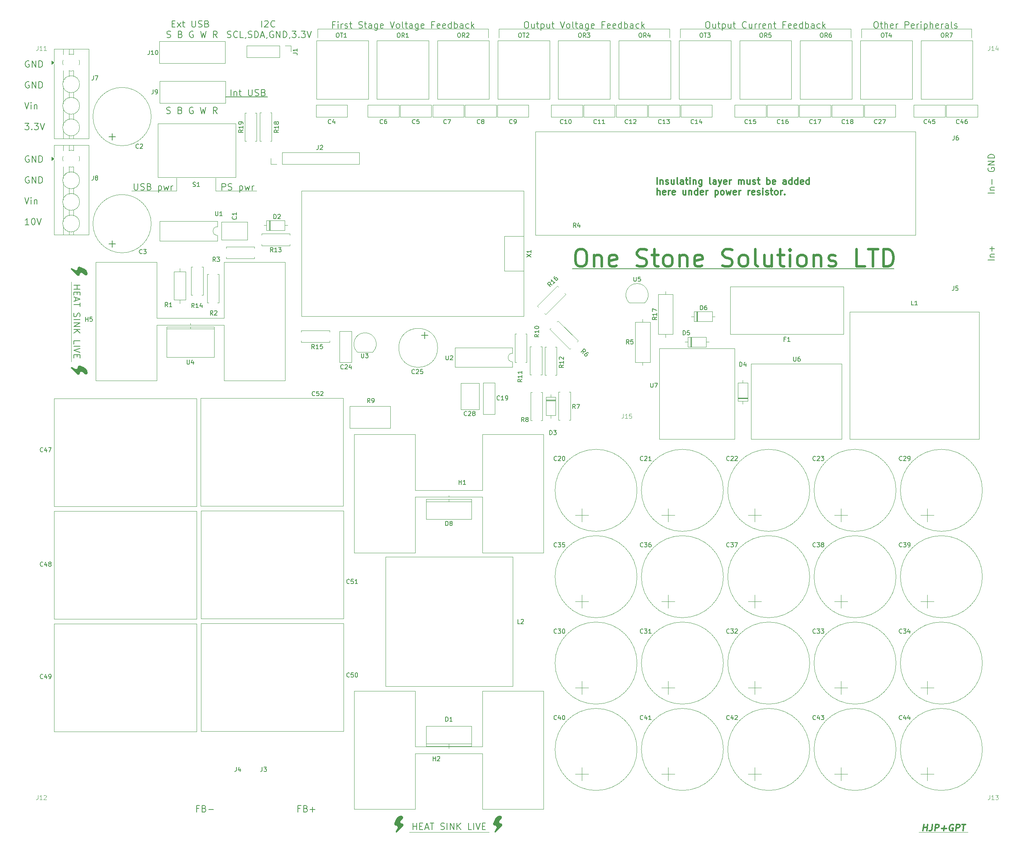
<source format=gbr>
%TF.GenerationSoftware,KiCad,Pcbnew,8.0.8*%
%TF.CreationDate,2025-05-01T12:20:28+01:00*%
%TF.ProjectId,HVPSController,48565053-436f-46e7-9472-6f6c6c65722e,rev?*%
%TF.SameCoordinates,Original*%
%TF.FileFunction,Legend,Top*%
%TF.FilePolarity,Positive*%
%FSLAX46Y46*%
G04 Gerber Fmt 4.6, Leading zero omitted, Abs format (unit mm)*
G04 Created by KiCad (PCBNEW 8.0.8) date 2025-05-01 12:20:28*
%MOMM*%
%LPD*%
G01*
G04 APERTURE LIST*
%ADD10C,0.100000*%
%ADD11C,0.300000*%
%ADD12C,0.200000*%
%ADD13C,0.150000*%
%ADD14C,0.600000*%
%ADD15C,0.160000*%
%ADD16C,0.120000*%
G04 APERTURE END LIST*
D10*
X232800000Y-234000000D02*
X244100000Y-234000000D01*
D11*
X233745582Y-233700828D02*
X233933082Y-232200828D01*
X233843796Y-232915114D02*
X234700939Y-232915114D01*
X234602725Y-233700828D02*
X234790225Y-232200828D01*
X235933082Y-232200828D02*
X235799154Y-233272257D01*
X235799154Y-233272257D02*
X235700939Y-233486542D01*
X235700939Y-233486542D02*
X235540225Y-233629400D01*
X235540225Y-233629400D02*
X235317011Y-233700828D01*
X235317011Y-233700828D02*
X235174154Y-233700828D01*
X236459868Y-233700828D02*
X236647368Y-232200828D01*
X236647368Y-232200828D02*
X237218796Y-232200828D01*
X237218796Y-232200828D02*
X237352725Y-232272257D01*
X237352725Y-232272257D02*
X237415225Y-232343685D01*
X237415225Y-232343685D02*
X237468796Y-232486542D01*
X237468796Y-232486542D02*
X237442011Y-232700828D01*
X237442011Y-232700828D02*
X237352725Y-232843685D01*
X237352725Y-232843685D02*
X237272368Y-232915114D01*
X237272368Y-232915114D02*
X237120582Y-232986542D01*
X237120582Y-232986542D02*
X236549154Y-232986542D01*
X238031296Y-233129400D02*
X239174154Y-233129400D01*
X238531296Y-233700828D02*
X238674154Y-232557971D01*
X240781297Y-232272257D02*
X240647368Y-232200828D01*
X240647368Y-232200828D02*
X240433082Y-232200828D01*
X240433082Y-232200828D02*
X240209868Y-232272257D01*
X240209868Y-232272257D02*
X240049154Y-232415114D01*
X240049154Y-232415114D02*
X239959868Y-232557971D01*
X239959868Y-232557971D02*
X239852725Y-232843685D01*
X239852725Y-232843685D02*
X239825939Y-233057971D01*
X239825939Y-233057971D02*
X239861654Y-233343685D01*
X239861654Y-233343685D02*
X239915225Y-233486542D01*
X239915225Y-233486542D02*
X240040225Y-233629400D01*
X240040225Y-233629400D02*
X240245582Y-233700828D01*
X240245582Y-233700828D02*
X240388439Y-233700828D01*
X240388439Y-233700828D02*
X240611654Y-233629400D01*
X240611654Y-233629400D02*
X240692011Y-233557971D01*
X240692011Y-233557971D02*
X240754511Y-233057971D01*
X240754511Y-233057971D02*
X240468797Y-233057971D01*
X241317011Y-233700828D02*
X241504511Y-232200828D01*
X241504511Y-232200828D02*
X242075939Y-232200828D01*
X242075939Y-232200828D02*
X242209868Y-232272257D01*
X242209868Y-232272257D02*
X242272368Y-232343685D01*
X242272368Y-232343685D02*
X242325939Y-232486542D01*
X242325939Y-232486542D02*
X242299154Y-232700828D01*
X242299154Y-232700828D02*
X242209868Y-232843685D01*
X242209868Y-232843685D02*
X242129511Y-232915114D01*
X242129511Y-232915114D02*
X241977725Y-232986542D01*
X241977725Y-232986542D02*
X241406297Y-232986542D01*
X242790225Y-232200828D02*
X243647368Y-232200828D01*
X243031297Y-233700828D02*
X243218797Y-232200828D01*
D10*
X60800000Y-85500000D02*
X60800000Y-82500000D01*
X245000000Y-48000000D02*
X245000000Y-50000000D01*
X133000000Y-48000000D02*
X133000000Y-50000000D01*
X79400000Y-85500000D02*
X69900000Y-85500000D01*
X217000000Y-48000000D02*
X217000000Y-50000000D01*
X93500000Y-48000000D02*
X133000000Y-48000000D01*
X219500000Y-48000000D02*
X245000000Y-48000000D01*
X50400000Y-85500000D02*
X60800000Y-85500000D01*
D12*
X152500000Y-103500000D02*
X227000000Y-103500000D01*
D10*
X135500000Y-50000000D02*
X135500000Y-48000000D01*
D12*
X72160000Y-63700000D02*
X81860000Y-63700000D01*
D10*
X135500000Y-48000000D02*
X175000000Y-48000000D01*
X177500000Y-48000000D02*
X217000000Y-48000000D01*
X36400000Y-106550000D02*
X36400000Y-125050000D01*
X69900000Y-85500000D02*
X69900000Y-82500000D01*
X114750000Y-234000000D02*
X133250000Y-234000000D01*
X219500000Y-50000000D02*
X219500000Y-48000000D01*
X177500000Y-50000000D02*
X177500000Y-48000000D01*
X93500000Y-50000000D02*
X93500000Y-48000000D01*
X175000000Y-48000000D02*
X175000000Y-50000000D01*
D13*
X26641541Y-77440561D02*
X26498684Y-77369132D01*
X26498684Y-77369132D02*
X26284398Y-77369132D01*
X26284398Y-77369132D02*
X26070112Y-77440561D01*
X26070112Y-77440561D02*
X25927255Y-77583418D01*
X25927255Y-77583418D02*
X25855826Y-77726275D01*
X25855826Y-77726275D02*
X25784398Y-78011989D01*
X25784398Y-78011989D02*
X25784398Y-78226275D01*
X25784398Y-78226275D02*
X25855826Y-78511989D01*
X25855826Y-78511989D02*
X25927255Y-78654846D01*
X25927255Y-78654846D02*
X26070112Y-78797704D01*
X26070112Y-78797704D02*
X26284398Y-78869132D01*
X26284398Y-78869132D02*
X26427255Y-78869132D01*
X26427255Y-78869132D02*
X26641541Y-78797704D01*
X26641541Y-78797704D02*
X26712969Y-78726275D01*
X26712969Y-78726275D02*
X26712969Y-78226275D01*
X26712969Y-78226275D02*
X26427255Y-78226275D01*
X27355826Y-78869132D02*
X27355826Y-77369132D01*
X27355826Y-77369132D02*
X28212969Y-78869132D01*
X28212969Y-78869132D02*
X28212969Y-77369132D01*
X28927255Y-78869132D02*
X28927255Y-77369132D01*
X28927255Y-77369132D02*
X29284398Y-77369132D01*
X29284398Y-77369132D02*
X29498684Y-77440561D01*
X29498684Y-77440561D02*
X29641541Y-77583418D01*
X29641541Y-77583418D02*
X29712970Y-77726275D01*
X29712970Y-77726275D02*
X29784398Y-78011989D01*
X29784398Y-78011989D02*
X29784398Y-78226275D01*
X29784398Y-78226275D02*
X29712970Y-78511989D01*
X29712970Y-78511989D02*
X29641541Y-78654846D01*
X29641541Y-78654846D02*
X29498684Y-78797704D01*
X29498684Y-78797704D02*
X29284398Y-78869132D01*
X29284398Y-78869132D02*
X28927255Y-78869132D01*
X26641541Y-82270393D02*
X26498684Y-82198964D01*
X26498684Y-82198964D02*
X26284398Y-82198964D01*
X26284398Y-82198964D02*
X26070112Y-82270393D01*
X26070112Y-82270393D02*
X25927255Y-82413250D01*
X25927255Y-82413250D02*
X25855826Y-82556107D01*
X25855826Y-82556107D02*
X25784398Y-82841821D01*
X25784398Y-82841821D02*
X25784398Y-83056107D01*
X25784398Y-83056107D02*
X25855826Y-83341821D01*
X25855826Y-83341821D02*
X25927255Y-83484678D01*
X25927255Y-83484678D02*
X26070112Y-83627536D01*
X26070112Y-83627536D02*
X26284398Y-83698964D01*
X26284398Y-83698964D02*
X26427255Y-83698964D01*
X26427255Y-83698964D02*
X26641541Y-83627536D01*
X26641541Y-83627536D02*
X26712969Y-83556107D01*
X26712969Y-83556107D02*
X26712969Y-83056107D01*
X26712969Y-83056107D02*
X26427255Y-83056107D01*
X27355826Y-83698964D02*
X27355826Y-82198964D01*
X27355826Y-82198964D02*
X28212969Y-83698964D01*
X28212969Y-83698964D02*
X28212969Y-82198964D01*
X28927255Y-83698964D02*
X28927255Y-82198964D01*
X28927255Y-82198964D02*
X29284398Y-82198964D01*
X29284398Y-82198964D02*
X29498684Y-82270393D01*
X29498684Y-82270393D02*
X29641541Y-82413250D01*
X29641541Y-82413250D02*
X29712970Y-82556107D01*
X29712970Y-82556107D02*
X29784398Y-82841821D01*
X29784398Y-82841821D02*
X29784398Y-83056107D01*
X29784398Y-83056107D02*
X29712970Y-83341821D01*
X29712970Y-83341821D02*
X29641541Y-83484678D01*
X29641541Y-83484678D02*
X29498684Y-83627536D01*
X29498684Y-83627536D02*
X29284398Y-83698964D01*
X29284398Y-83698964D02*
X28927255Y-83698964D01*
X25641541Y-87028796D02*
X26141541Y-88528796D01*
X26141541Y-88528796D02*
X26641541Y-87028796D01*
X27141540Y-88528796D02*
X27141540Y-87528796D01*
X27141540Y-87028796D02*
X27070112Y-87100225D01*
X27070112Y-87100225D02*
X27141540Y-87171653D01*
X27141540Y-87171653D02*
X27212969Y-87100225D01*
X27212969Y-87100225D02*
X27141540Y-87028796D01*
X27141540Y-87028796D02*
X27141540Y-87171653D01*
X27855826Y-87528796D02*
X27855826Y-88528796D01*
X27855826Y-87671653D02*
X27927255Y-87600225D01*
X27927255Y-87600225D02*
X28070112Y-87528796D01*
X28070112Y-87528796D02*
X28284398Y-87528796D01*
X28284398Y-87528796D02*
X28427255Y-87600225D01*
X28427255Y-87600225D02*
X28498684Y-87743082D01*
X28498684Y-87743082D02*
X28498684Y-88528796D01*
X26641541Y-93358628D02*
X25784398Y-93358628D01*
X26212969Y-93358628D02*
X26212969Y-91858628D01*
X26212969Y-91858628D02*
X26070112Y-92072914D01*
X26070112Y-92072914D02*
X25927255Y-92215771D01*
X25927255Y-92215771D02*
X25784398Y-92287200D01*
X27570112Y-91858628D02*
X27712969Y-91858628D01*
X27712969Y-91858628D02*
X27855826Y-91930057D01*
X27855826Y-91930057D02*
X27927255Y-92001485D01*
X27927255Y-92001485D02*
X27998683Y-92144342D01*
X27998683Y-92144342D02*
X28070112Y-92430057D01*
X28070112Y-92430057D02*
X28070112Y-92787200D01*
X28070112Y-92787200D02*
X27998683Y-93072914D01*
X27998683Y-93072914D02*
X27927255Y-93215771D01*
X27927255Y-93215771D02*
X27855826Y-93287200D01*
X27855826Y-93287200D02*
X27712969Y-93358628D01*
X27712969Y-93358628D02*
X27570112Y-93358628D01*
X27570112Y-93358628D02*
X27427255Y-93287200D01*
X27427255Y-93287200D02*
X27355826Y-93215771D01*
X27355826Y-93215771D02*
X27284397Y-93072914D01*
X27284397Y-93072914D02*
X27212969Y-92787200D01*
X27212969Y-92787200D02*
X27212969Y-92430057D01*
X27212969Y-92430057D02*
X27284397Y-92144342D01*
X27284397Y-92144342D02*
X27355826Y-92001485D01*
X27355826Y-92001485D02*
X27427255Y-91930057D01*
X27427255Y-91930057D02*
X27570112Y-91858628D01*
X28498683Y-91858628D02*
X28998683Y-93358628D01*
X28998683Y-93358628D02*
X29498683Y-91858628D01*
X250308628Y-86044173D02*
X248808628Y-86044173D01*
X249308628Y-85329887D02*
X250308628Y-85329887D01*
X249451485Y-85329887D02*
X249380057Y-85258458D01*
X249380057Y-85258458D02*
X249308628Y-85115601D01*
X249308628Y-85115601D02*
X249308628Y-84901315D01*
X249308628Y-84901315D02*
X249380057Y-84758458D01*
X249380057Y-84758458D02*
X249522914Y-84687030D01*
X249522914Y-84687030D02*
X250308628Y-84687030D01*
X249737200Y-83972744D02*
X249737200Y-82829887D01*
X248880057Y-80187029D02*
X248808628Y-80329887D01*
X248808628Y-80329887D02*
X248808628Y-80544172D01*
X248808628Y-80544172D02*
X248880057Y-80758458D01*
X248880057Y-80758458D02*
X249022914Y-80901315D01*
X249022914Y-80901315D02*
X249165771Y-80972744D01*
X249165771Y-80972744D02*
X249451485Y-81044172D01*
X249451485Y-81044172D02*
X249665771Y-81044172D01*
X249665771Y-81044172D02*
X249951485Y-80972744D01*
X249951485Y-80972744D02*
X250094342Y-80901315D01*
X250094342Y-80901315D02*
X250237200Y-80758458D01*
X250237200Y-80758458D02*
X250308628Y-80544172D01*
X250308628Y-80544172D02*
X250308628Y-80401315D01*
X250308628Y-80401315D02*
X250237200Y-80187029D01*
X250237200Y-80187029D02*
X250165771Y-80115601D01*
X250165771Y-80115601D02*
X249665771Y-80115601D01*
X249665771Y-80115601D02*
X249665771Y-80401315D01*
X250308628Y-79472744D02*
X248808628Y-79472744D01*
X248808628Y-79472744D02*
X250308628Y-78615601D01*
X250308628Y-78615601D02*
X248808628Y-78615601D01*
X250308628Y-77901315D02*
X248808628Y-77901315D01*
X248808628Y-77901315D02*
X248808628Y-77544172D01*
X248808628Y-77544172D02*
X248880057Y-77329886D01*
X248880057Y-77329886D02*
X249022914Y-77187029D01*
X249022914Y-77187029D02*
X249165771Y-77115600D01*
X249165771Y-77115600D02*
X249451485Y-77044172D01*
X249451485Y-77044172D02*
X249665771Y-77044172D01*
X249665771Y-77044172D02*
X249951485Y-77115600D01*
X249951485Y-77115600D02*
X250094342Y-77187029D01*
X250094342Y-77187029D02*
X250237200Y-77329886D01*
X250237200Y-77329886D02*
X250308628Y-77544172D01*
X250308628Y-77544172D02*
X250308628Y-77901315D01*
D14*
X154109021Y-98979276D02*
X154870926Y-98979276D01*
X154870926Y-98979276D02*
X155251878Y-99169752D01*
X155251878Y-99169752D02*
X155632831Y-99550704D01*
X155632831Y-99550704D02*
X155823307Y-100312609D01*
X155823307Y-100312609D02*
X155823307Y-101645942D01*
X155823307Y-101645942D02*
X155632831Y-102407847D01*
X155632831Y-102407847D02*
X155251878Y-102788800D01*
X155251878Y-102788800D02*
X154870926Y-102979276D01*
X154870926Y-102979276D02*
X154109021Y-102979276D01*
X154109021Y-102979276D02*
X153728069Y-102788800D01*
X153728069Y-102788800D02*
X153347116Y-102407847D01*
X153347116Y-102407847D02*
X153156640Y-101645942D01*
X153156640Y-101645942D02*
X153156640Y-100312609D01*
X153156640Y-100312609D02*
X153347116Y-99550704D01*
X153347116Y-99550704D02*
X153728069Y-99169752D01*
X153728069Y-99169752D02*
X154109021Y-98979276D01*
X157537592Y-100312609D02*
X157537592Y-102979276D01*
X157537592Y-100693561D02*
X157728069Y-100503085D01*
X157728069Y-100503085D02*
X158109021Y-100312609D01*
X158109021Y-100312609D02*
X158680450Y-100312609D01*
X158680450Y-100312609D02*
X159061402Y-100503085D01*
X159061402Y-100503085D02*
X159251878Y-100884038D01*
X159251878Y-100884038D02*
X159251878Y-102979276D01*
X162680450Y-102788800D02*
X162299498Y-102979276D01*
X162299498Y-102979276D02*
X161537593Y-102979276D01*
X161537593Y-102979276D02*
X161156640Y-102788800D01*
X161156640Y-102788800D02*
X160966164Y-102407847D01*
X160966164Y-102407847D02*
X160966164Y-100884038D01*
X160966164Y-100884038D02*
X161156640Y-100503085D01*
X161156640Y-100503085D02*
X161537593Y-100312609D01*
X161537593Y-100312609D02*
X162299498Y-100312609D01*
X162299498Y-100312609D02*
X162680450Y-100503085D01*
X162680450Y-100503085D02*
X162870926Y-100884038D01*
X162870926Y-100884038D02*
X162870926Y-101264990D01*
X162870926Y-101264990D02*
X160966164Y-101645942D01*
X167442354Y-102788800D02*
X168013783Y-102979276D01*
X168013783Y-102979276D02*
X168966164Y-102979276D01*
X168966164Y-102979276D02*
X169347116Y-102788800D01*
X169347116Y-102788800D02*
X169537592Y-102598323D01*
X169537592Y-102598323D02*
X169728069Y-102217371D01*
X169728069Y-102217371D02*
X169728069Y-101836419D01*
X169728069Y-101836419D02*
X169537592Y-101455466D01*
X169537592Y-101455466D02*
X169347116Y-101264990D01*
X169347116Y-101264990D02*
X168966164Y-101074514D01*
X168966164Y-101074514D02*
X168204259Y-100884038D01*
X168204259Y-100884038D02*
X167823307Y-100693561D01*
X167823307Y-100693561D02*
X167632830Y-100503085D01*
X167632830Y-100503085D02*
X167442354Y-100122133D01*
X167442354Y-100122133D02*
X167442354Y-99741180D01*
X167442354Y-99741180D02*
X167632830Y-99360228D01*
X167632830Y-99360228D02*
X167823307Y-99169752D01*
X167823307Y-99169752D02*
X168204259Y-98979276D01*
X168204259Y-98979276D02*
X169156640Y-98979276D01*
X169156640Y-98979276D02*
X169728069Y-99169752D01*
X170870926Y-100312609D02*
X172394735Y-100312609D01*
X171442354Y-98979276D02*
X171442354Y-102407847D01*
X171442354Y-102407847D02*
X171632831Y-102788800D01*
X171632831Y-102788800D02*
X172013783Y-102979276D01*
X172013783Y-102979276D02*
X172394735Y-102979276D01*
X174299497Y-102979276D02*
X173918545Y-102788800D01*
X173918545Y-102788800D02*
X173728068Y-102598323D01*
X173728068Y-102598323D02*
X173537592Y-102217371D01*
X173537592Y-102217371D02*
X173537592Y-101074514D01*
X173537592Y-101074514D02*
X173728068Y-100693561D01*
X173728068Y-100693561D02*
X173918545Y-100503085D01*
X173918545Y-100503085D02*
X174299497Y-100312609D01*
X174299497Y-100312609D02*
X174870926Y-100312609D01*
X174870926Y-100312609D02*
X175251878Y-100503085D01*
X175251878Y-100503085D02*
X175442354Y-100693561D01*
X175442354Y-100693561D02*
X175632830Y-101074514D01*
X175632830Y-101074514D02*
X175632830Y-102217371D01*
X175632830Y-102217371D02*
X175442354Y-102598323D01*
X175442354Y-102598323D02*
X175251878Y-102788800D01*
X175251878Y-102788800D02*
X174870926Y-102979276D01*
X174870926Y-102979276D02*
X174299497Y-102979276D01*
X177347116Y-100312609D02*
X177347116Y-102979276D01*
X177347116Y-100693561D02*
X177537593Y-100503085D01*
X177537593Y-100503085D02*
X177918545Y-100312609D01*
X177918545Y-100312609D02*
X178489974Y-100312609D01*
X178489974Y-100312609D02*
X178870926Y-100503085D01*
X178870926Y-100503085D02*
X179061402Y-100884038D01*
X179061402Y-100884038D02*
X179061402Y-102979276D01*
X182489974Y-102788800D02*
X182109022Y-102979276D01*
X182109022Y-102979276D02*
X181347117Y-102979276D01*
X181347117Y-102979276D02*
X180966164Y-102788800D01*
X180966164Y-102788800D02*
X180775688Y-102407847D01*
X180775688Y-102407847D02*
X180775688Y-100884038D01*
X180775688Y-100884038D02*
X180966164Y-100503085D01*
X180966164Y-100503085D02*
X181347117Y-100312609D01*
X181347117Y-100312609D02*
X182109022Y-100312609D01*
X182109022Y-100312609D02*
X182489974Y-100503085D01*
X182489974Y-100503085D02*
X182680450Y-100884038D01*
X182680450Y-100884038D02*
X182680450Y-101264990D01*
X182680450Y-101264990D02*
X180775688Y-101645942D01*
X187251878Y-102788800D02*
X187823307Y-102979276D01*
X187823307Y-102979276D02*
X188775688Y-102979276D01*
X188775688Y-102979276D02*
X189156640Y-102788800D01*
X189156640Y-102788800D02*
X189347116Y-102598323D01*
X189347116Y-102598323D02*
X189537593Y-102217371D01*
X189537593Y-102217371D02*
X189537593Y-101836419D01*
X189537593Y-101836419D02*
X189347116Y-101455466D01*
X189347116Y-101455466D02*
X189156640Y-101264990D01*
X189156640Y-101264990D02*
X188775688Y-101074514D01*
X188775688Y-101074514D02*
X188013783Y-100884038D01*
X188013783Y-100884038D02*
X187632831Y-100693561D01*
X187632831Y-100693561D02*
X187442354Y-100503085D01*
X187442354Y-100503085D02*
X187251878Y-100122133D01*
X187251878Y-100122133D02*
X187251878Y-99741180D01*
X187251878Y-99741180D02*
X187442354Y-99360228D01*
X187442354Y-99360228D02*
X187632831Y-99169752D01*
X187632831Y-99169752D02*
X188013783Y-98979276D01*
X188013783Y-98979276D02*
X188966164Y-98979276D01*
X188966164Y-98979276D02*
X189537593Y-99169752D01*
X191823307Y-102979276D02*
X191442355Y-102788800D01*
X191442355Y-102788800D02*
X191251878Y-102598323D01*
X191251878Y-102598323D02*
X191061402Y-102217371D01*
X191061402Y-102217371D02*
X191061402Y-101074514D01*
X191061402Y-101074514D02*
X191251878Y-100693561D01*
X191251878Y-100693561D02*
X191442355Y-100503085D01*
X191442355Y-100503085D02*
X191823307Y-100312609D01*
X191823307Y-100312609D02*
X192394736Y-100312609D01*
X192394736Y-100312609D02*
X192775688Y-100503085D01*
X192775688Y-100503085D02*
X192966164Y-100693561D01*
X192966164Y-100693561D02*
X193156640Y-101074514D01*
X193156640Y-101074514D02*
X193156640Y-102217371D01*
X193156640Y-102217371D02*
X192966164Y-102598323D01*
X192966164Y-102598323D02*
X192775688Y-102788800D01*
X192775688Y-102788800D02*
X192394736Y-102979276D01*
X192394736Y-102979276D02*
X191823307Y-102979276D01*
X195442355Y-102979276D02*
X195061403Y-102788800D01*
X195061403Y-102788800D02*
X194870926Y-102407847D01*
X194870926Y-102407847D02*
X194870926Y-98979276D01*
X198680450Y-100312609D02*
X198680450Y-102979276D01*
X196966164Y-100312609D02*
X196966164Y-102407847D01*
X196966164Y-102407847D02*
X197156641Y-102788800D01*
X197156641Y-102788800D02*
X197537593Y-102979276D01*
X197537593Y-102979276D02*
X198109022Y-102979276D01*
X198109022Y-102979276D02*
X198489974Y-102788800D01*
X198489974Y-102788800D02*
X198680450Y-102598323D01*
X200013784Y-100312609D02*
X201537593Y-100312609D01*
X200585212Y-98979276D02*
X200585212Y-102407847D01*
X200585212Y-102407847D02*
X200775689Y-102788800D01*
X200775689Y-102788800D02*
X201156641Y-102979276D01*
X201156641Y-102979276D02*
X201537593Y-102979276D01*
X202870926Y-102979276D02*
X202870926Y-100312609D01*
X202870926Y-98979276D02*
X202680450Y-99169752D01*
X202680450Y-99169752D02*
X202870926Y-99360228D01*
X202870926Y-99360228D02*
X203061403Y-99169752D01*
X203061403Y-99169752D02*
X202870926Y-98979276D01*
X202870926Y-98979276D02*
X202870926Y-99360228D01*
X205347117Y-102979276D02*
X204966165Y-102788800D01*
X204966165Y-102788800D02*
X204775688Y-102598323D01*
X204775688Y-102598323D02*
X204585212Y-102217371D01*
X204585212Y-102217371D02*
X204585212Y-101074514D01*
X204585212Y-101074514D02*
X204775688Y-100693561D01*
X204775688Y-100693561D02*
X204966165Y-100503085D01*
X204966165Y-100503085D02*
X205347117Y-100312609D01*
X205347117Y-100312609D02*
X205918546Y-100312609D01*
X205918546Y-100312609D02*
X206299498Y-100503085D01*
X206299498Y-100503085D02*
X206489974Y-100693561D01*
X206489974Y-100693561D02*
X206680450Y-101074514D01*
X206680450Y-101074514D02*
X206680450Y-102217371D01*
X206680450Y-102217371D02*
X206489974Y-102598323D01*
X206489974Y-102598323D02*
X206299498Y-102788800D01*
X206299498Y-102788800D02*
X205918546Y-102979276D01*
X205918546Y-102979276D02*
X205347117Y-102979276D01*
X208394736Y-100312609D02*
X208394736Y-102979276D01*
X208394736Y-100693561D02*
X208585213Y-100503085D01*
X208585213Y-100503085D02*
X208966165Y-100312609D01*
X208966165Y-100312609D02*
X209537594Y-100312609D01*
X209537594Y-100312609D02*
X209918546Y-100503085D01*
X209918546Y-100503085D02*
X210109022Y-100884038D01*
X210109022Y-100884038D02*
X210109022Y-102979276D01*
X211823308Y-102788800D02*
X212204261Y-102979276D01*
X212204261Y-102979276D02*
X212966165Y-102979276D01*
X212966165Y-102979276D02*
X213347118Y-102788800D01*
X213347118Y-102788800D02*
X213537594Y-102407847D01*
X213537594Y-102407847D02*
X213537594Y-102217371D01*
X213537594Y-102217371D02*
X213347118Y-101836419D01*
X213347118Y-101836419D02*
X212966165Y-101645942D01*
X212966165Y-101645942D02*
X212394737Y-101645942D01*
X212394737Y-101645942D02*
X212013784Y-101455466D01*
X212013784Y-101455466D02*
X211823308Y-101074514D01*
X211823308Y-101074514D02*
X211823308Y-100884038D01*
X211823308Y-100884038D02*
X212013784Y-100503085D01*
X212013784Y-100503085D02*
X212394737Y-100312609D01*
X212394737Y-100312609D02*
X212966165Y-100312609D01*
X212966165Y-100312609D02*
X213347118Y-100503085D01*
X220204260Y-102979276D02*
X218299498Y-102979276D01*
X218299498Y-102979276D02*
X218299498Y-98979276D01*
X220966165Y-98979276D02*
X223251879Y-98979276D01*
X222109022Y-102979276D02*
X222109022Y-98979276D01*
X224585212Y-102979276D02*
X224585212Y-98979276D01*
X224585212Y-98979276D02*
X225537593Y-98979276D01*
X225537593Y-98979276D02*
X226109022Y-99169752D01*
X226109022Y-99169752D02*
X226489974Y-99550704D01*
X226489974Y-99550704D02*
X226680451Y-99931657D01*
X226680451Y-99931657D02*
X226870927Y-100693561D01*
X226870927Y-100693561D02*
X226870927Y-101264990D01*
X226870927Y-101264990D02*
X226680451Y-102026895D01*
X226680451Y-102026895D02*
X226489974Y-102407847D01*
X226489974Y-102407847D02*
X226109022Y-102788800D01*
X226109022Y-102788800D02*
X225537593Y-102979276D01*
X225537593Y-102979276D02*
X224585212Y-102979276D01*
D13*
X80584397Y-47593712D02*
X80584397Y-46093712D01*
X81227255Y-46236569D02*
X81298683Y-46165141D01*
X81298683Y-46165141D02*
X81441541Y-46093712D01*
X81441541Y-46093712D02*
X81798683Y-46093712D01*
X81798683Y-46093712D02*
X81941541Y-46165141D01*
X81941541Y-46165141D02*
X82012969Y-46236569D01*
X82012969Y-46236569D02*
X82084398Y-46379426D01*
X82084398Y-46379426D02*
X82084398Y-46522284D01*
X82084398Y-46522284D02*
X82012969Y-46736569D01*
X82012969Y-46736569D02*
X81155826Y-47593712D01*
X81155826Y-47593712D02*
X82084398Y-47593712D01*
X83584397Y-47450855D02*
X83512969Y-47522284D01*
X83512969Y-47522284D02*
X83298683Y-47593712D01*
X83298683Y-47593712D02*
X83155826Y-47593712D01*
X83155826Y-47593712D02*
X82941540Y-47522284D01*
X82941540Y-47522284D02*
X82798683Y-47379426D01*
X82798683Y-47379426D02*
X82727254Y-47236569D01*
X82727254Y-47236569D02*
X82655826Y-46950855D01*
X82655826Y-46950855D02*
X82655826Y-46736569D01*
X82655826Y-46736569D02*
X82727254Y-46450855D01*
X82727254Y-46450855D02*
X82798683Y-46307998D01*
X82798683Y-46307998D02*
X82941540Y-46165141D01*
X82941540Y-46165141D02*
X83155826Y-46093712D01*
X83155826Y-46093712D02*
X83298683Y-46093712D01*
X83298683Y-46093712D02*
X83512969Y-46165141D01*
X83512969Y-46165141D02*
X83584397Y-46236569D01*
X72584398Y-49937200D02*
X72798684Y-50008628D01*
X72798684Y-50008628D02*
X73155826Y-50008628D01*
X73155826Y-50008628D02*
X73298684Y-49937200D01*
X73298684Y-49937200D02*
X73370112Y-49865771D01*
X73370112Y-49865771D02*
X73441541Y-49722914D01*
X73441541Y-49722914D02*
X73441541Y-49580057D01*
X73441541Y-49580057D02*
X73370112Y-49437200D01*
X73370112Y-49437200D02*
X73298684Y-49365771D01*
X73298684Y-49365771D02*
X73155826Y-49294342D01*
X73155826Y-49294342D02*
X72870112Y-49222914D01*
X72870112Y-49222914D02*
X72727255Y-49151485D01*
X72727255Y-49151485D02*
X72655826Y-49080057D01*
X72655826Y-49080057D02*
X72584398Y-48937200D01*
X72584398Y-48937200D02*
X72584398Y-48794342D01*
X72584398Y-48794342D02*
X72655826Y-48651485D01*
X72655826Y-48651485D02*
X72727255Y-48580057D01*
X72727255Y-48580057D02*
X72870112Y-48508628D01*
X72870112Y-48508628D02*
X73227255Y-48508628D01*
X73227255Y-48508628D02*
X73441541Y-48580057D01*
X74941540Y-49865771D02*
X74870112Y-49937200D01*
X74870112Y-49937200D02*
X74655826Y-50008628D01*
X74655826Y-50008628D02*
X74512969Y-50008628D01*
X74512969Y-50008628D02*
X74298683Y-49937200D01*
X74298683Y-49937200D02*
X74155826Y-49794342D01*
X74155826Y-49794342D02*
X74084397Y-49651485D01*
X74084397Y-49651485D02*
X74012969Y-49365771D01*
X74012969Y-49365771D02*
X74012969Y-49151485D01*
X74012969Y-49151485D02*
X74084397Y-48865771D01*
X74084397Y-48865771D02*
X74155826Y-48722914D01*
X74155826Y-48722914D02*
X74298683Y-48580057D01*
X74298683Y-48580057D02*
X74512969Y-48508628D01*
X74512969Y-48508628D02*
X74655826Y-48508628D01*
X74655826Y-48508628D02*
X74870112Y-48580057D01*
X74870112Y-48580057D02*
X74941540Y-48651485D01*
X76298683Y-50008628D02*
X75584397Y-50008628D01*
X75584397Y-50008628D02*
X75584397Y-48508628D01*
X76870112Y-49937200D02*
X76870112Y-50008628D01*
X76870112Y-50008628D02*
X76798683Y-50151485D01*
X76798683Y-50151485D02*
X76727255Y-50222914D01*
X77441541Y-49937200D02*
X77655827Y-50008628D01*
X77655827Y-50008628D02*
X78012969Y-50008628D01*
X78012969Y-50008628D02*
X78155827Y-49937200D01*
X78155827Y-49937200D02*
X78227255Y-49865771D01*
X78227255Y-49865771D02*
X78298684Y-49722914D01*
X78298684Y-49722914D02*
X78298684Y-49580057D01*
X78298684Y-49580057D02*
X78227255Y-49437200D01*
X78227255Y-49437200D02*
X78155827Y-49365771D01*
X78155827Y-49365771D02*
X78012969Y-49294342D01*
X78012969Y-49294342D02*
X77727255Y-49222914D01*
X77727255Y-49222914D02*
X77584398Y-49151485D01*
X77584398Y-49151485D02*
X77512969Y-49080057D01*
X77512969Y-49080057D02*
X77441541Y-48937200D01*
X77441541Y-48937200D02*
X77441541Y-48794342D01*
X77441541Y-48794342D02*
X77512969Y-48651485D01*
X77512969Y-48651485D02*
X77584398Y-48580057D01*
X77584398Y-48580057D02*
X77727255Y-48508628D01*
X77727255Y-48508628D02*
X78084398Y-48508628D01*
X78084398Y-48508628D02*
X78298684Y-48580057D01*
X78941540Y-50008628D02*
X78941540Y-48508628D01*
X78941540Y-48508628D02*
X79298683Y-48508628D01*
X79298683Y-48508628D02*
X79512969Y-48580057D01*
X79512969Y-48580057D02*
X79655826Y-48722914D01*
X79655826Y-48722914D02*
X79727255Y-48865771D01*
X79727255Y-48865771D02*
X79798683Y-49151485D01*
X79798683Y-49151485D02*
X79798683Y-49365771D01*
X79798683Y-49365771D02*
X79727255Y-49651485D01*
X79727255Y-49651485D02*
X79655826Y-49794342D01*
X79655826Y-49794342D02*
X79512969Y-49937200D01*
X79512969Y-49937200D02*
X79298683Y-50008628D01*
X79298683Y-50008628D02*
X78941540Y-50008628D01*
X80370112Y-49580057D02*
X81084398Y-49580057D01*
X80227255Y-50008628D02*
X80727255Y-48508628D01*
X80727255Y-48508628D02*
X81227255Y-50008628D01*
X81798683Y-49937200D02*
X81798683Y-50008628D01*
X81798683Y-50008628D02*
X81727254Y-50151485D01*
X81727254Y-50151485D02*
X81655826Y-50222914D01*
X83227255Y-48580057D02*
X83084398Y-48508628D01*
X83084398Y-48508628D02*
X82870112Y-48508628D01*
X82870112Y-48508628D02*
X82655826Y-48580057D01*
X82655826Y-48580057D02*
X82512969Y-48722914D01*
X82512969Y-48722914D02*
X82441540Y-48865771D01*
X82441540Y-48865771D02*
X82370112Y-49151485D01*
X82370112Y-49151485D02*
X82370112Y-49365771D01*
X82370112Y-49365771D02*
X82441540Y-49651485D01*
X82441540Y-49651485D02*
X82512969Y-49794342D01*
X82512969Y-49794342D02*
X82655826Y-49937200D01*
X82655826Y-49937200D02*
X82870112Y-50008628D01*
X82870112Y-50008628D02*
X83012969Y-50008628D01*
X83012969Y-50008628D02*
X83227255Y-49937200D01*
X83227255Y-49937200D02*
X83298683Y-49865771D01*
X83298683Y-49865771D02*
X83298683Y-49365771D01*
X83298683Y-49365771D02*
X83012969Y-49365771D01*
X83941540Y-50008628D02*
X83941540Y-48508628D01*
X83941540Y-48508628D02*
X84798683Y-50008628D01*
X84798683Y-50008628D02*
X84798683Y-48508628D01*
X85512969Y-50008628D02*
X85512969Y-48508628D01*
X85512969Y-48508628D02*
X85870112Y-48508628D01*
X85870112Y-48508628D02*
X86084398Y-48580057D01*
X86084398Y-48580057D02*
X86227255Y-48722914D01*
X86227255Y-48722914D02*
X86298684Y-48865771D01*
X86298684Y-48865771D02*
X86370112Y-49151485D01*
X86370112Y-49151485D02*
X86370112Y-49365771D01*
X86370112Y-49365771D02*
X86298684Y-49651485D01*
X86298684Y-49651485D02*
X86227255Y-49794342D01*
X86227255Y-49794342D02*
X86084398Y-49937200D01*
X86084398Y-49937200D02*
X85870112Y-50008628D01*
X85870112Y-50008628D02*
X85512969Y-50008628D01*
X87084398Y-49937200D02*
X87084398Y-50008628D01*
X87084398Y-50008628D02*
X87012969Y-50151485D01*
X87012969Y-50151485D02*
X86941541Y-50222914D01*
X87584398Y-48508628D02*
X88512970Y-48508628D01*
X88512970Y-48508628D02*
X88012970Y-49080057D01*
X88012970Y-49080057D02*
X88227255Y-49080057D01*
X88227255Y-49080057D02*
X88370113Y-49151485D01*
X88370113Y-49151485D02*
X88441541Y-49222914D01*
X88441541Y-49222914D02*
X88512970Y-49365771D01*
X88512970Y-49365771D02*
X88512970Y-49722914D01*
X88512970Y-49722914D02*
X88441541Y-49865771D01*
X88441541Y-49865771D02*
X88370113Y-49937200D01*
X88370113Y-49937200D02*
X88227255Y-50008628D01*
X88227255Y-50008628D02*
X87798684Y-50008628D01*
X87798684Y-50008628D02*
X87655827Y-49937200D01*
X87655827Y-49937200D02*
X87584398Y-49865771D01*
X89155826Y-49865771D02*
X89227255Y-49937200D01*
X89227255Y-49937200D02*
X89155826Y-50008628D01*
X89155826Y-50008628D02*
X89084398Y-49937200D01*
X89084398Y-49937200D02*
X89155826Y-49865771D01*
X89155826Y-49865771D02*
X89155826Y-50008628D01*
X89727255Y-48508628D02*
X90655827Y-48508628D01*
X90655827Y-48508628D02*
X90155827Y-49080057D01*
X90155827Y-49080057D02*
X90370112Y-49080057D01*
X90370112Y-49080057D02*
X90512970Y-49151485D01*
X90512970Y-49151485D02*
X90584398Y-49222914D01*
X90584398Y-49222914D02*
X90655827Y-49365771D01*
X90655827Y-49365771D02*
X90655827Y-49722914D01*
X90655827Y-49722914D02*
X90584398Y-49865771D01*
X90584398Y-49865771D02*
X90512970Y-49937200D01*
X90512970Y-49937200D02*
X90370112Y-50008628D01*
X90370112Y-50008628D02*
X89941541Y-50008628D01*
X89941541Y-50008628D02*
X89798684Y-49937200D01*
X89798684Y-49937200D02*
X89727255Y-49865771D01*
X91084398Y-48508628D02*
X91584398Y-50008628D01*
X91584398Y-50008628D02*
X92084398Y-48508628D01*
X73415826Y-63508628D02*
X73415826Y-62008628D01*
X74130112Y-62508628D02*
X74130112Y-63508628D01*
X74130112Y-62651485D02*
X74201541Y-62580057D01*
X74201541Y-62580057D02*
X74344398Y-62508628D01*
X74344398Y-62508628D02*
X74558684Y-62508628D01*
X74558684Y-62508628D02*
X74701541Y-62580057D01*
X74701541Y-62580057D02*
X74772970Y-62722914D01*
X74772970Y-62722914D02*
X74772970Y-63508628D01*
X75272970Y-62508628D02*
X75844398Y-62508628D01*
X75487255Y-62008628D02*
X75487255Y-63294342D01*
X75487255Y-63294342D02*
X75558684Y-63437200D01*
X75558684Y-63437200D02*
X75701541Y-63508628D01*
X75701541Y-63508628D02*
X75844398Y-63508628D01*
X77487255Y-62008628D02*
X77487255Y-63222914D01*
X77487255Y-63222914D02*
X77558684Y-63365771D01*
X77558684Y-63365771D02*
X77630113Y-63437200D01*
X77630113Y-63437200D02*
X77772970Y-63508628D01*
X77772970Y-63508628D02*
X78058684Y-63508628D01*
X78058684Y-63508628D02*
X78201541Y-63437200D01*
X78201541Y-63437200D02*
X78272970Y-63365771D01*
X78272970Y-63365771D02*
X78344398Y-63222914D01*
X78344398Y-63222914D02*
X78344398Y-62008628D01*
X78987256Y-63437200D02*
X79201542Y-63508628D01*
X79201542Y-63508628D02*
X79558684Y-63508628D01*
X79558684Y-63508628D02*
X79701542Y-63437200D01*
X79701542Y-63437200D02*
X79772970Y-63365771D01*
X79772970Y-63365771D02*
X79844399Y-63222914D01*
X79844399Y-63222914D02*
X79844399Y-63080057D01*
X79844399Y-63080057D02*
X79772970Y-62937200D01*
X79772970Y-62937200D02*
X79701542Y-62865771D01*
X79701542Y-62865771D02*
X79558684Y-62794342D01*
X79558684Y-62794342D02*
X79272970Y-62722914D01*
X79272970Y-62722914D02*
X79130113Y-62651485D01*
X79130113Y-62651485D02*
X79058684Y-62580057D01*
X79058684Y-62580057D02*
X78987256Y-62437200D01*
X78987256Y-62437200D02*
X78987256Y-62294342D01*
X78987256Y-62294342D02*
X79058684Y-62151485D01*
X79058684Y-62151485D02*
X79130113Y-62080057D01*
X79130113Y-62080057D02*
X79272970Y-62008628D01*
X79272970Y-62008628D02*
X79630113Y-62008628D01*
X79630113Y-62008628D02*
X79844399Y-62080057D01*
X80987255Y-62722914D02*
X81201541Y-62794342D01*
X81201541Y-62794342D02*
X81272970Y-62865771D01*
X81272970Y-62865771D02*
X81344398Y-63008628D01*
X81344398Y-63008628D02*
X81344398Y-63222914D01*
X81344398Y-63222914D02*
X81272970Y-63365771D01*
X81272970Y-63365771D02*
X81201541Y-63437200D01*
X81201541Y-63437200D02*
X81058684Y-63508628D01*
X81058684Y-63508628D02*
X80487255Y-63508628D01*
X80487255Y-63508628D02*
X80487255Y-62008628D01*
X80487255Y-62008628D02*
X80987255Y-62008628D01*
X80987255Y-62008628D02*
X81130113Y-62080057D01*
X81130113Y-62080057D02*
X81201541Y-62151485D01*
X81201541Y-62151485D02*
X81272970Y-62294342D01*
X81272970Y-62294342D02*
X81272970Y-62437200D01*
X81272970Y-62437200D02*
X81201541Y-62580057D01*
X81201541Y-62580057D02*
X81130113Y-62651485D01*
X81130113Y-62651485D02*
X80987255Y-62722914D01*
X80987255Y-62722914D02*
X80487255Y-62722914D01*
X36994539Y-107381203D02*
X38494539Y-107381203D01*
X37780253Y-107381203D02*
X37780253Y-108238346D01*
X36994539Y-108238346D02*
X38494539Y-108238346D01*
X37780253Y-108952632D02*
X37780253Y-109452632D01*
X36994539Y-109666918D02*
X36994539Y-108952632D01*
X36994539Y-108952632D02*
X38494539Y-108952632D01*
X38494539Y-108952632D02*
X38494539Y-109666918D01*
X37423110Y-110238347D02*
X37423110Y-110952633D01*
X36994539Y-110095490D02*
X38494539Y-110595490D01*
X38494539Y-110595490D02*
X36994539Y-111095490D01*
X38494539Y-111381204D02*
X38494539Y-112238347D01*
X36994539Y-111809775D02*
X38494539Y-111809775D01*
X37065968Y-113809775D02*
X36994539Y-114024061D01*
X36994539Y-114024061D02*
X36994539Y-114381203D01*
X36994539Y-114381203D02*
X37065968Y-114524061D01*
X37065968Y-114524061D02*
X37137396Y-114595489D01*
X37137396Y-114595489D02*
X37280253Y-114666918D01*
X37280253Y-114666918D02*
X37423110Y-114666918D01*
X37423110Y-114666918D02*
X37565968Y-114595489D01*
X37565968Y-114595489D02*
X37637396Y-114524061D01*
X37637396Y-114524061D02*
X37708825Y-114381203D01*
X37708825Y-114381203D02*
X37780253Y-114095489D01*
X37780253Y-114095489D02*
X37851682Y-113952632D01*
X37851682Y-113952632D02*
X37923110Y-113881203D01*
X37923110Y-113881203D02*
X38065968Y-113809775D01*
X38065968Y-113809775D02*
X38208825Y-113809775D01*
X38208825Y-113809775D02*
X38351682Y-113881203D01*
X38351682Y-113881203D02*
X38423110Y-113952632D01*
X38423110Y-113952632D02*
X38494539Y-114095489D01*
X38494539Y-114095489D02*
X38494539Y-114452632D01*
X38494539Y-114452632D02*
X38423110Y-114666918D01*
X36994539Y-115309774D02*
X38494539Y-115309774D01*
X36994539Y-116024060D02*
X38494539Y-116024060D01*
X38494539Y-116024060D02*
X36994539Y-116881203D01*
X36994539Y-116881203D02*
X38494539Y-116881203D01*
X36994539Y-117595489D02*
X38494539Y-117595489D01*
X36994539Y-118452632D02*
X37851682Y-117809775D01*
X38494539Y-118452632D02*
X37637396Y-117595489D01*
X36994539Y-120952632D02*
X36994539Y-120238346D01*
X36994539Y-120238346D02*
X38494539Y-120238346D01*
X36994539Y-121452632D02*
X38494539Y-121452632D01*
X38494539Y-121952633D02*
X36994539Y-122452633D01*
X36994539Y-122452633D02*
X38494539Y-122952633D01*
X37780253Y-123452632D02*
X37780253Y-123952632D01*
X36994539Y-124166918D02*
X36994539Y-123452632D01*
X36994539Y-123452632D02*
X38494539Y-123452632D01*
X38494539Y-123452632D02*
X38494539Y-124166918D01*
X115581203Y-233405460D02*
X115581203Y-231905460D01*
X115581203Y-232619746D02*
X116438346Y-232619746D01*
X116438346Y-233405460D02*
X116438346Y-231905460D01*
X117152632Y-232619746D02*
X117652632Y-232619746D01*
X117866918Y-233405460D02*
X117152632Y-233405460D01*
X117152632Y-233405460D02*
X117152632Y-231905460D01*
X117152632Y-231905460D02*
X117866918Y-231905460D01*
X118438347Y-232976889D02*
X119152633Y-232976889D01*
X118295490Y-233405460D02*
X118795490Y-231905460D01*
X118795490Y-231905460D02*
X119295490Y-233405460D01*
X119581204Y-231905460D02*
X120438347Y-231905460D01*
X120009775Y-233405460D02*
X120009775Y-231905460D01*
X122009775Y-233334032D02*
X122224061Y-233405460D01*
X122224061Y-233405460D02*
X122581203Y-233405460D01*
X122581203Y-233405460D02*
X122724061Y-233334032D01*
X122724061Y-233334032D02*
X122795489Y-233262603D01*
X122795489Y-233262603D02*
X122866918Y-233119746D01*
X122866918Y-233119746D02*
X122866918Y-232976889D01*
X122866918Y-232976889D02*
X122795489Y-232834032D01*
X122795489Y-232834032D02*
X122724061Y-232762603D01*
X122724061Y-232762603D02*
X122581203Y-232691174D01*
X122581203Y-232691174D02*
X122295489Y-232619746D01*
X122295489Y-232619746D02*
X122152632Y-232548317D01*
X122152632Y-232548317D02*
X122081203Y-232476889D01*
X122081203Y-232476889D02*
X122009775Y-232334032D01*
X122009775Y-232334032D02*
X122009775Y-232191174D01*
X122009775Y-232191174D02*
X122081203Y-232048317D01*
X122081203Y-232048317D02*
X122152632Y-231976889D01*
X122152632Y-231976889D02*
X122295489Y-231905460D01*
X122295489Y-231905460D02*
X122652632Y-231905460D01*
X122652632Y-231905460D02*
X122866918Y-231976889D01*
X123509774Y-233405460D02*
X123509774Y-231905460D01*
X124224060Y-233405460D02*
X124224060Y-231905460D01*
X124224060Y-231905460D02*
X125081203Y-233405460D01*
X125081203Y-233405460D02*
X125081203Y-231905460D01*
X125795489Y-233405460D02*
X125795489Y-231905460D01*
X126652632Y-233405460D02*
X126009775Y-232548317D01*
X126652632Y-231905460D02*
X125795489Y-232762603D01*
X129152632Y-233405460D02*
X128438346Y-233405460D01*
X128438346Y-233405460D02*
X128438346Y-231905460D01*
X129652632Y-233405460D02*
X129652632Y-231905460D01*
X130152633Y-231905460D02*
X130652633Y-233405460D01*
X130652633Y-233405460D02*
X131152633Y-231905460D01*
X131652632Y-232619746D02*
X132152632Y-232619746D01*
X132366918Y-233405460D02*
X131652632Y-233405460D01*
X131652632Y-233405460D02*
X131652632Y-231905460D01*
X131652632Y-231905460D02*
X132366918Y-231905460D01*
X141741541Y-46308628D02*
X142027255Y-46308628D01*
X142027255Y-46308628D02*
X142170112Y-46380057D01*
X142170112Y-46380057D02*
X142312969Y-46522914D01*
X142312969Y-46522914D02*
X142384398Y-46808628D01*
X142384398Y-46808628D02*
X142384398Y-47308628D01*
X142384398Y-47308628D02*
X142312969Y-47594342D01*
X142312969Y-47594342D02*
X142170112Y-47737200D01*
X142170112Y-47737200D02*
X142027255Y-47808628D01*
X142027255Y-47808628D02*
X141741541Y-47808628D01*
X141741541Y-47808628D02*
X141598684Y-47737200D01*
X141598684Y-47737200D02*
X141455826Y-47594342D01*
X141455826Y-47594342D02*
X141384398Y-47308628D01*
X141384398Y-47308628D02*
X141384398Y-46808628D01*
X141384398Y-46808628D02*
X141455826Y-46522914D01*
X141455826Y-46522914D02*
X141598684Y-46380057D01*
X141598684Y-46380057D02*
X141741541Y-46308628D01*
X143670113Y-46808628D02*
X143670113Y-47808628D01*
X143027255Y-46808628D02*
X143027255Y-47594342D01*
X143027255Y-47594342D02*
X143098684Y-47737200D01*
X143098684Y-47737200D02*
X143241541Y-47808628D01*
X143241541Y-47808628D02*
X143455827Y-47808628D01*
X143455827Y-47808628D02*
X143598684Y-47737200D01*
X143598684Y-47737200D02*
X143670113Y-47665771D01*
X144170113Y-46808628D02*
X144741541Y-46808628D01*
X144384398Y-46308628D02*
X144384398Y-47594342D01*
X144384398Y-47594342D02*
X144455827Y-47737200D01*
X144455827Y-47737200D02*
X144598684Y-47808628D01*
X144598684Y-47808628D02*
X144741541Y-47808628D01*
X145241541Y-46808628D02*
X145241541Y-48308628D01*
X145241541Y-46880057D02*
X145384399Y-46808628D01*
X145384399Y-46808628D02*
X145670113Y-46808628D01*
X145670113Y-46808628D02*
X145812970Y-46880057D01*
X145812970Y-46880057D02*
X145884399Y-46951485D01*
X145884399Y-46951485D02*
X145955827Y-47094342D01*
X145955827Y-47094342D02*
X145955827Y-47522914D01*
X145955827Y-47522914D02*
X145884399Y-47665771D01*
X145884399Y-47665771D02*
X145812970Y-47737200D01*
X145812970Y-47737200D02*
X145670113Y-47808628D01*
X145670113Y-47808628D02*
X145384399Y-47808628D01*
X145384399Y-47808628D02*
X145241541Y-47737200D01*
X147241542Y-46808628D02*
X147241542Y-47808628D01*
X146598684Y-46808628D02*
X146598684Y-47594342D01*
X146598684Y-47594342D02*
X146670113Y-47737200D01*
X146670113Y-47737200D02*
X146812970Y-47808628D01*
X146812970Y-47808628D02*
X147027256Y-47808628D01*
X147027256Y-47808628D02*
X147170113Y-47737200D01*
X147170113Y-47737200D02*
X147241542Y-47665771D01*
X147741542Y-46808628D02*
X148312970Y-46808628D01*
X147955827Y-46308628D02*
X147955827Y-47594342D01*
X147955827Y-47594342D02*
X148027256Y-47737200D01*
X148027256Y-47737200D02*
X148170113Y-47808628D01*
X148170113Y-47808628D02*
X148312970Y-47808628D01*
X149741542Y-46308628D02*
X150241542Y-47808628D01*
X150241542Y-47808628D02*
X150741542Y-46308628D01*
X151455827Y-47808628D02*
X151312970Y-47737200D01*
X151312970Y-47737200D02*
X151241541Y-47665771D01*
X151241541Y-47665771D02*
X151170113Y-47522914D01*
X151170113Y-47522914D02*
X151170113Y-47094342D01*
X151170113Y-47094342D02*
X151241541Y-46951485D01*
X151241541Y-46951485D02*
X151312970Y-46880057D01*
X151312970Y-46880057D02*
X151455827Y-46808628D01*
X151455827Y-46808628D02*
X151670113Y-46808628D01*
X151670113Y-46808628D02*
X151812970Y-46880057D01*
X151812970Y-46880057D02*
X151884399Y-46951485D01*
X151884399Y-46951485D02*
X151955827Y-47094342D01*
X151955827Y-47094342D02*
X151955827Y-47522914D01*
X151955827Y-47522914D02*
X151884399Y-47665771D01*
X151884399Y-47665771D02*
X151812970Y-47737200D01*
X151812970Y-47737200D02*
X151670113Y-47808628D01*
X151670113Y-47808628D02*
X151455827Y-47808628D01*
X152812970Y-47808628D02*
X152670113Y-47737200D01*
X152670113Y-47737200D02*
X152598684Y-47594342D01*
X152598684Y-47594342D02*
X152598684Y-46308628D01*
X153170113Y-46808628D02*
X153741541Y-46808628D01*
X153384398Y-46308628D02*
X153384398Y-47594342D01*
X153384398Y-47594342D02*
X153455827Y-47737200D01*
X153455827Y-47737200D02*
X153598684Y-47808628D01*
X153598684Y-47808628D02*
X153741541Y-47808628D01*
X154884399Y-47808628D02*
X154884399Y-47022914D01*
X154884399Y-47022914D02*
X154812970Y-46880057D01*
X154812970Y-46880057D02*
X154670113Y-46808628D01*
X154670113Y-46808628D02*
X154384399Y-46808628D01*
X154384399Y-46808628D02*
X154241541Y-46880057D01*
X154884399Y-47737200D02*
X154741541Y-47808628D01*
X154741541Y-47808628D02*
X154384399Y-47808628D01*
X154384399Y-47808628D02*
X154241541Y-47737200D01*
X154241541Y-47737200D02*
X154170113Y-47594342D01*
X154170113Y-47594342D02*
X154170113Y-47451485D01*
X154170113Y-47451485D02*
X154241541Y-47308628D01*
X154241541Y-47308628D02*
X154384399Y-47237200D01*
X154384399Y-47237200D02*
X154741541Y-47237200D01*
X154741541Y-47237200D02*
X154884399Y-47165771D01*
X156241542Y-46808628D02*
X156241542Y-48022914D01*
X156241542Y-48022914D02*
X156170113Y-48165771D01*
X156170113Y-48165771D02*
X156098684Y-48237200D01*
X156098684Y-48237200D02*
X155955827Y-48308628D01*
X155955827Y-48308628D02*
X155741542Y-48308628D01*
X155741542Y-48308628D02*
X155598684Y-48237200D01*
X156241542Y-47737200D02*
X156098684Y-47808628D01*
X156098684Y-47808628D02*
X155812970Y-47808628D01*
X155812970Y-47808628D02*
X155670113Y-47737200D01*
X155670113Y-47737200D02*
X155598684Y-47665771D01*
X155598684Y-47665771D02*
X155527256Y-47522914D01*
X155527256Y-47522914D02*
X155527256Y-47094342D01*
X155527256Y-47094342D02*
X155598684Y-46951485D01*
X155598684Y-46951485D02*
X155670113Y-46880057D01*
X155670113Y-46880057D02*
X155812970Y-46808628D01*
X155812970Y-46808628D02*
X156098684Y-46808628D01*
X156098684Y-46808628D02*
X156241542Y-46880057D01*
X157527256Y-47737200D02*
X157384399Y-47808628D01*
X157384399Y-47808628D02*
X157098685Y-47808628D01*
X157098685Y-47808628D02*
X156955827Y-47737200D01*
X156955827Y-47737200D02*
X156884399Y-47594342D01*
X156884399Y-47594342D02*
X156884399Y-47022914D01*
X156884399Y-47022914D02*
X156955827Y-46880057D01*
X156955827Y-46880057D02*
X157098685Y-46808628D01*
X157098685Y-46808628D02*
X157384399Y-46808628D01*
X157384399Y-46808628D02*
X157527256Y-46880057D01*
X157527256Y-46880057D02*
X157598685Y-47022914D01*
X157598685Y-47022914D02*
X157598685Y-47165771D01*
X157598685Y-47165771D02*
X156884399Y-47308628D01*
X159884398Y-47022914D02*
X159384398Y-47022914D01*
X159384398Y-47808628D02*
X159384398Y-46308628D01*
X159384398Y-46308628D02*
X160098684Y-46308628D01*
X161241541Y-47737200D02*
X161098684Y-47808628D01*
X161098684Y-47808628D02*
X160812970Y-47808628D01*
X160812970Y-47808628D02*
X160670112Y-47737200D01*
X160670112Y-47737200D02*
X160598684Y-47594342D01*
X160598684Y-47594342D02*
X160598684Y-47022914D01*
X160598684Y-47022914D02*
X160670112Y-46880057D01*
X160670112Y-46880057D02*
X160812970Y-46808628D01*
X160812970Y-46808628D02*
X161098684Y-46808628D01*
X161098684Y-46808628D02*
X161241541Y-46880057D01*
X161241541Y-46880057D02*
X161312970Y-47022914D01*
X161312970Y-47022914D02*
X161312970Y-47165771D01*
X161312970Y-47165771D02*
X160598684Y-47308628D01*
X162527255Y-47737200D02*
X162384398Y-47808628D01*
X162384398Y-47808628D02*
X162098684Y-47808628D01*
X162098684Y-47808628D02*
X161955826Y-47737200D01*
X161955826Y-47737200D02*
X161884398Y-47594342D01*
X161884398Y-47594342D02*
X161884398Y-47022914D01*
X161884398Y-47022914D02*
X161955826Y-46880057D01*
X161955826Y-46880057D02*
X162098684Y-46808628D01*
X162098684Y-46808628D02*
X162384398Y-46808628D01*
X162384398Y-46808628D02*
X162527255Y-46880057D01*
X162527255Y-46880057D02*
X162598684Y-47022914D01*
X162598684Y-47022914D02*
X162598684Y-47165771D01*
X162598684Y-47165771D02*
X161884398Y-47308628D01*
X163884398Y-47808628D02*
X163884398Y-46308628D01*
X163884398Y-47737200D02*
X163741540Y-47808628D01*
X163741540Y-47808628D02*
X163455826Y-47808628D01*
X163455826Y-47808628D02*
X163312969Y-47737200D01*
X163312969Y-47737200D02*
X163241540Y-47665771D01*
X163241540Y-47665771D02*
X163170112Y-47522914D01*
X163170112Y-47522914D02*
X163170112Y-47094342D01*
X163170112Y-47094342D02*
X163241540Y-46951485D01*
X163241540Y-46951485D02*
X163312969Y-46880057D01*
X163312969Y-46880057D02*
X163455826Y-46808628D01*
X163455826Y-46808628D02*
X163741540Y-46808628D01*
X163741540Y-46808628D02*
X163884398Y-46880057D01*
X164598683Y-47808628D02*
X164598683Y-46308628D01*
X164598683Y-46880057D02*
X164741541Y-46808628D01*
X164741541Y-46808628D02*
X165027255Y-46808628D01*
X165027255Y-46808628D02*
X165170112Y-46880057D01*
X165170112Y-46880057D02*
X165241541Y-46951485D01*
X165241541Y-46951485D02*
X165312969Y-47094342D01*
X165312969Y-47094342D02*
X165312969Y-47522914D01*
X165312969Y-47522914D02*
X165241541Y-47665771D01*
X165241541Y-47665771D02*
X165170112Y-47737200D01*
X165170112Y-47737200D02*
X165027255Y-47808628D01*
X165027255Y-47808628D02*
X164741541Y-47808628D01*
X164741541Y-47808628D02*
X164598683Y-47737200D01*
X166598684Y-47808628D02*
X166598684Y-47022914D01*
X166598684Y-47022914D02*
X166527255Y-46880057D01*
X166527255Y-46880057D02*
X166384398Y-46808628D01*
X166384398Y-46808628D02*
X166098684Y-46808628D01*
X166098684Y-46808628D02*
X165955826Y-46880057D01*
X166598684Y-47737200D02*
X166455826Y-47808628D01*
X166455826Y-47808628D02*
X166098684Y-47808628D01*
X166098684Y-47808628D02*
X165955826Y-47737200D01*
X165955826Y-47737200D02*
X165884398Y-47594342D01*
X165884398Y-47594342D02*
X165884398Y-47451485D01*
X165884398Y-47451485D02*
X165955826Y-47308628D01*
X165955826Y-47308628D02*
X166098684Y-47237200D01*
X166098684Y-47237200D02*
X166455826Y-47237200D01*
X166455826Y-47237200D02*
X166598684Y-47165771D01*
X167955827Y-47737200D02*
X167812969Y-47808628D01*
X167812969Y-47808628D02*
X167527255Y-47808628D01*
X167527255Y-47808628D02*
X167384398Y-47737200D01*
X167384398Y-47737200D02*
X167312969Y-47665771D01*
X167312969Y-47665771D02*
X167241541Y-47522914D01*
X167241541Y-47522914D02*
X167241541Y-47094342D01*
X167241541Y-47094342D02*
X167312969Y-46951485D01*
X167312969Y-46951485D02*
X167384398Y-46880057D01*
X167384398Y-46880057D02*
X167527255Y-46808628D01*
X167527255Y-46808628D02*
X167812969Y-46808628D01*
X167812969Y-46808628D02*
X167955827Y-46880057D01*
X168598683Y-47808628D02*
X168598683Y-46308628D01*
X168741541Y-47237200D02*
X169170112Y-47808628D01*
X169170112Y-46808628D02*
X168598683Y-47380057D01*
X97455826Y-47022914D02*
X96955826Y-47022914D01*
X96955826Y-47808628D02*
X96955826Y-46308628D01*
X96955826Y-46308628D02*
X97670112Y-46308628D01*
X98241540Y-47808628D02*
X98241540Y-46808628D01*
X98241540Y-46308628D02*
X98170112Y-46380057D01*
X98170112Y-46380057D02*
X98241540Y-46451485D01*
X98241540Y-46451485D02*
X98312969Y-46380057D01*
X98312969Y-46380057D02*
X98241540Y-46308628D01*
X98241540Y-46308628D02*
X98241540Y-46451485D01*
X98955826Y-47808628D02*
X98955826Y-46808628D01*
X98955826Y-47094342D02*
X99027255Y-46951485D01*
X99027255Y-46951485D02*
X99098684Y-46880057D01*
X99098684Y-46880057D02*
X99241541Y-46808628D01*
X99241541Y-46808628D02*
X99384398Y-46808628D01*
X99812969Y-47737200D02*
X99955826Y-47808628D01*
X99955826Y-47808628D02*
X100241540Y-47808628D01*
X100241540Y-47808628D02*
X100384397Y-47737200D01*
X100384397Y-47737200D02*
X100455826Y-47594342D01*
X100455826Y-47594342D02*
X100455826Y-47522914D01*
X100455826Y-47522914D02*
X100384397Y-47380057D01*
X100384397Y-47380057D02*
X100241540Y-47308628D01*
X100241540Y-47308628D02*
X100027255Y-47308628D01*
X100027255Y-47308628D02*
X99884397Y-47237200D01*
X99884397Y-47237200D02*
X99812969Y-47094342D01*
X99812969Y-47094342D02*
X99812969Y-47022914D01*
X99812969Y-47022914D02*
X99884397Y-46880057D01*
X99884397Y-46880057D02*
X100027255Y-46808628D01*
X100027255Y-46808628D02*
X100241540Y-46808628D01*
X100241540Y-46808628D02*
X100384397Y-46880057D01*
X100884398Y-46808628D02*
X101455826Y-46808628D01*
X101098683Y-46308628D02*
X101098683Y-47594342D01*
X101098683Y-47594342D02*
X101170112Y-47737200D01*
X101170112Y-47737200D02*
X101312969Y-47808628D01*
X101312969Y-47808628D02*
X101455826Y-47808628D01*
X103027255Y-47737200D02*
X103241541Y-47808628D01*
X103241541Y-47808628D02*
X103598683Y-47808628D01*
X103598683Y-47808628D02*
X103741541Y-47737200D01*
X103741541Y-47737200D02*
X103812969Y-47665771D01*
X103812969Y-47665771D02*
X103884398Y-47522914D01*
X103884398Y-47522914D02*
X103884398Y-47380057D01*
X103884398Y-47380057D02*
X103812969Y-47237200D01*
X103812969Y-47237200D02*
X103741541Y-47165771D01*
X103741541Y-47165771D02*
X103598683Y-47094342D01*
X103598683Y-47094342D02*
X103312969Y-47022914D01*
X103312969Y-47022914D02*
X103170112Y-46951485D01*
X103170112Y-46951485D02*
X103098683Y-46880057D01*
X103098683Y-46880057D02*
X103027255Y-46737200D01*
X103027255Y-46737200D02*
X103027255Y-46594342D01*
X103027255Y-46594342D02*
X103098683Y-46451485D01*
X103098683Y-46451485D02*
X103170112Y-46380057D01*
X103170112Y-46380057D02*
X103312969Y-46308628D01*
X103312969Y-46308628D02*
X103670112Y-46308628D01*
X103670112Y-46308628D02*
X103884398Y-46380057D01*
X104312969Y-46808628D02*
X104884397Y-46808628D01*
X104527254Y-46308628D02*
X104527254Y-47594342D01*
X104527254Y-47594342D02*
X104598683Y-47737200D01*
X104598683Y-47737200D02*
X104741540Y-47808628D01*
X104741540Y-47808628D02*
X104884397Y-47808628D01*
X106027255Y-47808628D02*
X106027255Y-47022914D01*
X106027255Y-47022914D02*
X105955826Y-46880057D01*
X105955826Y-46880057D02*
X105812969Y-46808628D01*
X105812969Y-46808628D02*
X105527255Y-46808628D01*
X105527255Y-46808628D02*
X105384397Y-46880057D01*
X106027255Y-47737200D02*
X105884397Y-47808628D01*
X105884397Y-47808628D02*
X105527255Y-47808628D01*
X105527255Y-47808628D02*
X105384397Y-47737200D01*
X105384397Y-47737200D02*
X105312969Y-47594342D01*
X105312969Y-47594342D02*
X105312969Y-47451485D01*
X105312969Y-47451485D02*
X105384397Y-47308628D01*
X105384397Y-47308628D02*
X105527255Y-47237200D01*
X105527255Y-47237200D02*
X105884397Y-47237200D01*
X105884397Y-47237200D02*
X106027255Y-47165771D01*
X107384398Y-46808628D02*
X107384398Y-48022914D01*
X107384398Y-48022914D02*
X107312969Y-48165771D01*
X107312969Y-48165771D02*
X107241540Y-48237200D01*
X107241540Y-48237200D02*
X107098683Y-48308628D01*
X107098683Y-48308628D02*
X106884398Y-48308628D01*
X106884398Y-48308628D02*
X106741540Y-48237200D01*
X107384398Y-47737200D02*
X107241540Y-47808628D01*
X107241540Y-47808628D02*
X106955826Y-47808628D01*
X106955826Y-47808628D02*
X106812969Y-47737200D01*
X106812969Y-47737200D02*
X106741540Y-47665771D01*
X106741540Y-47665771D02*
X106670112Y-47522914D01*
X106670112Y-47522914D02*
X106670112Y-47094342D01*
X106670112Y-47094342D02*
X106741540Y-46951485D01*
X106741540Y-46951485D02*
X106812969Y-46880057D01*
X106812969Y-46880057D02*
X106955826Y-46808628D01*
X106955826Y-46808628D02*
X107241540Y-46808628D01*
X107241540Y-46808628D02*
X107384398Y-46880057D01*
X108670112Y-47737200D02*
X108527255Y-47808628D01*
X108527255Y-47808628D02*
X108241541Y-47808628D01*
X108241541Y-47808628D02*
X108098683Y-47737200D01*
X108098683Y-47737200D02*
X108027255Y-47594342D01*
X108027255Y-47594342D02*
X108027255Y-47022914D01*
X108027255Y-47022914D02*
X108098683Y-46880057D01*
X108098683Y-46880057D02*
X108241541Y-46808628D01*
X108241541Y-46808628D02*
X108527255Y-46808628D01*
X108527255Y-46808628D02*
X108670112Y-46880057D01*
X108670112Y-46880057D02*
X108741541Y-47022914D01*
X108741541Y-47022914D02*
X108741541Y-47165771D01*
X108741541Y-47165771D02*
X108027255Y-47308628D01*
X110312969Y-46308628D02*
X110812969Y-47808628D01*
X110812969Y-47808628D02*
X111312969Y-46308628D01*
X112027254Y-47808628D02*
X111884397Y-47737200D01*
X111884397Y-47737200D02*
X111812968Y-47665771D01*
X111812968Y-47665771D02*
X111741540Y-47522914D01*
X111741540Y-47522914D02*
X111741540Y-47094342D01*
X111741540Y-47094342D02*
X111812968Y-46951485D01*
X111812968Y-46951485D02*
X111884397Y-46880057D01*
X111884397Y-46880057D02*
X112027254Y-46808628D01*
X112027254Y-46808628D02*
X112241540Y-46808628D01*
X112241540Y-46808628D02*
X112384397Y-46880057D01*
X112384397Y-46880057D02*
X112455826Y-46951485D01*
X112455826Y-46951485D02*
X112527254Y-47094342D01*
X112527254Y-47094342D02*
X112527254Y-47522914D01*
X112527254Y-47522914D02*
X112455826Y-47665771D01*
X112455826Y-47665771D02*
X112384397Y-47737200D01*
X112384397Y-47737200D02*
X112241540Y-47808628D01*
X112241540Y-47808628D02*
X112027254Y-47808628D01*
X113384397Y-47808628D02*
X113241540Y-47737200D01*
X113241540Y-47737200D02*
X113170111Y-47594342D01*
X113170111Y-47594342D02*
X113170111Y-46308628D01*
X113741540Y-46808628D02*
X114312968Y-46808628D01*
X113955825Y-46308628D02*
X113955825Y-47594342D01*
X113955825Y-47594342D02*
X114027254Y-47737200D01*
X114027254Y-47737200D02*
X114170111Y-47808628D01*
X114170111Y-47808628D02*
X114312968Y-47808628D01*
X115455826Y-47808628D02*
X115455826Y-47022914D01*
X115455826Y-47022914D02*
X115384397Y-46880057D01*
X115384397Y-46880057D02*
X115241540Y-46808628D01*
X115241540Y-46808628D02*
X114955826Y-46808628D01*
X114955826Y-46808628D02*
X114812968Y-46880057D01*
X115455826Y-47737200D02*
X115312968Y-47808628D01*
X115312968Y-47808628D02*
X114955826Y-47808628D01*
X114955826Y-47808628D02*
X114812968Y-47737200D01*
X114812968Y-47737200D02*
X114741540Y-47594342D01*
X114741540Y-47594342D02*
X114741540Y-47451485D01*
X114741540Y-47451485D02*
X114812968Y-47308628D01*
X114812968Y-47308628D02*
X114955826Y-47237200D01*
X114955826Y-47237200D02*
X115312968Y-47237200D01*
X115312968Y-47237200D02*
X115455826Y-47165771D01*
X116812969Y-46808628D02*
X116812969Y-48022914D01*
X116812969Y-48022914D02*
X116741540Y-48165771D01*
X116741540Y-48165771D02*
X116670111Y-48237200D01*
X116670111Y-48237200D02*
X116527254Y-48308628D01*
X116527254Y-48308628D02*
X116312969Y-48308628D01*
X116312969Y-48308628D02*
X116170111Y-48237200D01*
X116812969Y-47737200D02*
X116670111Y-47808628D01*
X116670111Y-47808628D02*
X116384397Y-47808628D01*
X116384397Y-47808628D02*
X116241540Y-47737200D01*
X116241540Y-47737200D02*
X116170111Y-47665771D01*
X116170111Y-47665771D02*
X116098683Y-47522914D01*
X116098683Y-47522914D02*
X116098683Y-47094342D01*
X116098683Y-47094342D02*
X116170111Y-46951485D01*
X116170111Y-46951485D02*
X116241540Y-46880057D01*
X116241540Y-46880057D02*
X116384397Y-46808628D01*
X116384397Y-46808628D02*
X116670111Y-46808628D01*
X116670111Y-46808628D02*
X116812969Y-46880057D01*
X118098683Y-47737200D02*
X117955826Y-47808628D01*
X117955826Y-47808628D02*
X117670112Y-47808628D01*
X117670112Y-47808628D02*
X117527254Y-47737200D01*
X117527254Y-47737200D02*
X117455826Y-47594342D01*
X117455826Y-47594342D02*
X117455826Y-47022914D01*
X117455826Y-47022914D02*
X117527254Y-46880057D01*
X117527254Y-46880057D02*
X117670112Y-46808628D01*
X117670112Y-46808628D02*
X117955826Y-46808628D01*
X117955826Y-46808628D02*
X118098683Y-46880057D01*
X118098683Y-46880057D02*
X118170112Y-47022914D01*
X118170112Y-47022914D02*
X118170112Y-47165771D01*
X118170112Y-47165771D02*
X117455826Y-47308628D01*
X120455825Y-47022914D02*
X119955825Y-47022914D01*
X119955825Y-47808628D02*
X119955825Y-46308628D01*
X119955825Y-46308628D02*
X120670111Y-46308628D01*
X121812968Y-47737200D02*
X121670111Y-47808628D01*
X121670111Y-47808628D02*
X121384397Y-47808628D01*
X121384397Y-47808628D02*
X121241539Y-47737200D01*
X121241539Y-47737200D02*
X121170111Y-47594342D01*
X121170111Y-47594342D02*
X121170111Y-47022914D01*
X121170111Y-47022914D02*
X121241539Y-46880057D01*
X121241539Y-46880057D02*
X121384397Y-46808628D01*
X121384397Y-46808628D02*
X121670111Y-46808628D01*
X121670111Y-46808628D02*
X121812968Y-46880057D01*
X121812968Y-46880057D02*
X121884397Y-47022914D01*
X121884397Y-47022914D02*
X121884397Y-47165771D01*
X121884397Y-47165771D02*
X121170111Y-47308628D01*
X123098682Y-47737200D02*
X122955825Y-47808628D01*
X122955825Y-47808628D02*
X122670111Y-47808628D01*
X122670111Y-47808628D02*
X122527253Y-47737200D01*
X122527253Y-47737200D02*
X122455825Y-47594342D01*
X122455825Y-47594342D02*
X122455825Y-47022914D01*
X122455825Y-47022914D02*
X122527253Y-46880057D01*
X122527253Y-46880057D02*
X122670111Y-46808628D01*
X122670111Y-46808628D02*
X122955825Y-46808628D01*
X122955825Y-46808628D02*
X123098682Y-46880057D01*
X123098682Y-46880057D02*
X123170111Y-47022914D01*
X123170111Y-47022914D02*
X123170111Y-47165771D01*
X123170111Y-47165771D02*
X122455825Y-47308628D01*
X124455825Y-47808628D02*
X124455825Y-46308628D01*
X124455825Y-47737200D02*
X124312967Y-47808628D01*
X124312967Y-47808628D02*
X124027253Y-47808628D01*
X124027253Y-47808628D02*
X123884396Y-47737200D01*
X123884396Y-47737200D02*
X123812967Y-47665771D01*
X123812967Y-47665771D02*
X123741539Y-47522914D01*
X123741539Y-47522914D02*
X123741539Y-47094342D01*
X123741539Y-47094342D02*
X123812967Y-46951485D01*
X123812967Y-46951485D02*
X123884396Y-46880057D01*
X123884396Y-46880057D02*
X124027253Y-46808628D01*
X124027253Y-46808628D02*
X124312967Y-46808628D01*
X124312967Y-46808628D02*
X124455825Y-46880057D01*
X125170110Y-47808628D02*
X125170110Y-46308628D01*
X125170110Y-46880057D02*
X125312968Y-46808628D01*
X125312968Y-46808628D02*
X125598682Y-46808628D01*
X125598682Y-46808628D02*
X125741539Y-46880057D01*
X125741539Y-46880057D02*
X125812968Y-46951485D01*
X125812968Y-46951485D02*
X125884396Y-47094342D01*
X125884396Y-47094342D02*
X125884396Y-47522914D01*
X125884396Y-47522914D02*
X125812968Y-47665771D01*
X125812968Y-47665771D02*
X125741539Y-47737200D01*
X125741539Y-47737200D02*
X125598682Y-47808628D01*
X125598682Y-47808628D02*
X125312968Y-47808628D01*
X125312968Y-47808628D02*
X125170110Y-47737200D01*
X127170111Y-47808628D02*
X127170111Y-47022914D01*
X127170111Y-47022914D02*
X127098682Y-46880057D01*
X127098682Y-46880057D02*
X126955825Y-46808628D01*
X126955825Y-46808628D02*
X126670111Y-46808628D01*
X126670111Y-46808628D02*
X126527253Y-46880057D01*
X127170111Y-47737200D02*
X127027253Y-47808628D01*
X127027253Y-47808628D02*
X126670111Y-47808628D01*
X126670111Y-47808628D02*
X126527253Y-47737200D01*
X126527253Y-47737200D02*
X126455825Y-47594342D01*
X126455825Y-47594342D02*
X126455825Y-47451485D01*
X126455825Y-47451485D02*
X126527253Y-47308628D01*
X126527253Y-47308628D02*
X126670111Y-47237200D01*
X126670111Y-47237200D02*
X127027253Y-47237200D01*
X127027253Y-47237200D02*
X127170111Y-47165771D01*
X128527254Y-47737200D02*
X128384396Y-47808628D01*
X128384396Y-47808628D02*
X128098682Y-47808628D01*
X128098682Y-47808628D02*
X127955825Y-47737200D01*
X127955825Y-47737200D02*
X127884396Y-47665771D01*
X127884396Y-47665771D02*
X127812968Y-47522914D01*
X127812968Y-47522914D02*
X127812968Y-47094342D01*
X127812968Y-47094342D02*
X127884396Y-46951485D01*
X127884396Y-46951485D02*
X127955825Y-46880057D01*
X127955825Y-46880057D02*
X128098682Y-46808628D01*
X128098682Y-46808628D02*
X128384396Y-46808628D01*
X128384396Y-46808628D02*
X128527254Y-46880057D01*
X129170110Y-47808628D02*
X129170110Y-46308628D01*
X129312968Y-47237200D02*
X129741539Y-47808628D01*
X129741539Y-46808628D02*
X129170110Y-47380057D01*
X26641541Y-55440561D02*
X26498684Y-55369132D01*
X26498684Y-55369132D02*
X26284398Y-55369132D01*
X26284398Y-55369132D02*
X26070112Y-55440561D01*
X26070112Y-55440561D02*
X25927255Y-55583418D01*
X25927255Y-55583418D02*
X25855826Y-55726275D01*
X25855826Y-55726275D02*
X25784398Y-56011989D01*
X25784398Y-56011989D02*
X25784398Y-56226275D01*
X25784398Y-56226275D02*
X25855826Y-56511989D01*
X25855826Y-56511989D02*
X25927255Y-56654846D01*
X25927255Y-56654846D02*
X26070112Y-56797704D01*
X26070112Y-56797704D02*
X26284398Y-56869132D01*
X26284398Y-56869132D02*
X26427255Y-56869132D01*
X26427255Y-56869132D02*
X26641541Y-56797704D01*
X26641541Y-56797704D02*
X26712969Y-56726275D01*
X26712969Y-56726275D02*
X26712969Y-56226275D01*
X26712969Y-56226275D02*
X26427255Y-56226275D01*
X27355826Y-56869132D02*
X27355826Y-55369132D01*
X27355826Y-55369132D02*
X28212969Y-56869132D01*
X28212969Y-56869132D02*
X28212969Y-55369132D01*
X28927255Y-56869132D02*
X28927255Y-55369132D01*
X28927255Y-55369132D02*
X29284398Y-55369132D01*
X29284398Y-55369132D02*
X29498684Y-55440561D01*
X29498684Y-55440561D02*
X29641541Y-55583418D01*
X29641541Y-55583418D02*
X29712970Y-55726275D01*
X29712970Y-55726275D02*
X29784398Y-56011989D01*
X29784398Y-56011989D02*
X29784398Y-56226275D01*
X29784398Y-56226275D02*
X29712970Y-56511989D01*
X29712970Y-56511989D02*
X29641541Y-56654846D01*
X29641541Y-56654846D02*
X29498684Y-56797704D01*
X29498684Y-56797704D02*
X29284398Y-56869132D01*
X29284398Y-56869132D02*
X28927255Y-56869132D01*
X26641541Y-60270393D02*
X26498684Y-60198964D01*
X26498684Y-60198964D02*
X26284398Y-60198964D01*
X26284398Y-60198964D02*
X26070112Y-60270393D01*
X26070112Y-60270393D02*
X25927255Y-60413250D01*
X25927255Y-60413250D02*
X25855826Y-60556107D01*
X25855826Y-60556107D02*
X25784398Y-60841821D01*
X25784398Y-60841821D02*
X25784398Y-61056107D01*
X25784398Y-61056107D02*
X25855826Y-61341821D01*
X25855826Y-61341821D02*
X25927255Y-61484678D01*
X25927255Y-61484678D02*
X26070112Y-61627536D01*
X26070112Y-61627536D02*
X26284398Y-61698964D01*
X26284398Y-61698964D02*
X26427255Y-61698964D01*
X26427255Y-61698964D02*
X26641541Y-61627536D01*
X26641541Y-61627536D02*
X26712969Y-61556107D01*
X26712969Y-61556107D02*
X26712969Y-61056107D01*
X26712969Y-61056107D02*
X26427255Y-61056107D01*
X27355826Y-61698964D02*
X27355826Y-60198964D01*
X27355826Y-60198964D02*
X28212969Y-61698964D01*
X28212969Y-61698964D02*
X28212969Y-60198964D01*
X28927255Y-61698964D02*
X28927255Y-60198964D01*
X28927255Y-60198964D02*
X29284398Y-60198964D01*
X29284398Y-60198964D02*
X29498684Y-60270393D01*
X29498684Y-60270393D02*
X29641541Y-60413250D01*
X29641541Y-60413250D02*
X29712970Y-60556107D01*
X29712970Y-60556107D02*
X29784398Y-60841821D01*
X29784398Y-60841821D02*
X29784398Y-61056107D01*
X29784398Y-61056107D02*
X29712970Y-61341821D01*
X29712970Y-61341821D02*
X29641541Y-61484678D01*
X29641541Y-61484678D02*
X29498684Y-61627536D01*
X29498684Y-61627536D02*
X29284398Y-61698964D01*
X29284398Y-61698964D02*
X28927255Y-61698964D01*
X25641541Y-65028796D02*
X26141541Y-66528796D01*
X26141541Y-66528796D02*
X26641541Y-65028796D01*
X27141540Y-66528796D02*
X27141540Y-65528796D01*
X27141540Y-65028796D02*
X27070112Y-65100225D01*
X27070112Y-65100225D02*
X27141540Y-65171653D01*
X27141540Y-65171653D02*
X27212969Y-65100225D01*
X27212969Y-65100225D02*
X27141540Y-65028796D01*
X27141540Y-65028796D02*
X27141540Y-65171653D01*
X27855826Y-65528796D02*
X27855826Y-66528796D01*
X27855826Y-65671653D02*
X27927255Y-65600225D01*
X27927255Y-65600225D02*
X28070112Y-65528796D01*
X28070112Y-65528796D02*
X28284398Y-65528796D01*
X28284398Y-65528796D02*
X28427255Y-65600225D01*
X28427255Y-65600225D02*
X28498684Y-65743082D01*
X28498684Y-65743082D02*
X28498684Y-66528796D01*
X25712969Y-69858628D02*
X26641541Y-69858628D01*
X26641541Y-69858628D02*
X26141541Y-70430057D01*
X26141541Y-70430057D02*
X26355826Y-70430057D01*
X26355826Y-70430057D02*
X26498684Y-70501485D01*
X26498684Y-70501485D02*
X26570112Y-70572914D01*
X26570112Y-70572914D02*
X26641541Y-70715771D01*
X26641541Y-70715771D02*
X26641541Y-71072914D01*
X26641541Y-71072914D02*
X26570112Y-71215771D01*
X26570112Y-71215771D02*
X26498684Y-71287200D01*
X26498684Y-71287200D02*
X26355826Y-71358628D01*
X26355826Y-71358628D02*
X25927255Y-71358628D01*
X25927255Y-71358628D02*
X25784398Y-71287200D01*
X25784398Y-71287200D02*
X25712969Y-71215771D01*
X27284397Y-71215771D02*
X27355826Y-71287200D01*
X27355826Y-71287200D02*
X27284397Y-71358628D01*
X27284397Y-71358628D02*
X27212969Y-71287200D01*
X27212969Y-71287200D02*
X27284397Y-71215771D01*
X27284397Y-71215771D02*
X27284397Y-71358628D01*
X27855826Y-69858628D02*
X28784398Y-69858628D01*
X28784398Y-69858628D02*
X28284398Y-70430057D01*
X28284398Y-70430057D02*
X28498683Y-70430057D01*
X28498683Y-70430057D02*
X28641541Y-70501485D01*
X28641541Y-70501485D02*
X28712969Y-70572914D01*
X28712969Y-70572914D02*
X28784398Y-70715771D01*
X28784398Y-70715771D02*
X28784398Y-71072914D01*
X28784398Y-71072914D02*
X28712969Y-71215771D01*
X28712969Y-71215771D02*
X28641541Y-71287200D01*
X28641541Y-71287200D02*
X28498683Y-71358628D01*
X28498683Y-71358628D02*
X28070112Y-71358628D01*
X28070112Y-71358628D02*
X27927255Y-71287200D01*
X27927255Y-71287200D02*
X27855826Y-71215771D01*
X29212969Y-69858628D02*
X29712969Y-71358628D01*
X29712969Y-71358628D02*
X30212969Y-69858628D01*
D11*
X172154510Y-83985912D02*
X172154510Y-82485912D01*
X172868796Y-82985912D02*
X172868796Y-83985912D01*
X172868796Y-83128769D02*
X172940225Y-83057341D01*
X172940225Y-83057341D02*
X173083082Y-82985912D01*
X173083082Y-82985912D02*
X173297368Y-82985912D01*
X173297368Y-82985912D02*
X173440225Y-83057341D01*
X173440225Y-83057341D02*
X173511654Y-83200198D01*
X173511654Y-83200198D02*
X173511654Y-83985912D01*
X174154511Y-83914484D02*
X174297368Y-83985912D01*
X174297368Y-83985912D02*
X174583082Y-83985912D01*
X174583082Y-83985912D02*
X174725939Y-83914484D01*
X174725939Y-83914484D02*
X174797368Y-83771626D01*
X174797368Y-83771626D02*
X174797368Y-83700198D01*
X174797368Y-83700198D02*
X174725939Y-83557341D01*
X174725939Y-83557341D02*
X174583082Y-83485912D01*
X174583082Y-83485912D02*
X174368797Y-83485912D01*
X174368797Y-83485912D02*
X174225939Y-83414484D01*
X174225939Y-83414484D02*
X174154511Y-83271626D01*
X174154511Y-83271626D02*
X174154511Y-83200198D01*
X174154511Y-83200198D02*
X174225939Y-83057341D01*
X174225939Y-83057341D02*
X174368797Y-82985912D01*
X174368797Y-82985912D02*
X174583082Y-82985912D01*
X174583082Y-82985912D02*
X174725939Y-83057341D01*
X176083083Y-82985912D02*
X176083083Y-83985912D01*
X175440225Y-82985912D02*
X175440225Y-83771626D01*
X175440225Y-83771626D02*
X175511654Y-83914484D01*
X175511654Y-83914484D02*
X175654511Y-83985912D01*
X175654511Y-83985912D02*
X175868797Y-83985912D01*
X175868797Y-83985912D02*
X176011654Y-83914484D01*
X176011654Y-83914484D02*
X176083083Y-83843055D01*
X177011654Y-83985912D02*
X176868797Y-83914484D01*
X176868797Y-83914484D02*
X176797368Y-83771626D01*
X176797368Y-83771626D02*
X176797368Y-82485912D01*
X178225940Y-83985912D02*
X178225940Y-83200198D01*
X178225940Y-83200198D02*
X178154511Y-83057341D01*
X178154511Y-83057341D02*
X178011654Y-82985912D01*
X178011654Y-82985912D02*
X177725940Y-82985912D01*
X177725940Y-82985912D02*
X177583082Y-83057341D01*
X178225940Y-83914484D02*
X178083082Y-83985912D01*
X178083082Y-83985912D02*
X177725940Y-83985912D01*
X177725940Y-83985912D02*
X177583082Y-83914484D01*
X177583082Y-83914484D02*
X177511654Y-83771626D01*
X177511654Y-83771626D02*
X177511654Y-83628769D01*
X177511654Y-83628769D02*
X177583082Y-83485912D01*
X177583082Y-83485912D02*
X177725940Y-83414484D01*
X177725940Y-83414484D02*
X178083082Y-83414484D01*
X178083082Y-83414484D02*
X178225940Y-83343055D01*
X178725940Y-82985912D02*
X179297368Y-82985912D01*
X178940225Y-82485912D02*
X178940225Y-83771626D01*
X178940225Y-83771626D02*
X179011654Y-83914484D01*
X179011654Y-83914484D02*
X179154511Y-83985912D01*
X179154511Y-83985912D02*
X179297368Y-83985912D01*
X179797368Y-83985912D02*
X179797368Y-82985912D01*
X179797368Y-82485912D02*
X179725940Y-82557341D01*
X179725940Y-82557341D02*
X179797368Y-82628769D01*
X179797368Y-82628769D02*
X179868797Y-82557341D01*
X179868797Y-82557341D02*
X179797368Y-82485912D01*
X179797368Y-82485912D02*
X179797368Y-82628769D01*
X180511654Y-82985912D02*
X180511654Y-83985912D01*
X180511654Y-83128769D02*
X180583083Y-83057341D01*
X180583083Y-83057341D02*
X180725940Y-82985912D01*
X180725940Y-82985912D02*
X180940226Y-82985912D01*
X180940226Y-82985912D02*
X181083083Y-83057341D01*
X181083083Y-83057341D02*
X181154512Y-83200198D01*
X181154512Y-83200198D02*
X181154512Y-83985912D01*
X182511655Y-82985912D02*
X182511655Y-84200198D01*
X182511655Y-84200198D02*
X182440226Y-84343055D01*
X182440226Y-84343055D02*
X182368797Y-84414484D01*
X182368797Y-84414484D02*
X182225940Y-84485912D01*
X182225940Y-84485912D02*
X182011655Y-84485912D01*
X182011655Y-84485912D02*
X181868797Y-84414484D01*
X182511655Y-83914484D02*
X182368797Y-83985912D01*
X182368797Y-83985912D02*
X182083083Y-83985912D01*
X182083083Y-83985912D02*
X181940226Y-83914484D01*
X181940226Y-83914484D02*
X181868797Y-83843055D01*
X181868797Y-83843055D02*
X181797369Y-83700198D01*
X181797369Y-83700198D02*
X181797369Y-83271626D01*
X181797369Y-83271626D02*
X181868797Y-83128769D01*
X181868797Y-83128769D02*
X181940226Y-83057341D01*
X181940226Y-83057341D02*
X182083083Y-82985912D01*
X182083083Y-82985912D02*
X182368797Y-82985912D01*
X182368797Y-82985912D02*
X182511655Y-83057341D01*
X184583083Y-83985912D02*
X184440226Y-83914484D01*
X184440226Y-83914484D02*
X184368797Y-83771626D01*
X184368797Y-83771626D02*
X184368797Y-82485912D01*
X185797369Y-83985912D02*
X185797369Y-83200198D01*
X185797369Y-83200198D02*
X185725940Y-83057341D01*
X185725940Y-83057341D02*
X185583083Y-82985912D01*
X185583083Y-82985912D02*
X185297369Y-82985912D01*
X185297369Y-82985912D02*
X185154511Y-83057341D01*
X185797369Y-83914484D02*
X185654511Y-83985912D01*
X185654511Y-83985912D02*
X185297369Y-83985912D01*
X185297369Y-83985912D02*
X185154511Y-83914484D01*
X185154511Y-83914484D02*
X185083083Y-83771626D01*
X185083083Y-83771626D02*
X185083083Y-83628769D01*
X185083083Y-83628769D02*
X185154511Y-83485912D01*
X185154511Y-83485912D02*
X185297369Y-83414484D01*
X185297369Y-83414484D02*
X185654511Y-83414484D01*
X185654511Y-83414484D02*
X185797369Y-83343055D01*
X186368797Y-82985912D02*
X186725940Y-83985912D01*
X187083083Y-82985912D02*
X186725940Y-83985912D01*
X186725940Y-83985912D02*
X186583083Y-84343055D01*
X186583083Y-84343055D02*
X186511654Y-84414484D01*
X186511654Y-84414484D02*
X186368797Y-84485912D01*
X188225940Y-83914484D02*
X188083083Y-83985912D01*
X188083083Y-83985912D02*
X187797369Y-83985912D01*
X187797369Y-83985912D02*
X187654511Y-83914484D01*
X187654511Y-83914484D02*
X187583083Y-83771626D01*
X187583083Y-83771626D02*
X187583083Y-83200198D01*
X187583083Y-83200198D02*
X187654511Y-83057341D01*
X187654511Y-83057341D02*
X187797369Y-82985912D01*
X187797369Y-82985912D02*
X188083083Y-82985912D01*
X188083083Y-82985912D02*
X188225940Y-83057341D01*
X188225940Y-83057341D02*
X188297369Y-83200198D01*
X188297369Y-83200198D02*
X188297369Y-83343055D01*
X188297369Y-83343055D02*
X187583083Y-83485912D01*
X188940225Y-83985912D02*
X188940225Y-82985912D01*
X188940225Y-83271626D02*
X189011654Y-83128769D01*
X189011654Y-83128769D02*
X189083083Y-83057341D01*
X189083083Y-83057341D02*
X189225940Y-82985912D01*
X189225940Y-82985912D02*
X189368797Y-82985912D01*
X191011653Y-83985912D02*
X191011653Y-82985912D01*
X191011653Y-83128769D02*
X191083082Y-83057341D01*
X191083082Y-83057341D02*
X191225939Y-82985912D01*
X191225939Y-82985912D02*
X191440225Y-82985912D01*
X191440225Y-82985912D02*
X191583082Y-83057341D01*
X191583082Y-83057341D02*
X191654511Y-83200198D01*
X191654511Y-83200198D02*
X191654511Y-83985912D01*
X191654511Y-83200198D02*
X191725939Y-83057341D01*
X191725939Y-83057341D02*
X191868796Y-82985912D01*
X191868796Y-82985912D02*
X192083082Y-82985912D01*
X192083082Y-82985912D02*
X192225939Y-83057341D01*
X192225939Y-83057341D02*
X192297368Y-83200198D01*
X192297368Y-83200198D02*
X192297368Y-83985912D01*
X193654511Y-82985912D02*
X193654511Y-83985912D01*
X193011653Y-82985912D02*
X193011653Y-83771626D01*
X193011653Y-83771626D02*
X193083082Y-83914484D01*
X193083082Y-83914484D02*
X193225939Y-83985912D01*
X193225939Y-83985912D02*
X193440225Y-83985912D01*
X193440225Y-83985912D02*
X193583082Y-83914484D01*
X193583082Y-83914484D02*
X193654511Y-83843055D01*
X194297368Y-83914484D02*
X194440225Y-83985912D01*
X194440225Y-83985912D02*
X194725939Y-83985912D01*
X194725939Y-83985912D02*
X194868796Y-83914484D01*
X194868796Y-83914484D02*
X194940225Y-83771626D01*
X194940225Y-83771626D02*
X194940225Y-83700198D01*
X194940225Y-83700198D02*
X194868796Y-83557341D01*
X194868796Y-83557341D02*
X194725939Y-83485912D01*
X194725939Y-83485912D02*
X194511654Y-83485912D01*
X194511654Y-83485912D02*
X194368796Y-83414484D01*
X194368796Y-83414484D02*
X194297368Y-83271626D01*
X194297368Y-83271626D02*
X194297368Y-83200198D01*
X194297368Y-83200198D02*
X194368796Y-83057341D01*
X194368796Y-83057341D02*
X194511654Y-82985912D01*
X194511654Y-82985912D02*
X194725939Y-82985912D01*
X194725939Y-82985912D02*
X194868796Y-83057341D01*
X195368797Y-82985912D02*
X195940225Y-82985912D01*
X195583082Y-82485912D02*
X195583082Y-83771626D01*
X195583082Y-83771626D02*
X195654511Y-83914484D01*
X195654511Y-83914484D02*
X195797368Y-83985912D01*
X195797368Y-83985912D02*
X195940225Y-83985912D01*
X197583082Y-83985912D02*
X197583082Y-82485912D01*
X197583082Y-83057341D02*
X197725940Y-82985912D01*
X197725940Y-82985912D02*
X198011654Y-82985912D01*
X198011654Y-82985912D02*
X198154511Y-83057341D01*
X198154511Y-83057341D02*
X198225940Y-83128769D01*
X198225940Y-83128769D02*
X198297368Y-83271626D01*
X198297368Y-83271626D02*
X198297368Y-83700198D01*
X198297368Y-83700198D02*
X198225940Y-83843055D01*
X198225940Y-83843055D02*
X198154511Y-83914484D01*
X198154511Y-83914484D02*
X198011654Y-83985912D01*
X198011654Y-83985912D02*
X197725940Y-83985912D01*
X197725940Y-83985912D02*
X197583082Y-83914484D01*
X199511654Y-83914484D02*
X199368797Y-83985912D01*
X199368797Y-83985912D02*
X199083083Y-83985912D01*
X199083083Y-83985912D02*
X198940225Y-83914484D01*
X198940225Y-83914484D02*
X198868797Y-83771626D01*
X198868797Y-83771626D02*
X198868797Y-83200198D01*
X198868797Y-83200198D02*
X198940225Y-83057341D01*
X198940225Y-83057341D02*
X199083083Y-82985912D01*
X199083083Y-82985912D02*
X199368797Y-82985912D01*
X199368797Y-82985912D02*
X199511654Y-83057341D01*
X199511654Y-83057341D02*
X199583083Y-83200198D01*
X199583083Y-83200198D02*
X199583083Y-83343055D01*
X199583083Y-83343055D02*
X198868797Y-83485912D01*
X202011654Y-83985912D02*
X202011654Y-83200198D01*
X202011654Y-83200198D02*
X201940225Y-83057341D01*
X201940225Y-83057341D02*
X201797368Y-82985912D01*
X201797368Y-82985912D02*
X201511654Y-82985912D01*
X201511654Y-82985912D02*
X201368796Y-83057341D01*
X202011654Y-83914484D02*
X201868796Y-83985912D01*
X201868796Y-83985912D02*
X201511654Y-83985912D01*
X201511654Y-83985912D02*
X201368796Y-83914484D01*
X201368796Y-83914484D02*
X201297368Y-83771626D01*
X201297368Y-83771626D02*
X201297368Y-83628769D01*
X201297368Y-83628769D02*
X201368796Y-83485912D01*
X201368796Y-83485912D02*
X201511654Y-83414484D01*
X201511654Y-83414484D02*
X201868796Y-83414484D01*
X201868796Y-83414484D02*
X202011654Y-83343055D01*
X203368797Y-83985912D02*
X203368797Y-82485912D01*
X203368797Y-83914484D02*
X203225939Y-83985912D01*
X203225939Y-83985912D02*
X202940225Y-83985912D01*
X202940225Y-83985912D02*
X202797368Y-83914484D01*
X202797368Y-83914484D02*
X202725939Y-83843055D01*
X202725939Y-83843055D02*
X202654511Y-83700198D01*
X202654511Y-83700198D02*
X202654511Y-83271626D01*
X202654511Y-83271626D02*
X202725939Y-83128769D01*
X202725939Y-83128769D02*
X202797368Y-83057341D01*
X202797368Y-83057341D02*
X202940225Y-82985912D01*
X202940225Y-82985912D02*
X203225939Y-82985912D01*
X203225939Y-82985912D02*
X203368797Y-83057341D01*
X204725940Y-83985912D02*
X204725940Y-82485912D01*
X204725940Y-83914484D02*
X204583082Y-83985912D01*
X204583082Y-83985912D02*
X204297368Y-83985912D01*
X204297368Y-83985912D02*
X204154511Y-83914484D01*
X204154511Y-83914484D02*
X204083082Y-83843055D01*
X204083082Y-83843055D02*
X204011654Y-83700198D01*
X204011654Y-83700198D02*
X204011654Y-83271626D01*
X204011654Y-83271626D02*
X204083082Y-83128769D01*
X204083082Y-83128769D02*
X204154511Y-83057341D01*
X204154511Y-83057341D02*
X204297368Y-82985912D01*
X204297368Y-82985912D02*
X204583082Y-82985912D01*
X204583082Y-82985912D02*
X204725940Y-83057341D01*
X206011654Y-83914484D02*
X205868797Y-83985912D01*
X205868797Y-83985912D02*
X205583083Y-83985912D01*
X205583083Y-83985912D02*
X205440225Y-83914484D01*
X205440225Y-83914484D02*
X205368797Y-83771626D01*
X205368797Y-83771626D02*
X205368797Y-83200198D01*
X205368797Y-83200198D02*
X205440225Y-83057341D01*
X205440225Y-83057341D02*
X205583083Y-82985912D01*
X205583083Y-82985912D02*
X205868797Y-82985912D01*
X205868797Y-82985912D02*
X206011654Y-83057341D01*
X206011654Y-83057341D02*
X206083083Y-83200198D01*
X206083083Y-83200198D02*
X206083083Y-83343055D01*
X206083083Y-83343055D02*
X205368797Y-83485912D01*
X207368797Y-83985912D02*
X207368797Y-82485912D01*
X207368797Y-83914484D02*
X207225939Y-83985912D01*
X207225939Y-83985912D02*
X206940225Y-83985912D01*
X206940225Y-83985912D02*
X206797368Y-83914484D01*
X206797368Y-83914484D02*
X206725939Y-83843055D01*
X206725939Y-83843055D02*
X206654511Y-83700198D01*
X206654511Y-83700198D02*
X206654511Y-83271626D01*
X206654511Y-83271626D02*
X206725939Y-83128769D01*
X206725939Y-83128769D02*
X206797368Y-83057341D01*
X206797368Y-83057341D02*
X206940225Y-82985912D01*
X206940225Y-82985912D02*
X207225939Y-82985912D01*
X207225939Y-82985912D02*
X207368797Y-83057341D01*
X172154510Y-86400828D02*
X172154510Y-84900828D01*
X172797368Y-86400828D02*
X172797368Y-85615114D01*
X172797368Y-85615114D02*
X172725939Y-85472257D01*
X172725939Y-85472257D02*
X172583082Y-85400828D01*
X172583082Y-85400828D02*
X172368796Y-85400828D01*
X172368796Y-85400828D02*
X172225939Y-85472257D01*
X172225939Y-85472257D02*
X172154510Y-85543685D01*
X174083082Y-86329400D02*
X173940225Y-86400828D01*
X173940225Y-86400828D02*
X173654511Y-86400828D01*
X173654511Y-86400828D02*
X173511653Y-86329400D01*
X173511653Y-86329400D02*
X173440225Y-86186542D01*
X173440225Y-86186542D02*
X173440225Y-85615114D01*
X173440225Y-85615114D02*
X173511653Y-85472257D01*
X173511653Y-85472257D02*
X173654511Y-85400828D01*
X173654511Y-85400828D02*
X173940225Y-85400828D01*
X173940225Y-85400828D02*
X174083082Y-85472257D01*
X174083082Y-85472257D02*
X174154511Y-85615114D01*
X174154511Y-85615114D02*
X174154511Y-85757971D01*
X174154511Y-85757971D02*
X173440225Y-85900828D01*
X174797367Y-86400828D02*
X174797367Y-85400828D01*
X174797367Y-85686542D02*
X174868796Y-85543685D01*
X174868796Y-85543685D02*
X174940225Y-85472257D01*
X174940225Y-85472257D02*
X175083082Y-85400828D01*
X175083082Y-85400828D02*
X175225939Y-85400828D01*
X176297367Y-86329400D02*
X176154510Y-86400828D01*
X176154510Y-86400828D02*
X175868796Y-86400828D01*
X175868796Y-86400828D02*
X175725938Y-86329400D01*
X175725938Y-86329400D02*
X175654510Y-86186542D01*
X175654510Y-86186542D02*
X175654510Y-85615114D01*
X175654510Y-85615114D02*
X175725938Y-85472257D01*
X175725938Y-85472257D02*
X175868796Y-85400828D01*
X175868796Y-85400828D02*
X176154510Y-85400828D01*
X176154510Y-85400828D02*
X176297367Y-85472257D01*
X176297367Y-85472257D02*
X176368796Y-85615114D01*
X176368796Y-85615114D02*
X176368796Y-85757971D01*
X176368796Y-85757971D02*
X175654510Y-85900828D01*
X178797367Y-85400828D02*
X178797367Y-86400828D01*
X178154509Y-85400828D02*
X178154509Y-86186542D01*
X178154509Y-86186542D02*
X178225938Y-86329400D01*
X178225938Y-86329400D02*
X178368795Y-86400828D01*
X178368795Y-86400828D02*
X178583081Y-86400828D01*
X178583081Y-86400828D02*
X178725938Y-86329400D01*
X178725938Y-86329400D02*
X178797367Y-86257971D01*
X179511652Y-85400828D02*
X179511652Y-86400828D01*
X179511652Y-85543685D02*
X179583081Y-85472257D01*
X179583081Y-85472257D02*
X179725938Y-85400828D01*
X179725938Y-85400828D02*
X179940224Y-85400828D01*
X179940224Y-85400828D02*
X180083081Y-85472257D01*
X180083081Y-85472257D02*
X180154510Y-85615114D01*
X180154510Y-85615114D02*
X180154510Y-86400828D01*
X181511653Y-86400828D02*
X181511653Y-84900828D01*
X181511653Y-86329400D02*
X181368795Y-86400828D01*
X181368795Y-86400828D02*
X181083081Y-86400828D01*
X181083081Y-86400828D02*
X180940224Y-86329400D01*
X180940224Y-86329400D02*
X180868795Y-86257971D01*
X180868795Y-86257971D02*
X180797367Y-86115114D01*
X180797367Y-86115114D02*
X180797367Y-85686542D01*
X180797367Y-85686542D02*
X180868795Y-85543685D01*
X180868795Y-85543685D02*
X180940224Y-85472257D01*
X180940224Y-85472257D02*
X181083081Y-85400828D01*
X181083081Y-85400828D02*
X181368795Y-85400828D01*
X181368795Y-85400828D02*
X181511653Y-85472257D01*
X182797367Y-86329400D02*
X182654510Y-86400828D01*
X182654510Y-86400828D02*
X182368796Y-86400828D01*
X182368796Y-86400828D02*
X182225938Y-86329400D01*
X182225938Y-86329400D02*
X182154510Y-86186542D01*
X182154510Y-86186542D02*
X182154510Y-85615114D01*
X182154510Y-85615114D02*
X182225938Y-85472257D01*
X182225938Y-85472257D02*
X182368796Y-85400828D01*
X182368796Y-85400828D02*
X182654510Y-85400828D01*
X182654510Y-85400828D02*
X182797367Y-85472257D01*
X182797367Y-85472257D02*
X182868796Y-85615114D01*
X182868796Y-85615114D02*
X182868796Y-85757971D01*
X182868796Y-85757971D02*
X182154510Y-85900828D01*
X183511652Y-86400828D02*
X183511652Y-85400828D01*
X183511652Y-85686542D02*
X183583081Y-85543685D01*
X183583081Y-85543685D02*
X183654510Y-85472257D01*
X183654510Y-85472257D02*
X183797367Y-85400828D01*
X183797367Y-85400828D02*
X183940224Y-85400828D01*
X185583080Y-85400828D02*
X185583080Y-86900828D01*
X185583080Y-85472257D02*
X185725938Y-85400828D01*
X185725938Y-85400828D02*
X186011652Y-85400828D01*
X186011652Y-85400828D02*
X186154509Y-85472257D01*
X186154509Y-85472257D02*
X186225938Y-85543685D01*
X186225938Y-85543685D02*
X186297366Y-85686542D01*
X186297366Y-85686542D02*
X186297366Y-86115114D01*
X186297366Y-86115114D02*
X186225938Y-86257971D01*
X186225938Y-86257971D02*
X186154509Y-86329400D01*
X186154509Y-86329400D02*
X186011652Y-86400828D01*
X186011652Y-86400828D02*
X185725938Y-86400828D01*
X185725938Y-86400828D02*
X185583080Y-86329400D01*
X187154509Y-86400828D02*
X187011652Y-86329400D01*
X187011652Y-86329400D02*
X186940223Y-86257971D01*
X186940223Y-86257971D02*
X186868795Y-86115114D01*
X186868795Y-86115114D02*
X186868795Y-85686542D01*
X186868795Y-85686542D02*
X186940223Y-85543685D01*
X186940223Y-85543685D02*
X187011652Y-85472257D01*
X187011652Y-85472257D02*
X187154509Y-85400828D01*
X187154509Y-85400828D02*
X187368795Y-85400828D01*
X187368795Y-85400828D02*
X187511652Y-85472257D01*
X187511652Y-85472257D02*
X187583081Y-85543685D01*
X187583081Y-85543685D02*
X187654509Y-85686542D01*
X187654509Y-85686542D02*
X187654509Y-86115114D01*
X187654509Y-86115114D02*
X187583081Y-86257971D01*
X187583081Y-86257971D02*
X187511652Y-86329400D01*
X187511652Y-86329400D02*
X187368795Y-86400828D01*
X187368795Y-86400828D02*
X187154509Y-86400828D01*
X188154509Y-85400828D02*
X188440224Y-86400828D01*
X188440224Y-86400828D02*
X188725938Y-85686542D01*
X188725938Y-85686542D02*
X189011652Y-86400828D01*
X189011652Y-86400828D02*
X189297366Y-85400828D01*
X190440224Y-86329400D02*
X190297367Y-86400828D01*
X190297367Y-86400828D02*
X190011653Y-86400828D01*
X190011653Y-86400828D02*
X189868795Y-86329400D01*
X189868795Y-86329400D02*
X189797367Y-86186542D01*
X189797367Y-86186542D02*
X189797367Y-85615114D01*
X189797367Y-85615114D02*
X189868795Y-85472257D01*
X189868795Y-85472257D02*
X190011653Y-85400828D01*
X190011653Y-85400828D02*
X190297367Y-85400828D01*
X190297367Y-85400828D02*
X190440224Y-85472257D01*
X190440224Y-85472257D02*
X190511653Y-85615114D01*
X190511653Y-85615114D02*
X190511653Y-85757971D01*
X190511653Y-85757971D02*
X189797367Y-85900828D01*
X191154509Y-86400828D02*
X191154509Y-85400828D01*
X191154509Y-85686542D02*
X191225938Y-85543685D01*
X191225938Y-85543685D02*
X191297367Y-85472257D01*
X191297367Y-85472257D02*
X191440224Y-85400828D01*
X191440224Y-85400828D02*
X191583081Y-85400828D01*
X193225937Y-86400828D02*
X193225937Y-85400828D01*
X193225937Y-85686542D02*
X193297366Y-85543685D01*
X193297366Y-85543685D02*
X193368795Y-85472257D01*
X193368795Y-85472257D02*
X193511652Y-85400828D01*
X193511652Y-85400828D02*
X193654509Y-85400828D01*
X194725937Y-86329400D02*
X194583080Y-86400828D01*
X194583080Y-86400828D02*
X194297366Y-86400828D01*
X194297366Y-86400828D02*
X194154508Y-86329400D01*
X194154508Y-86329400D02*
X194083080Y-86186542D01*
X194083080Y-86186542D02*
X194083080Y-85615114D01*
X194083080Y-85615114D02*
X194154508Y-85472257D01*
X194154508Y-85472257D02*
X194297366Y-85400828D01*
X194297366Y-85400828D02*
X194583080Y-85400828D01*
X194583080Y-85400828D02*
X194725937Y-85472257D01*
X194725937Y-85472257D02*
X194797366Y-85615114D01*
X194797366Y-85615114D02*
X194797366Y-85757971D01*
X194797366Y-85757971D02*
X194083080Y-85900828D01*
X195368794Y-86329400D02*
X195511651Y-86400828D01*
X195511651Y-86400828D02*
X195797365Y-86400828D01*
X195797365Y-86400828D02*
X195940222Y-86329400D01*
X195940222Y-86329400D02*
X196011651Y-86186542D01*
X196011651Y-86186542D02*
X196011651Y-86115114D01*
X196011651Y-86115114D02*
X195940222Y-85972257D01*
X195940222Y-85972257D02*
X195797365Y-85900828D01*
X195797365Y-85900828D02*
X195583080Y-85900828D01*
X195583080Y-85900828D02*
X195440222Y-85829400D01*
X195440222Y-85829400D02*
X195368794Y-85686542D01*
X195368794Y-85686542D02*
X195368794Y-85615114D01*
X195368794Y-85615114D02*
X195440222Y-85472257D01*
X195440222Y-85472257D02*
X195583080Y-85400828D01*
X195583080Y-85400828D02*
X195797365Y-85400828D01*
X195797365Y-85400828D02*
X195940222Y-85472257D01*
X196654508Y-86400828D02*
X196654508Y-85400828D01*
X196654508Y-84900828D02*
X196583080Y-84972257D01*
X196583080Y-84972257D02*
X196654508Y-85043685D01*
X196654508Y-85043685D02*
X196725937Y-84972257D01*
X196725937Y-84972257D02*
X196654508Y-84900828D01*
X196654508Y-84900828D02*
X196654508Y-85043685D01*
X197297366Y-86329400D02*
X197440223Y-86400828D01*
X197440223Y-86400828D02*
X197725937Y-86400828D01*
X197725937Y-86400828D02*
X197868794Y-86329400D01*
X197868794Y-86329400D02*
X197940223Y-86186542D01*
X197940223Y-86186542D02*
X197940223Y-86115114D01*
X197940223Y-86115114D02*
X197868794Y-85972257D01*
X197868794Y-85972257D02*
X197725937Y-85900828D01*
X197725937Y-85900828D02*
X197511652Y-85900828D01*
X197511652Y-85900828D02*
X197368794Y-85829400D01*
X197368794Y-85829400D02*
X197297366Y-85686542D01*
X197297366Y-85686542D02*
X197297366Y-85615114D01*
X197297366Y-85615114D02*
X197368794Y-85472257D01*
X197368794Y-85472257D02*
X197511652Y-85400828D01*
X197511652Y-85400828D02*
X197725937Y-85400828D01*
X197725937Y-85400828D02*
X197868794Y-85472257D01*
X198368795Y-85400828D02*
X198940223Y-85400828D01*
X198583080Y-84900828D02*
X198583080Y-86186542D01*
X198583080Y-86186542D02*
X198654509Y-86329400D01*
X198654509Y-86329400D02*
X198797366Y-86400828D01*
X198797366Y-86400828D02*
X198940223Y-86400828D01*
X199654509Y-86400828D02*
X199511652Y-86329400D01*
X199511652Y-86329400D02*
X199440223Y-86257971D01*
X199440223Y-86257971D02*
X199368795Y-86115114D01*
X199368795Y-86115114D02*
X199368795Y-85686542D01*
X199368795Y-85686542D02*
X199440223Y-85543685D01*
X199440223Y-85543685D02*
X199511652Y-85472257D01*
X199511652Y-85472257D02*
X199654509Y-85400828D01*
X199654509Y-85400828D02*
X199868795Y-85400828D01*
X199868795Y-85400828D02*
X200011652Y-85472257D01*
X200011652Y-85472257D02*
X200083081Y-85543685D01*
X200083081Y-85543685D02*
X200154509Y-85686542D01*
X200154509Y-85686542D02*
X200154509Y-86115114D01*
X200154509Y-86115114D02*
X200083081Y-86257971D01*
X200083081Y-86257971D02*
X200011652Y-86329400D01*
X200011652Y-86329400D02*
X199868795Y-86400828D01*
X199868795Y-86400828D02*
X199654509Y-86400828D01*
X200797366Y-86400828D02*
X200797366Y-85400828D01*
X200797366Y-85686542D02*
X200868795Y-85543685D01*
X200868795Y-85543685D02*
X200940224Y-85472257D01*
X200940224Y-85472257D02*
X201083081Y-85400828D01*
X201083081Y-85400828D02*
X201225938Y-85400828D01*
X201725937Y-86257971D02*
X201797366Y-86329400D01*
X201797366Y-86329400D02*
X201725937Y-86400828D01*
X201725937Y-86400828D02*
X201654509Y-86329400D01*
X201654509Y-86329400D02*
X201725937Y-86257971D01*
X201725937Y-86257971D02*
X201725937Y-86400828D01*
D13*
X71355826Y-85308628D02*
X71355826Y-83808628D01*
X71355826Y-83808628D02*
X71927255Y-83808628D01*
X71927255Y-83808628D02*
X72070112Y-83880057D01*
X72070112Y-83880057D02*
X72141541Y-83951485D01*
X72141541Y-83951485D02*
X72212969Y-84094342D01*
X72212969Y-84094342D02*
X72212969Y-84308628D01*
X72212969Y-84308628D02*
X72141541Y-84451485D01*
X72141541Y-84451485D02*
X72070112Y-84522914D01*
X72070112Y-84522914D02*
X71927255Y-84594342D01*
X71927255Y-84594342D02*
X71355826Y-84594342D01*
X72784398Y-85237200D02*
X72998684Y-85308628D01*
X72998684Y-85308628D02*
X73355826Y-85308628D01*
X73355826Y-85308628D02*
X73498684Y-85237200D01*
X73498684Y-85237200D02*
X73570112Y-85165771D01*
X73570112Y-85165771D02*
X73641541Y-85022914D01*
X73641541Y-85022914D02*
X73641541Y-84880057D01*
X73641541Y-84880057D02*
X73570112Y-84737200D01*
X73570112Y-84737200D02*
X73498684Y-84665771D01*
X73498684Y-84665771D02*
X73355826Y-84594342D01*
X73355826Y-84594342D02*
X73070112Y-84522914D01*
X73070112Y-84522914D02*
X72927255Y-84451485D01*
X72927255Y-84451485D02*
X72855826Y-84380057D01*
X72855826Y-84380057D02*
X72784398Y-84237200D01*
X72784398Y-84237200D02*
X72784398Y-84094342D01*
X72784398Y-84094342D02*
X72855826Y-83951485D01*
X72855826Y-83951485D02*
X72927255Y-83880057D01*
X72927255Y-83880057D02*
X73070112Y-83808628D01*
X73070112Y-83808628D02*
X73427255Y-83808628D01*
X73427255Y-83808628D02*
X73641541Y-83880057D01*
X75427254Y-84308628D02*
X75427254Y-85808628D01*
X75427254Y-84380057D02*
X75570112Y-84308628D01*
X75570112Y-84308628D02*
X75855826Y-84308628D01*
X75855826Y-84308628D02*
X75998683Y-84380057D01*
X75998683Y-84380057D02*
X76070112Y-84451485D01*
X76070112Y-84451485D02*
X76141540Y-84594342D01*
X76141540Y-84594342D02*
X76141540Y-85022914D01*
X76141540Y-85022914D02*
X76070112Y-85165771D01*
X76070112Y-85165771D02*
X75998683Y-85237200D01*
X75998683Y-85237200D02*
X75855826Y-85308628D01*
X75855826Y-85308628D02*
X75570112Y-85308628D01*
X75570112Y-85308628D02*
X75427254Y-85237200D01*
X76641540Y-84308628D02*
X76927255Y-85308628D01*
X76927255Y-85308628D02*
X77212969Y-84594342D01*
X77212969Y-84594342D02*
X77498683Y-85308628D01*
X77498683Y-85308628D02*
X77784397Y-84308628D01*
X78355826Y-85308628D02*
X78355826Y-84308628D01*
X78355826Y-84594342D02*
X78427255Y-84451485D01*
X78427255Y-84451485D02*
X78498684Y-84380057D01*
X78498684Y-84380057D02*
X78641541Y-84308628D01*
X78641541Y-84308628D02*
X78784398Y-84308628D01*
X51005826Y-83808628D02*
X51005826Y-85022914D01*
X51005826Y-85022914D02*
X51077255Y-85165771D01*
X51077255Y-85165771D02*
X51148684Y-85237200D01*
X51148684Y-85237200D02*
X51291541Y-85308628D01*
X51291541Y-85308628D02*
X51577255Y-85308628D01*
X51577255Y-85308628D02*
X51720112Y-85237200D01*
X51720112Y-85237200D02*
X51791541Y-85165771D01*
X51791541Y-85165771D02*
X51862969Y-85022914D01*
X51862969Y-85022914D02*
X51862969Y-83808628D01*
X52505827Y-85237200D02*
X52720113Y-85308628D01*
X52720113Y-85308628D02*
X53077255Y-85308628D01*
X53077255Y-85308628D02*
X53220113Y-85237200D01*
X53220113Y-85237200D02*
X53291541Y-85165771D01*
X53291541Y-85165771D02*
X53362970Y-85022914D01*
X53362970Y-85022914D02*
X53362970Y-84880057D01*
X53362970Y-84880057D02*
X53291541Y-84737200D01*
X53291541Y-84737200D02*
X53220113Y-84665771D01*
X53220113Y-84665771D02*
X53077255Y-84594342D01*
X53077255Y-84594342D02*
X52791541Y-84522914D01*
X52791541Y-84522914D02*
X52648684Y-84451485D01*
X52648684Y-84451485D02*
X52577255Y-84380057D01*
X52577255Y-84380057D02*
X52505827Y-84237200D01*
X52505827Y-84237200D02*
X52505827Y-84094342D01*
X52505827Y-84094342D02*
X52577255Y-83951485D01*
X52577255Y-83951485D02*
X52648684Y-83880057D01*
X52648684Y-83880057D02*
X52791541Y-83808628D01*
X52791541Y-83808628D02*
X53148684Y-83808628D01*
X53148684Y-83808628D02*
X53362970Y-83880057D01*
X54505826Y-84522914D02*
X54720112Y-84594342D01*
X54720112Y-84594342D02*
X54791541Y-84665771D01*
X54791541Y-84665771D02*
X54862969Y-84808628D01*
X54862969Y-84808628D02*
X54862969Y-85022914D01*
X54862969Y-85022914D02*
X54791541Y-85165771D01*
X54791541Y-85165771D02*
X54720112Y-85237200D01*
X54720112Y-85237200D02*
X54577255Y-85308628D01*
X54577255Y-85308628D02*
X54005826Y-85308628D01*
X54005826Y-85308628D02*
X54005826Y-83808628D01*
X54005826Y-83808628D02*
X54505826Y-83808628D01*
X54505826Y-83808628D02*
X54648684Y-83880057D01*
X54648684Y-83880057D02*
X54720112Y-83951485D01*
X54720112Y-83951485D02*
X54791541Y-84094342D01*
X54791541Y-84094342D02*
X54791541Y-84237200D01*
X54791541Y-84237200D02*
X54720112Y-84380057D01*
X54720112Y-84380057D02*
X54648684Y-84451485D01*
X54648684Y-84451485D02*
X54505826Y-84522914D01*
X54505826Y-84522914D02*
X54005826Y-84522914D01*
X56648683Y-84308628D02*
X56648683Y-85808628D01*
X56648683Y-84380057D02*
X56791541Y-84308628D01*
X56791541Y-84308628D02*
X57077255Y-84308628D01*
X57077255Y-84308628D02*
X57220112Y-84380057D01*
X57220112Y-84380057D02*
X57291541Y-84451485D01*
X57291541Y-84451485D02*
X57362969Y-84594342D01*
X57362969Y-84594342D02*
X57362969Y-85022914D01*
X57362969Y-85022914D02*
X57291541Y-85165771D01*
X57291541Y-85165771D02*
X57220112Y-85237200D01*
X57220112Y-85237200D02*
X57077255Y-85308628D01*
X57077255Y-85308628D02*
X56791541Y-85308628D01*
X56791541Y-85308628D02*
X56648683Y-85237200D01*
X57862969Y-84308628D02*
X58148684Y-85308628D01*
X58148684Y-85308628D02*
X58434398Y-84594342D01*
X58434398Y-84594342D02*
X58720112Y-85308628D01*
X58720112Y-85308628D02*
X59005826Y-84308628D01*
X59577255Y-85308628D02*
X59577255Y-84308628D01*
X59577255Y-84594342D02*
X59648684Y-84451485D01*
X59648684Y-84451485D02*
X59720113Y-84380057D01*
X59720113Y-84380057D02*
X59862970Y-84308628D01*
X59862970Y-84308628D02*
X60005827Y-84308628D01*
X222741541Y-46308628D02*
X223027255Y-46308628D01*
X223027255Y-46308628D02*
X223170112Y-46380057D01*
X223170112Y-46380057D02*
X223312969Y-46522914D01*
X223312969Y-46522914D02*
X223384398Y-46808628D01*
X223384398Y-46808628D02*
X223384398Y-47308628D01*
X223384398Y-47308628D02*
X223312969Y-47594342D01*
X223312969Y-47594342D02*
X223170112Y-47737200D01*
X223170112Y-47737200D02*
X223027255Y-47808628D01*
X223027255Y-47808628D02*
X222741541Y-47808628D01*
X222741541Y-47808628D02*
X222598684Y-47737200D01*
X222598684Y-47737200D02*
X222455826Y-47594342D01*
X222455826Y-47594342D02*
X222384398Y-47308628D01*
X222384398Y-47308628D02*
X222384398Y-46808628D01*
X222384398Y-46808628D02*
X222455826Y-46522914D01*
X222455826Y-46522914D02*
X222598684Y-46380057D01*
X222598684Y-46380057D02*
X222741541Y-46308628D01*
X223812970Y-46808628D02*
X224384398Y-46808628D01*
X224027255Y-46308628D02*
X224027255Y-47594342D01*
X224027255Y-47594342D02*
X224098684Y-47737200D01*
X224098684Y-47737200D02*
X224241541Y-47808628D01*
X224241541Y-47808628D02*
X224384398Y-47808628D01*
X224884398Y-47808628D02*
X224884398Y-46308628D01*
X225527256Y-47808628D02*
X225527256Y-47022914D01*
X225527256Y-47022914D02*
X225455827Y-46880057D01*
X225455827Y-46880057D02*
X225312970Y-46808628D01*
X225312970Y-46808628D02*
X225098684Y-46808628D01*
X225098684Y-46808628D02*
X224955827Y-46880057D01*
X224955827Y-46880057D02*
X224884398Y-46951485D01*
X226812970Y-47737200D02*
X226670113Y-47808628D01*
X226670113Y-47808628D02*
X226384399Y-47808628D01*
X226384399Y-47808628D02*
X226241541Y-47737200D01*
X226241541Y-47737200D02*
X226170113Y-47594342D01*
X226170113Y-47594342D02*
X226170113Y-47022914D01*
X226170113Y-47022914D02*
X226241541Y-46880057D01*
X226241541Y-46880057D02*
X226384399Y-46808628D01*
X226384399Y-46808628D02*
X226670113Y-46808628D01*
X226670113Y-46808628D02*
X226812970Y-46880057D01*
X226812970Y-46880057D02*
X226884399Y-47022914D01*
X226884399Y-47022914D02*
X226884399Y-47165771D01*
X226884399Y-47165771D02*
X226170113Y-47308628D01*
X227527255Y-47808628D02*
X227527255Y-46808628D01*
X227527255Y-47094342D02*
X227598684Y-46951485D01*
X227598684Y-46951485D02*
X227670113Y-46880057D01*
X227670113Y-46880057D02*
X227812970Y-46808628D01*
X227812970Y-46808628D02*
X227955827Y-46808628D01*
X229598683Y-47808628D02*
X229598683Y-46308628D01*
X229598683Y-46308628D02*
X230170112Y-46308628D01*
X230170112Y-46308628D02*
X230312969Y-46380057D01*
X230312969Y-46380057D02*
X230384398Y-46451485D01*
X230384398Y-46451485D02*
X230455826Y-46594342D01*
X230455826Y-46594342D02*
X230455826Y-46808628D01*
X230455826Y-46808628D02*
X230384398Y-46951485D01*
X230384398Y-46951485D02*
X230312969Y-47022914D01*
X230312969Y-47022914D02*
X230170112Y-47094342D01*
X230170112Y-47094342D02*
X229598683Y-47094342D01*
X231670112Y-47737200D02*
X231527255Y-47808628D01*
X231527255Y-47808628D02*
X231241541Y-47808628D01*
X231241541Y-47808628D02*
X231098683Y-47737200D01*
X231098683Y-47737200D02*
X231027255Y-47594342D01*
X231027255Y-47594342D02*
X231027255Y-47022914D01*
X231027255Y-47022914D02*
X231098683Y-46880057D01*
X231098683Y-46880057D02*
X231241541Y-46808628D01*
X231241541Y-46808628D02*
X231527255Y-46808628D01*
X231527255Y-46808628D02*
X231670112Y-46880057D01*
X231670112Y-46880057D02*
X231741541Y-47022914D01*
X231741541Y-47022914D02*
X231741541Y-47165771D01*
X231741541Y-47165771D02*
X231027255Y-47308628D01*
X232384397Y-47808628D02*
X232384397Y-46808628D01*
X232384397Y-47094342D02*
X232455826Y-46951485D01*
X232455826Y-46951485D02*
X232527255Y-46880057D01*
X232527255Y-46880057D02*
X232670112Y-46808628D01*
X232670112Y-46808628D02*
X232812969Y-46808628D01*
X233312968Y-47808628D02*
X233312968Y-46808628D01*
X233312968Y-46308628D02*
X233241540Y-46380057D01*
X233241540Y-46380057D02*
X233312968Y-46451485D01*
X233312968Y-46451485D02*
X233384397Y-46380057D01*
X233384397Y-46380057D02*
X233312968Y-46308628D01*
X233312968Y-46308628D02*
X233312968Y-46451485D01*
X234027254Y-46808628D02*
X234027254Y-48308628D01*
X234027254Y-46880057D02*
X234170112Y-46808628D01*
X234170112Y-46808628D02*
X234455826Y-46808628D01*
X234455826Y-46808628D02*
X234598683Y-46880057D01*
X234598683Y-46880057D02*
X234670112Y-46951485D01*
X234670112Y-46951485D02*
X234741540Y-47094342D01*
X234741540Y-47094342D02*
X234741540Y-47522914D01*
X234741540Y-47522914D02*
X234670112Y-47665771D01*
X234670112Y-47665771D02*
X234598683Y-47737200D01*
X234598683Y-47737200D02*
X234455826Y-47808628D01*
X234455826Y-47808628D02*
X234170112Y-47808628D01*
X234170112Y-47808628D02*
X234027254Y-47737200D01*
X235384397Y-47808628D02*
X235384397Y-46308628D01*
X236027255Y-47808628D02*
X236027255Y-47022914D01*
X236027255Y-47022914D02*
X235955826Y-46880057D01*
X235955826Y-46880057D02*
X235812969Y-46808628D01*
X235812969Y-46808628D02*
X235598683Y-46808628D01*
X235598683Y-46808628D02*
X235455826Y-46880057D01*
X235455826Y-46880057D02*
X235384397Y-46951485D01*
X237312969Y-47737200D02*
X237170112Y-47808628D01*
X237170112Y-47808628D02*
X236884398Y-47808628D01*
X236884398Y-47808628D02*
X236741540Y-47737200D01*
X236741540Y-47737200D02*
X236670112Y-47594342D01*
X236670112Y-47594342D02*
X236670112Y-47022914D01*
X236670112Y-47022914D02*
X236741540Y-46880057D01*
X236741540Y-46880057D02*
X236884398Y-46808628D01*
X236884398Y-46808628D02*
X237170112Y-46808628D01*
X237170112Y-46808628D02*
X237312969Y-46880057D01*
X237312969Y-46880057D02*
X237384398Y-47022914D01*
X237384398Y-47022914D02*
X237384398Y-47165771D01*
X237384398Y-47165771D02*
X236670112Y-47308628D01*
X238027254Y-47808628D02*
X238027254Y-46808628D01*
X238027254Y-47094342D02*
X238098683Y-46951485D01*
X238098683Y-46951485D02*
X238170112Y-46880057D01*
X238170112Y-46880057D02*
X238312969Y-46808628D01*
X238312969Y-46808628D02*
X238455826Y-46808628D01*
X239598683Y-47808628D02*
X239598683Y-47022914D01*
X239598683Y-47022914D02*
X239527254Y-46880057D01*
X239527254Y-46880057D02*
X239384397Y-46808628D01*
X239384397Y-46808628D02*
X239098683Y-46808628D01*
X239098683Y-46808628D02*
X238955825Y-46880057D01*
X239598683Y-47737200D02*
X239455825Y-47808628D01*
X239455825Y-47808628D02*
X239098683Y-47808628D01*
X239098683Y-47808628D02*
X238955825Y-47737200D01*
X238955825Y-47737200D02*
X238884397Y-47594342D01*
X238884397Y-47594342D02*
X238884397Y-47451485D01*
X238884397Y-47451485D02*
X238955825Y-47308628D01*
X238955825Y-47308628D02*
X239098683Y-47237200D01*
X239098683Y-47237200D02*
X239455825Y-47237200D01*
X239455825Y-47237200D02*
X239598683Y-47165771D01*
X240527254Y-47808628D02*
X240384397Y-47737200D01*
X240384397Y-47737200D02*
X240312968Y-47594342D01*
X240312968Y-47594342D02*
X240312968Y-46308628D01*
X241027254Y-47737200D02*
X241170111Y-47808628D01*
X241170111Y-47808628D02*
X241455825Y-47808628D01*
X241455825Y-47808628D02*
X241598682Y-47737200D01*
X241598682Y-47737200D02*
X241670111Y-47594342D01*
X241670111Y-47594342D02*
X241670111Y-47522914D01*
X241670111Y-47522914D02*
X241598682Y-47380057D01*
X241598682Y-47380057D02*
X241455825Y-47308628D01*
X241455825Y-47308628D02*
X241241540Y-47308628D01*
X241241540Y-47308628D02*
X241098682Y-47237200D01*
X241098682Y-47237200D02*
X241027254Y-47094342D01*
X241027254Y-47094342D02*
X241027254Y-47022914D01*
X241027254Y-47022914D02*
X241098682Y-46880057D01*
X241098682Y-46880057D02*
X241241540Y-46808628D01*
X241241540Y-46808628D02*
X241455825Y-46808628D01*
X241455825Y-46808628D02*
X241598682Y-46880057D01*
X59798683Y-46807998D02*
X60298683Y-46807998D01*
X60512969Y-47593712D02*
X59798683Y-47593712D01*
X59798683Y-47593712D02*
X59798683Y-46093712D01*
X59798683Y-46093712D02*
X60512969Y-46093712D01*
X61012969Y-47593712D02*
X61798684Y-46593712D01*
X61012969Y-46593712D02*
X61798684Y-47593712D01*
X62155827Y-46593712D02*
X62727255Y-46593712D01*
X62370112Y-46093712D02*
X62370112Y-47379426D01*
X62370112Y-47379426D02*
X62441541Y-47522284D01*
X62441541Y-47522284D02*
X62584398Y-47593712D01*
X62584398Y-47593712D02*
X62727255Y-47593712D01*
X64370112Y-46093712D02*
X64370112Y-47307998D01*
X64370112Y-47307998D02*
X64441541Y-47450855D01*
X64441541Y-47450855D02*
X64512970Y-47522284D01*
X64512970Y-47522284D02*
X64655827Y-47593712D01*
X64655827Y-47593712D02*
X64941541Y-47593712D01*
X64941541Y-47593712D02*
X65084398Y-47522284D01*
X65084398Y-47522284D02*
X65155827Y-47450855D01*
X65155827Y-47450855D02*
X65227255Y-47307998D01*
X65227255Y-47307998D02*
X65227255Y-46093712D01*
X65870113Y-47522284D02*
X66084399Y-47593712D01*
X66084399Y-47593712D02*
X66441541Y-47593712D01*
X66441541Y-47593712D02*
X66584399Y-47522284D01*
X66584399Y-47522284D02*
X66655827Y-47450855D01*
X66655827Y-47450855D02*
X66727256Y-47307998D01*
X66727256Y-47307998D02*
X66727256Y-47165141D01*
X66727256Y-47165141D02*
X66655827Y-47022284D01*
X66655827Y-47022284D02*
X66584399Y-46950855D01*
X66584399Y-46950855D02*
X66441541Y-46879426D01*
X66441541Y-46879426D02*
X66155827Y-46807998D01*
X66155827Y-46807998D02*
X66012970Y-46736569D01*
X66012970Y-46736569D02*
X65941541Y-46665141D01*
X65941541Y-46665141D02*
X65870113Y-46522284D01*
X65870113Y-46522284D02*
X65870113Y-46379426D01*
X65870113Y-46379426D02*
X65941541Y-46236569D01*
X65941541Y-46236569D02*
X66012970Y-46165141D01*
X66012970Y-46165141D02*
X66155827Y-46093712D01*
X66155827Y-46093712D02*
X66512970Y-46093712D01*
X66512970Y-46093712D02*
X66727256Y-46165141D01*
X67870112Y-46807998D02*
X68084398Y-46879426D01*
X68084398Y-46879426D02*
X68155827Y-46950855D01*
X68155827Y-46950855D02*
X68227255Y-47093712D01*
X68227255Y-47093712D02*
X68227255Y-47307998D01*
X68227255Y-47307998D02*
X68155827Y-47450855D01*
X68155827Y-47450855D02*
X68084398Y-47522284D01*
X68084398Y-47522284D02*
X67941541Y-47593712D01*
X67941541Y-47593712D02*
X67370112Y-47593712D01*
X67370112Y-47593712D02*
X67370112Y-46093712D01*
X67370112Y-46093712D02*
X67870112Y-46093712D01*
X67870112Y-46093712D02*
X68012970Y-46165141D01*
X68012970Y-46165141D02*
X68084398Y-46236569D01*
X68084398Y-46236569D02*
X68155827Y-46379426D01*
X68155827Y-46379426D02*
X68155827Y-46522284D01*
X68155827Y-46522284D02*
X68084398Y-46665141D01*
X68084398Y-46665141D02*
X68012970Y-46736569D01*
X68012970Y-46736569D02*
X67870112Y-46807998D01*
X67870112Y-46807998D02*
X67370112Y-46807998D01*
X58584398Y-49937200D02*
X58798684Y-50008628D01*
X58798684Y-50008628D02*
X59155826Y-50008628D01*
X59155826Y-50008628D02*
X59298684Y-49937200D01*
X59298684Y-49937200D02*
X59370112Y-49865771D01*
X59370112Y-49865771D02*
X59441541Y-49722914D01*
X59441541Y-49722914D02*
X59441541Y-49580057D01*
X59441541Y-49580057D02*
X59370112Y-49437200D01*
X59370112Y-49437200D02*
X59298684Y-49365771D01*
X59298684Y-49365771D02*
X59155826Y-49294342D01*
X59155826Y-49294342D02*
X58870112Y-49222914D01*
X58870112Y-49222914D02*
X58727255Y-49151485D01*
X58727255Y-49151485D02*
X58655826Y-49080057D01*
X58655826Y-49080057D02*
X58584398Y-48937200D01*
X58584398Y-48937200D02*
X58584398Y-48794342D01*
X58584398Y-48794342D02*
X58655826Y-48651485D01*
X58655826Y-48651485D02*
X58727255Y-48580057D01*
X58727255Y-48580057D02*
X58870112Y-48508628D01*
X58870112Y-48508628D02*
X59227255Y-48508628D01*
X59227255Y-48508628D02*
X59441541Y-48580057D01*
X61727254Y-49222914D02*
X61941540Y-49294342D01*
X61941540Y-49294342D02*
X62012969Y-49365771D01*
X62012969Y-49365771D02*
X62084397Y-49508628D01*
X62084397Y-49508628D02*
X62084397Y-49722914D01*
X62084397Y-49722914D02*
X62012969Y-49865771D01*
X62012969Y-49865771D02*
X61941540Y-49937200D01*
X61941540Y-49937200D02*
X61798683Y-50008628D01*
X61798683Y-50008628D02*
X61227254Y-50008628D01*
X61227254Y-50008628D02*
X61227254Y-48508628D01*
X61227254Y-48508628D02*
X61727254Y-48508628D01*
X61727254Y-48508628D02*
X61870112Y-48580057D01*
X61870112Y-48580057D02*
X61941540Y-48651485D01*
X61941540Y-48651485D02*
X62012969Y-48794342D01*
X62012969Y-48794342D02*
X62012969Y-48937200D01*
X62012969Y-48937200D02*
X61941540Y-49080057D01*
X61941540Y-49080057D02*
X61870112Y-49151485D01*
X61870112Y-49151485D02*
X61727254Y-49222914D01*
X61727254Y-49222914D02*
X61227254Y-49222914D01*
X64655826Y-48580057D02*
X64512969Y-48508628D01*
X64512969Y-48508628D02*
X64298683Y-48508628D01*
X64298683Y-48508628D02*
X64084397Y-48580057D01*
X64084397Y-48580057D02*
X63941540Y-48722914D01*
X63941540Y-48722914D02*
X63870111Y-48865771D01*
X63870111Y-48865771D02*
X63798683Y-49151485D01*
X63798683Y-49151485D02*
X63798683Y-49365771D01*
X63798683Y-49365771D02*
X63870111Y-49651485D01*
X63870111Y-49651485D02*
X63941540Y-49794342D01*
X63941540Y-49794342D02*
X64084397Y-49937200D01*
X64084397Y-49937200D02*
X64298683Y-50008628D01*
X64298683Y-50008628D02*
X64441540Y-50008628D01*
X64441540Y-50008628D02*
X64655826Y-49937200D01*
X64655826Y-49937200D02*
X64727254Y-49865771D01*
X64727254Y-49865771D02*
X64727254Y-49365771D01*
X64727254Y-49365771D02*
X64441540Y-49365771D01*
X66370111Y-48508628D02*
X66727254Y-50008628D01*
X66727254Y-50008628D02*
X67012968Y-48937200D01*
X67012968Y-48937200D02*
X67298683Y-50008628D01*
X67298683Y-50008628D02*
X67655826Y-48508628D01*
X70227254Y-50008628D02*
X69727254Y-49294342D01*
X69370111Y-50008628D02*
X69370111Y-48508628D01*
X69370111Y-48508628D02*
X69941540Y-48508628D01*
X69941540Y-48508628D02*
X70084397Y-48580057D01*
X70084397Y-48580057D02*
X70155826Y-48651485D01*
X70155826Y-48651485D02*
X70227254Y-48794342D01*
X70227254Y-48794342D02*
X70227254Y-49008628D01*
X70227254Y-49008628D02*
X70155826Y-49151485D01*
X70155826Y-49151485D02*
X70084397Y-49222914D01*
X70084397Y-49222914D02*
X69941540Y-49294342D01*
X69941540Y-49294342D02*
X69370111Y-49294342D01*
X250308628Y-101544173D02*
X248808628Y-101544173D01*
X249308628Y-100829887D02*
X250308628Y-100829887D01*
X249451485Y-100829887D02*
X249380057Y-100758458D01*
X249380057Y-100758458D02*
X249308628Y-100615601D01*
X249308628Y-100615601D02*
X249308628Y-100401315D01*
X249308628Y-100401315D02*
X249380057Y-100258458D01*
X249380057Y-100258458D02*
X249522914Y-100187030D01*
X249522914Y-100187030D02*
X250308628Y-100187030D01*
X249737200Y-99472744D02*
X249737200Y-98329887D01*
X250308628Y-98901315D02*
X249165771Y-98901315D01*
X65955826Y-228522914D02*
X65455826Y-228522914D01*
X65455826Y-229308628D02*
X65455826Y-227808628D01*
X65455826Y-227808628D02*
X66170112Y-227808628D01*
X67241540Y-228522914D02*
X67455826Y-228594342D01*
X67455826Y-228594342D02*
X67527255Y-228665771D01*
X67527255Y-228665771D02*
X67598683Y-228808628D01*
X67598683Y-228808628D02*
X67598683Y-229022914D01*
X67598683Y-229022914D02*
X67527255Y-229165771D01*
X67527255Y-229165771D02*
X67455826Y-229237200D01*
X67455826Y-229237200D02*
X67312969Y-229308628D01*
X67312969Y-229308628D02*
X66741540Y-229308628D01*
X66741540Y-229308628D02*
X66741540Y-227808628D01*
X66741540Y-227808628D02*
X67241540Y-227808628D01*
X67241540Y-227808628D02*
X67384398Y-227880057D01*
X67384398Y-227880057D02*
X67455826Y-227951485D01*
X67455826Y-227951485D02*
X67527255Y-228094342D01*
X67527255Y-228094342D02*
X67527255Y-228237200D01*
X67527255Y-228237200D02*
X67455826Y-228380057D01*
X67455826Y-228380057D02*
X67384398Y-228451485D01*
X67384398Y-228451485D02*
X67241540Y-228522914D01*
X67241540Y-228522914D02*
X66741540Y-228522914D01*
X68241540Y-228737200D02*
X69384398Y-228737200D01*
X89455826Y-228522914D02*
X88955826Y-228522914D01*
X88955826Y-229308628D02*
X88955826Y-227808628D01*
X88955826Y-227808628D02*
X89670112Y-227808628D01*
X90741540Y-228522914D02*
X90955826Y-228594342D01*
X90955826Y-228594342D02*
X91027255Y-228665771D01*
X91027255Y-228665771D02*
X91098683Y-228808628D01*
X91098683Y-228808628D02*
X91098683Y-229022914D01*
X91098683Y-229022914D02*
X91027255Y-229165771D01*
X91027255Y-229165771D02*
X90955826Y-229237200D01*
X90955826Y-229237200D02*
X90812969Y-229308628D01*
X90812969Y-229308628D02*
X90241540Y-229308628D01*
X90241540Y-229308628D02*
X90241540Y-227808628D01*
X90241540Y-227808628D02*
X90741540Y-227808628D01*
X90741540Y-227808628D02*
X90884398Y-227880057D01*
X90884398Y-227880057D02*
X90955826Y-227951485D01*
X90955826Y-227951485D02*
X91027255Y-228094342D01*
X91027255Y-228094342D02*
X91027255Y-228237200D01*
X91027255Y-228237200D02*
X90955826Y-228380057D01*
X90955826Y-228380057D02*
X90884398Y-228451485D01*
X90884398Y-228451485D02*
X90741540Y-228522914D01*
X90741540Y-228522914D02*
X90241540Y-228522914D01*
X91741540Y-228737200D02*
X92884398Y-228737200D01*
X92312969Y-229308628D02*
X92312969Y-228165771D01*
X183741541Y-46308628D02*
X184027255Y-46308628D01*
X184027255Y-46308628D02*
X184170112Y-46380057D01*
X184170112Y-46380057D02*
X184312969Y-46522914D01*
X184312969Y-46522914D02*
X184384398Y-46808628D01*
X184384398Y-46808628D02*
X184384398Y-47308628D01*
X184384398Y-47308628D02*
X184312969Y-47594342D01*
X184312969Y-47594342D02*
X184170112Y-47737200D01*
X184170112Y-47737200D02*
X184027255Y-47808628D01*
X184027255Y-47808628D02*
X183741541Y-47808628D01*
X183741541Y-47808628D02*
X183598684Y-47737200D01*
X183598684Y-47737200D02*
X183455826Y-47594342D01*
X183455826Y-47594342D02*
X183384398Y-47308628D01*
X183384398Y-47308628D02*
X183384398Y-46808628D01*
X183384398Y-46808628D02*
X183455826Y-46522914D01*
X183455826Y-46522914D02*
X183598684Y-46380057D01*
X183598684Y-46380057D02*
X183741541Y-46308628D01*
X185670113Y-46808628D02*
X185670113Y-47808628D01*
X185027255Y-46808628D02*
X185027255Y-47594342D01*
X185027255Y-47594342D02*
X185098684Y-47737200D01*
X185098684Y-47737200D02*
X185241541Y-47808628D01*
X185241541Y-47808628D02*
X185455827Y-47808628D01*
X185455827Y-47808628D02*
X185598684Y-47737200D01*
X185598684Y-47737200D02*
X185670113Y-47665771D01*
X186170113Y-46808628D02*
X186741541Y-46808628D01*
X186384398Y-46308628D02*
X186384398Y-47594342D01*
X186384398Y-47594342D02*
X186455827Y-47737200D01*
X186455827Y-47737200D02*
X186598684Y-47808628D01*
X186598684Y-47808628D02*
X186741541Y-47808628D01*
X187241541Y-46808628D02*
X187241541Y-48308628D01*
X187241541Y-46880057D02*
X187384399Y-46808628D01*
X187384399Y-46808628D02*
X187670113Y-46808628D01*
X187670113Y-46808628D02*
X187812970Y-46880057D01*
X187812970Y-46880057D02*
X187884399Y-46951485D01*
X187884399Y-46951485D02*
X187955827Y-47094342D01*
X187955827Y-47094342D02*
X187955827Y-47522914D01*
X187955827Y-47522914D02*
X187884399Y-47665771D01*
X187884399Y-47665771D02*
X187812970Y-47737200D01*
X187812970Y-47737200D02*
X187670113Y-47808628D01*
X187670113Y-47808628D02*
X187384399Y-47808628D01*
X187384399Y-47808628D02*
X187241541Y-47737200D01*
X189241542Y-46808628D02*
X189241542Y-47808628D01*
X188598684Y-46808628D02*
X188598684Y-47594342D01*
X188598684Y-47594342D02*
X188670113Y-47737200D01*
X188670113Y-47737200D02*
X188812970Y-47808628D01*
X188812970Y-47808628D02*
X189027256Y-47808628D01*
X189027256Y-47808628D02*
X189170113Y-47737200D01*
X189170113Y-47737200D02*
X189241542Y-47665771D01*
X189741542Y-46808628D02*
X190312970Y-46808628D01*
X189955827Y-46308628D02*
X189955827Y-47594342D01*
X189955827Y-47594342D02*
X190027256Y-47737200D01*
X190027256Y-47737200D02*
X190170113Y-47808628D01*
X190170113Y-47808628D02*
X190312970Y-47808628D01*
X192812970Y-47665771D02*
X192741542Y-47737200D01*
X192741542Y-47737200D02*
X192527256Y-47808628D01*
X192527256Y-47808628D02*
X192384399Y-47808628D01*
X192384399Y-47808628D02*
X192170113Y-47737200D01*
X192170113Y-47737200D02*
X192027256Y-47594342D01*
X192027256Y-47594342D02*
X191955827Y-47451485D01*
X191955827Y-47451485D02*
X191884399Y-47165771D01*
X191884399Y-47165771D02*
X191884399Y-46951485D01*
X191884399Y-46951485D02*
X191955827Y-46665771D01*
X191955827Y-46665771D02*
X192027256Y-46522914D01*
X192027256Y-46522914D02*
X192170113Y-46380057D01*
X192170113Y-46380057D02*
X192384399Y-46308628D01*
X192384399Y-46308628D02*
X192527256Y-46308628D01*
X192527256Y-46308628D02*
X192741542Y-46380057D01*
X192741542Y-46380057D02*
X192812970Y-46451485D01*
X194098685Y-46808628D02*
X194098685Y-47808628D01*
X193455827Y-46808628D02*
X193455827Y-47594342D01*
X193455827Y-47594342D02*
X193527256Y-47737200D01*
X193527256Y-47737200D02*
X193670113Y-47808628D01*
X193670113Y-47808628D02*
X193884399Y-47808628D01*
X193884399Y-47808628D02*
X194027256Y-47737200D01*
X194027256Y-47737200D02*
X194098685Y-47665771D01*
X194812970Y-47808628D02*
X194812970Y-46808628D01*
X194812970Y-47094342D02*
X194884399Y-46951485D01*
X194884399Y-46951485D02*
X194955828Y-46880057D01*
X194955828Y-46880057D02*
X195098685Y-46808628D01*
X195098685Y-46808628D02*
X195241542Y-46808628D01*
X195741541Y-47808628D02*
X195741541Y-46808628D01*
X195741541Y-47094342D02*
X195812970Y-46951485D01*
X195812970Y-46951485D02*
X195884399Y-46880057D01*
X195884399Y-46880057D02*
X196027256Y-46808628D01*
X196027256Y-46808628D02*
X196170113Y-46808628D01*
X197241541Y-47737200D02*
X197098684Y-47808628D01*
X197098684Y-47808628D02*
X196812970Y-47808628D01*
X196812970Y-47808628D02*
X196670112Y-47737200D01*
X196670112Y-47737200D02*
X196598684Y-47594342D01*
X196598684Y-47594342D02*
X196598684Y-47022914D01*
X196598684Y-47022914D02*
X196670112Y-46880057D01*
X196670112Y-46880057D02*
X196812970Y-46808628D01*
X196812970Y-46808628D02*
X197098684Y-46808628D01*
X197098684Y-46808628D02*
X197241541Y-46880057D01*
X197241541Y-46880057D02*
X197312970Y-47022914D01*
X197312970Y-47022914D02*
X197312970Y-47165771D01*
X197312970Y-47165771D02*
X196598684Y-47308628D01*
X197955826Y-46808628D02*
X197955826Y-47808628D01*
X197955826Y-46951485D02*
X198027255Y-46880057D01*
X198027255Y-46880057D02*
X198170112Y-46808628D01*
X198170112Y-46808628D02*
X198384398Y-46808628D01*
X198384398Y-46808628D02*
X198527255Y-46880057D01*
X198527255Y-46880057D02*
X198598684Y-47022914D01*
X198598684Y-47022914D02*
X198598684Y-47808628D01*
X199098684Y-46808628D02*
X199670112Y-46808628D01*
X199312969Y-46308628D02*
X199312969Y-47594342D01*
X199312969Y-47594342D02*
X199384398Y-47737200D01*
X199384398Y-47737200D02*
X199527255Y-47808628D01*
X199527255Y-47808628D02*
X199670112Y-47808628D01*
X201812969Y-47022914D02*
X201312969Y-47022914D01*
X201312969Y-47808628D02*
X201312969Y-46308628D01*
X201312969Y-46308628D02*
X202027255Y-46308628D01*
X203170112Y-47737200D02*
X203027255Y-47808628D01*
X203027255Y-47808628D02*
X202741541Y-47808628D01*
X202741541Y-47808628D02*
X202598683Y-47737200D01*
X202598683Y-47737200D02*
X202527255Y-47594342D01*
X202527255Y-47594342D02*
X202527255Y-47022914D01*
X202527255Y-47022914D02*
X202598683Y-46880057D01*
X202598683Y-46880057D02*
X202741541Y-46808628D01*
X202741541Y-46808628D02*
X203027255Y-46808628D01*
X203027255Y-46808628D02*
X203170112Y-46880057D01*
X203170112Y-46880057D02*
X203241541Y-47022914D01*
X203241541Y-47022914D02*
X203241541Y-47165771D01*
X203241541Y-47165771D02*
X202527255Y-47308628D01*
X204455826Y-47737200D02*
X204312969Y-47808628D01*
X204312969Y-47808628D02*
X204027255Y-47808628D01*
X204027255Y-47808628D02*
X203884397Y-47737200D01*
X203884397Y-47737200D02*
X203812969Y-47594342D01*
X203812969Y-47594342D02*
X203812969Y-47022914D01*
X203812969Y-47022914D02*
X203884397Y-46880057D01*
X203884397Y-46880057D02*
X204027255Y-46808628D01*
X204027255Y-46808628D02*
X204312969Y-46808628D01*
X204312969Y-46808628D02*
X204455826Y-46880057D01*
X204455826Y-46880057D02*
X204527255Y-47022914D01*
X204527255Y-47022914D02*
X204527255Y-47165771D01*
X204527255Y-47165771D02*
X203812969Y-47308628D01*
X205812969Y-47808628D02*
X205812969Y-46308628D01*
X205812969Y-47737200D02*
X205670111Y-47808628D01*
X205670111Y-47808628D02*
X205384397Y-47808628D01*
X205384397Y-47808628D02*
X205241540Y-47737200D01*
X205241540Y-47737200D02*
X205170111Y-47665771D01*
X205170111Y-47665771D02*
X205098683Y-47522914D01*
X205098683Y-47522914D02*
X205098683Y-47094342D01*
X205098683Y-47094342D02*
X205170111Y-46951485D01*
X205170111Y-46951485D02*
X205241540Y-46880057D01*
X205241540Y-46880057D02*
X205384397Y-46808628D01*
X205384397Y-46808628D02*
X205670111Y-46808628D01*
X205670111Y-46808628D02*
X205812969Y-46880057D01*
X206527254Y-47808628D02*
X206527254Y-46308628D01*
X206527254Y-46880057D02*
X206670112Y-46808628D01*
X206670112Y-46808628D02*
X206955826Y-46808628D01*
X206955826Y-46808628D02*
X207098683Y-46880057D01*
X207098683Y-46880057D02*
X207170112Y-46951485D01*
X207170112Y-46951485D02*
X207241540Y-47094342D01*
X207241540Y-47094342D02*
X207241540Y-47522914D01*
X207241540Y-47522914D02*
X207170112Y-47665771D01*
X207170112Y-47665771D02*
X207098683Y-47737200D01*
X207098683Y-47737200D02*
X206955826Y-47808628D01*
X206955826Y-47808628D02*
X206670112Y-47808628D01*
X206670112Y-47808628D02*
X206527254Y-47737200D01*
X208527255Y-47808628D02*
X208527255Y-47022914D01*
X208527255Y-47022914D02*
X208455826Y-46880057D01*
X208455826Y-46880057D02*
X208312969Y-46808628D01*
X208312969Y-46808628D02*
X208027255Y-46808628D01*
X208027255Y-46808628D02*
X207884397Y-46880057D01*
X208527255Y-47737200D02*
X208384397Y-47808628D01*
X208384397Y-47808628D02*
X208027255Y-47808628D01*
X208027255Y-47808628D02*
X207884397Y-47737200D01*
X207884397Y-47737200D02*
X207812969Y-47594342D01*
X207812969Y-47594342D02*
X207812969Y-47451485D01*
X207812969Y-47451485D02*
X207884397Y-47308628D01*
X207884397Y-47308628D02*
X208027255Y-47237200D01*
X208027255Y-47237200D02*
X208384397Y-47237200D01*
X208384397Y-47237200D02*
X208527255Y-47165771D01*
X209884398Y-47737200D02*
X209741540Y-47808628D01*
X209741540Y-47808628D02*
X209455826Y-47808628D01*
X209455826Y-47808628D02*
X209312969Y-47737200D01*
X209312969Y-47737200D02*
X209241540Y-47665771D01*
X209241540Y-47665771D02*
X209170112Y-47522914D01*
X209170112Y-47522914D02*
X209170112Y-47094342D01*
X209170112Y-47094342D02*
X209241540Y-46951485D01*
X209241540Y-46951485D02*
X209312969Y-46880057D01*
X209312969Y-46880057D02*
X209455826Y-46808628D01*
X209455826Y-46808628D02*
X209741540Y-46808628D01*
X209741540Y-46808628D02*
X209884398Y-46880057D01*
X210527254Y-47808628D02*
X210527254Y-46308628D01*
X210670112Y-47237200D02*
X211098683Y-47808628D01*
X211098683Y-46808628D02*
X210527254Y-47380057D01*
X115957142Y-127759580D02*
X115909523Y-127807200D01*
X115909523Y-127807200D02*
X115766666Y-127854819D01*
X115766666Y-127854819D02*
X115671428Y-127854819D01*
X115671428Y-127854819D02*
X115528571Y-127807200D01*
X115528571Y-127807200D02*
X115433333Y-127711961D01*
X115433333Y-127711961D02*
X115385714Y-127616723D01*
X115385714Y-127616723D02*
X115338095Y-127426247D01*
X115338095Y-127426247D02*
X115338095Y-127283390D01*
X115338095Y-127283390D02*
X115385714Y-127092914D01*
X115385714Y-127092914D02*
X115433333Y-126997676D01*
X115433333Y-126997676D02*
X115528571Y-126902438D01*
X115528571Y-126902438D02*
X115671428Y-126854819D01*
X115671428Y-126854819D02*
X115766666Y-126854819D01*
X115766666Y-126854819D02*
X115909523Y-126902438D01*
X115909523Y-126902438D02*
X115957142Y-126950057D01*
X116338095Y-126950057D02*
X116385714Y-126902438D01*
X116385714Y-126902438D02*
X116480952Y-126854819D01*
X116480952Y-126854819D02*
X116719047Y-126854819D01*
X116719047Y-126854819D02*
X116814285Y-126902438D01*
X116814285Y-126902438D02*
X116861904Y-126950057D01*
X116861904Y-126950057D02*
X116909523Y-127045295D01*
X116909523Y-127045295D02*
X116909523Y-127140533D01*
X116909523Y-127140533D02*
X116861904Y-127283390D01*
X116861904Y-127283390D02*
X116290476Y-127854819D01*
X116290476Y-127854819D02*
X116909523Y-127854819D01*
X117814285Y-126854819D02*
X117338095Y-126854819D01*
X117338095Y-126854819D02*
X117290476Y-127331009D01*
X117290476Y-127331009D02*
X117338095Y-127283390D01*
X117338095Y-127283390D02*
X117433333Y-127235771D01*
X117433333Y-127235771D02*
X117671428Y-127235771D01*
X117671428Y-127235771D02*
X117766666Y-127283390D01*
X117766666Y-127283390D02*
X117814285Y-127331009D01*
X117814285Y-127331009D02*
X117861904Y-127426247D01*
X117861904Y-127426247D02*
X117861904Y-127664342D01*
X117861904Y-127664342D02*
X117814285Y-127759580D01*
X117814285Y-127759580D02*
X117766666Y-127807200D01*
X117766666Y-127807200D02*
X117671428Y-127854819D01*
X117671428Y-127854819D02*
X117433333Y-127854819D01*
X117433333Y-127854819D02*
X117338095Y-127807200D01*
X117338095Y-127807200D02*
X117290476Y-127759580D01*
X118314466Y-118174874D02*
X118314466Y-119698684D01*
X117552561Y-118936779D02*
X119076371Y-118936779D01*
X52833333Y-99959580D02*
X52785714Y-100007200D01*
X52785714Y-100007200D02*
X52642857Y-100054819D01*
X52642857Y-100054819D02*
X52547619Y-100054819D01*
X52547619Y-100054819D02*
X52404762Y-100007200D01*
X52404762Y-100007200D02*
X52309524Y-99911961D01*
X52309524Y-99911961D02*
X52261905Y-99816723D01*
X52261905Y-99816723D02*
X52214286Y-99626247D01*
X52214286Y-99626247D02*
X52214286Y-99483390D01*
X52214286Y-99483390D02*
X52261905Y-99292914D01*
X52261905Y-99292914D02*
X52309524Y-99197676D01*
X52309524Y-99197676D02*
X52404762Y-99102438D01*
X52404762Y-99102438D02*
X52547619Y-99054819D01*
X52547619Y-99054819D02*
X52642857Y-99054819D01*
X52642857Y-99054819D02*
X52785714Y-99102438D01*
X52785714Y-99102438D02*
X52833333Y-99150057D01*
X53166667Y-99054819D02*
X53785714Y-99054819D01*
X53785714Y-99054819D02*
X53452381Y-99435771D01*
X53452381Y-99435771D02*
X53595238Y-99435771D01*
X53595238Y-99435771D02*
X53690476Y-99483390D01*
X53690476Y-99483390D02*
X53738095Y-99531009D01*
X53738095Y-99531009D02*
X53785714Y-99626247D01*
X53785714Y-99626247D02*
X53785714Y-99864342D01*
X53785714Y-99864342D02*
X53738095Y-99959580D01*
X53738095Y-99959580D02*
X53690476Y-100007200D01*
X53690476Y-100007200D02*
X53595238Y-100054819D01*
X53595238Y-100054819D02*
X53309524Y-100054819D01*
X53309524Y-100054819D02*
X53214286Y-100007200D01*
X53214286Y-100007200D02*
X53166667Y-99959580D01*
X45935533Y-98525125D02*
X45935533Y-97001316D01*
X46697438Y-97763220D02*
X45173628Y-97763220D01*
D15*
X52033333Y-75559060D02*
X51985714Y-75606680D01*
X51985714Y-75606680D02*
X51842857Y-75654299D01*
X51842857Y-75654299D02*
X51747619Y-75654299D01*
X51747619Y-75654299D02*
X51604762Y-75606680D01*
X51604762Y-75606680D02*
X51509524Y-75511441D01*
X51509524Y-75511441D02*
X51461905Y-75416203D01*
X51461905Y-75416203D02*
X51414286Y-75225727D01*
X51414286Y-75225727D02*
X51414286Y-75082870D01*
X51414286Y-75082870D02*
X51461905Y-74892394D01*
X51461905Y-74892394D02*
X51509524Y-74797156D01*
X51509524Y-74797156D02*
X51604762Y-74701918D01*
X51604762Y-74701918D02*
X51747619Y-74654299D01*
X51747619Y-74654299D02*
X51842857Y-74654299D01*
X51842857Y-74654299D02*
X51985714Y-74701918D01*
X51985714Y-74701918D02*
X52033333Y-74749537D01*
X52414286Y-74749537D02*
X52461905Y-74701918D01*
X52461905Y-74701918D02*
X52557143Y-74654299D01*
X52557143Y-74654299D02*
X52795238Y-74654299D01*
X52795238Y-74654299D02*
X52890476Y-74701918D01*
X52890476Y-74701918D02*
X52938095Y-74749537D01*
X52938095Y-74749537D02*
X52985714Y-74844775D01*
X52985714Y-74844775D02*
X52985714Y-74940013D01*
X52985714Y-74940013D02*
X52938095Y-75082870D01*
X52938095Y-75082870D02*
X52366667Y-75654299D01*
X52366667Y-75654299D02*
X52985714Y-75654299D01*
D13*
X45935533Y-73725125D02*
X45935533Y-72201316D01*
X46697438Y-72963220D02*
X45173628Y-72963220D01*
X87784819Y-53583333D02*
X88499104Y-53583333D01*
X88499104Y-53583333D02*
X88641961Y-53630952D01*
X88641961Y-53630952D02*
X88737200Y-53726190D01*
X88737200Y-53726190D02*
X88784819Y-53869047D01*
X88784819Y-53869047D02*
X88784819Y-53964285D01*
X88784819Y-52583333D02*
X88784819Y-53154761D01*
X88784819Y-52869047D02*
X87784819Y-52869047D01*
X87784819Y-52869047D02*
X87927676Y-52964285D01*
X87927676Y-52964285D02*
X88022914Y-53059523D01*
X88022914Y-53059523D02*
X88070533Y-53154761D01*
X98047619Y-48954819D02*
X98238095Y-48954819D01*
X98238095Y-48954819D02*
X98333333Y-49002438D01*
X98333333Y-49002438D02*
X98428571Y-49097676D01*
X98428571Y-49097676D02*
X98476190Y-49288152D01*
X98476190Y-49288152D02*
X98476190Y-49621485D01*
X98476190Y-49621485D02*
X98428571Y-49811961D01*
X98428571Y-49811961D02*
X98333333Y-49907200D01*
X98333333Y-49907200D02*
X98238095Y-49954819D01*
X98238095Y-49954819D02*
X98047619Y-49954819D01*
X98047619Y-49954819D02*
X97952381Y-49907200D01*
X97952381Y-49907200D02*
X97857143Y-49811961D01*
X97857143Y-49811961D02*
X97809524Y-49621485D01*
X97809524Y-49621485D02*
X97809524Y-49288152D01*
X97809524Y-49288152D02*
X97857143Y-49097676D01*
X97857143Y-49097676D02*
X97952381Y-49002438D01*
X97952381Y-49002438D02*
X98047619Y-48954819D01*
X98761905Y-48954819D02*
X99333333Y-48954819D01*
X99047619Y-49954819D02*
X99047619Y-48954819D01*
X100190476Y-49954819D02*
X99619048Y-49954819D01*
X99904762Y-49954819D02*
X99904762Y-48954819D01*
X99904762Y-48954819D02*
X99809524Y-49097676D01*
X99809524Y-49097676D02*
X99714286Y-49192914D01*
X99714286Y-49192914D02*
X99619048Y-49240533D01*
X126178571Y-48954819D02*
X126369047Y-48954819D01*
X126369047Y-48954819D02*
X126464285Y-49002438D01*
X126464285Y-49002438D02*
X126559523Y-49097676D01*
X126559523Y-49097676D02*
X126607142Y-49288152D01*
X126607142Y-49288152D02*
X126607142Y-49621485D01*
X126607142Y-49621485D02*
X126559523Y-49811961D01*
X126559523Y-49811961D02*
X126464285Y-49907200D01*
X126464285Y-49907200D02*
X126369047Y-49954819D01*
X126369047Y-49954819D02*
X126178571Y-49954819D01*
X126178571Y-49954819D02*
X126083333Y-49907200D01*
X126083333Y-49907200D02*
X125988095Y-49811961D01*
X125988095Y-49811961D02*
X125940476Y-49621485D01*
X125940476Y-49621485D02*
X125940476Y-49288152D01*
X125940476Y-49288152D02*
X125988095Y-49097676D01*
X125988095Y-49097676D02*
X126083333Y-49002438D01*
X126083333Y-49002438D02*
X126178571Y-48954819D01*
X127607142Y-49954819D02*
X127273809Y-49478628D01*
X127035714Y-49954819D02*
X127035714Y-48954819D01*
X127035714Y-48954819D02*
X127416666Y-48954819D01*
X127416666Y-48954819D02*
X127511904Y-49002438D01*
X127511904Y-49002438D02*
X127559523Y-49050057D01*
X127559523Y-49050057D02*
X127607142Y-49145295D01*
X127607142Y-49145295D02*
X127607142Y-49288152D01*
X127607142Y-49288152D02*
X127559523Y-49383390D01*
X127559523Y-49383390D02*
X127511904Y-49431009D01*
X127511904Y-49431009D02*
X127416666Y-49478628D01*
X127416666Y-49478628D02*
X127035714Y-49478628D01*
X127988095Y-49050057D02*
X128035714Y-49002438D01*
X128035714Y-49002438D02*
X128130952Y-48954819D01*
X128130952Y-48954819D02*
X128369047Y-48954819D01*
X128369047Y-48954819D02*
X128464285Y-49002438D01*
X128464285Y-49002438D02*
X128511904Y-49050057D01*
X128511904Y-49050057D02*
X128559523Y-49145295D01*
X128559523Y-49145295D02*
X128559523Y-49240533D01*
X128559523Y-49240533D02*
X128511904Y-49383390D01*
X128511904Y-49383390D02*
X127940476Y-49954819D01*
X127940476Y-49954819D02*
X128559523Y-49954819D01*
X100857142Y-176359580D02*
X100809523Y-176407200D01*
X100809523Y-176407200D02*
X100666666Y-176454819D01*
X100666666Y-176454819D02*
X100571428Y-176454819D01*
X100571428Y-176454819D02*
X100428571Y-176407200D01*
X100428571Y-176407200D02*
X100333333Y-176311961D01*
X100333333Y-176311961D02*
X100285714Y-176216723D01*
X100285714Y-176216723D02*
X100238095Y-176026247D01*
X100238095Y-176026247D02*
X100238095Y-175883390D01*
X100238095Y-175883390D02*
X100285714Y-175692914D01*
X100285714Y-175692914D02*
X100333333Y-175597676D01*
X100333333Y-175597676D02*
X100428571Y-175502438D01*
X100428571Y-175502438D02*
X100571428Y-175454819D01*
X100571428Y-175454819D02*
X100666666Y-175454819D01*
X100666666Y-175454819D02*
X100809523Y-175502438D01*
X100809523Y-175502438D02*
X100857142Y-175550057D01*
X101761904Y-175454819D02*
X101285714Y-175454819D01*
X101285714Y-175454819D02*
X101238095Y-175931009D01*
X101238095Y-175931009D02*
X101285714Y-175883390D01*
X101285714Y-175883390D02*
X101380952Y-175835771D01*
X101380952Y-175835771D02*
X101619047Y-175835771D01*
X101619047Y-175835771D02*
X101714285Y-175883390D01*
X101714285Y-175883390D02*
X101761904Y-175931009D01*
X101761904Y-175931009D02*
X101809523Y-176026247D01*
X101809523Y-176026247D02*
X101809523Y-176264342D01*
X101809523Y-176264342D02*
X101761904Y-176359580D01*
X101761904Y-176359580D02*
X101714285Y-176407200D01*
X101714285Y-176407200D02*
X101619047Y-176454819D01*
X101619047Y-176454819D02*
X101380952Y-176454819D01*
X101380952Y-176454819D02*
X101285714Y-176407200D01*
X101285714Y-176407200D02*
X101238095Y-176359580D01*
X102761904Y-176454819D02*
X102190476Y-176454819D01*
X102476190Y-176454819D02*
X102476190Y-175454819D01*
X102476190Y-175454819D02*
X102380952Y-175597676D01*
X102380952Y-175597676D02*
X102285714Y-175692914D01*
X102285714Y-175692914D02*
X102190476Y-175740533D01*
X172054819Y-114742857D02*
X171578628Y-115076190D01*
X172054819Y-115314285D02*
X171054819Y-115314285D01*
X171054819Y-115314285D02*
X171054819Y-114933333D01*
X171054819Y-114933333D02*
X171102438Y-114838095D01*
X171102438Y-114838095D02*
X171150057Y-114790476D01*
X171150057Y-114790476D02*
X171245295Y-114742857D01*
X171245295Y-114742857D02*
X171388152Y-114742857D01*
X171388152Y-114742857D02*
X171483390Y-114790476D01*
X171483390Y-114790476D02*
X171531009Y-114838095D01*
X171531009Y-114838095D02*
X171578628Y-114933333D01*
X171578628Y-114933333D02*
X171578628Y-115314285D01*
X172054819Y-113790476D02*
X172054819Y-114361904D01*
X172054819Y-114076190D02*
X171054819Y-114076190D01*
X171054819Y-114076190D02*
X171197676Y-114171428D01*
X171197676Y-114171428D02*
X171292914Y-114266666D01*
X171292914Y-114266666D02*
X171340533Y-114361904D01*
X171054819Y-113457142D02*
X171054819Y-112790476D01*
X171054819Y-112790476D02*
X172054819Y-113219047D01*
X208857142Y-147859580D02*
X208809523Y-147907200D01*
X208809523Y-147907200D02*
X208666666Y-147954819D01*
X208666666Y-147954819D02*
X208571428Y-147954819D01*
X208571428Y-147954819D02*
X208428571Y-147907200D01*
X208428571Y-147907200D02*
X208333333Y-147811961D01*
X208333333Y-147811961D02*
X208285714Y-147716723D01*
X208285714Y-147716723D02*
X208238095Y-147526247D01*
X208238095Y-147526247D02*
X208238095Y-147383390D01*
X208238095Y-147383390D02*
X208285714Y-147192914D01*
X208285714Y-147192914D02*
X208333333Y-147097676D01*
X208333333Y-147097676D02*
X208428571Y-147002438D01*
X208428571Y-147002438D02*
X208571428Y-146954819D01*
X208571428Y-146954819D02*
X208666666Y-146954819D01*
X208666666Y-146954819D02*
X208809523Y-147002438D01*
X208809523Y-147002438D02*
X208857142Y-147050057D01*
X209238095Y-147050057D02*
X209285714Y-147002438D01*
X209285714Y-147002438D02*
X209380952Y-146954819D01*
X209380952Y-146954819D02*
X209619047Y-146954819D01*
X209619047Y-146954819D02*
X209714285Y-147002438D01*
X209714285Y-147002438D02*
X209761904Y-147050057D01*
X209761904Y-147050057D02*
X209809523Y-147145295D01*
X209809523Y-147145295D02*
X209809523Y-147240533D01*
X209809523Y-147240533D02*
X209761904Y-147383390D01*
X209761904Y-147383390D02*
X209190476Y-147954819D01*
X209190476Y-147954819D02*
X209809523Y-147954819D01*
X210142857Y-146954819D02*
X210761904Y-146954819D01*
X210761904Y-146954819D02*
X210428571Y-147335771D01*
X210428571Y-147335771D02*
X210571428Y-147335771D01*
X210571428Y-147335771D02*
X210666666Y-147383390D01*
X210666666Y-147383390D02*
X210714285Y-147431009D01*
X210714285Y-147431009D02*
X210761904Y-147526247D01*
X210761904Y-147526247D02*
X210761904Y-147764342D01*
X210761904Y-147764342D02*
X210714285Y-147859580D01*
X210714285Y-147859580D02*
X210666666Y-147907200D01*
X210666666Y-147907200D02*
X210571428Y-147954819D01*
X210571428Y-147954819D02*
X210285714Y-147954819D01*
X210285714Y-147954819D02*
X210190476Y-147907200D01*
X210190476Y-147907200D02*
X210142857Y-147859580D01*
D10*
X214731466Y-162081830D02*
X214731466Y-159034211D01*
X216255276Y-160558020D02*
X213207657Y-160558020D01*
D13*
X238178571Y-48954819D02*
X238369047Y-48954819D01*
X238369047Y-48954819D02*
X238464285Y-49002438D01*
X238464285Y-49002438D02*
X238559523Y-49097676D01*
X238559523Y-49097676D02*
X238607142Y-49288152D01*
X238607142Y-49288152D02*
X238607142Y-49621485D01*
X238607142Y-49621485D02*
X238559523Y-49811961D01*
X238559523Y-49811961D02*
X238464285Y-49907200D01*
X238464285Y-49907200D02*
X238369047Y-49954819D01*
X238369047Y-49954819D02*
X238178571Y-49954819D01*
X238178571Y-49954819D02*
X238083333Y-49907200D01*
X238083333Y-49907200D02*
X237988095Y-49811961D01*
X237988095Y-49811961D02*
X237940476Y-49621485D01*
X237940476Y-49621485D02*
X237940476Y-49288152D01*
X237940476Y-49288152D02*
X237988095Y-49097676D01*
X237988095Y-49097676D02*
X238083333Y-49002438D01*
X238083333Y-49002438D02*
X238178571Y-48954819D01*
X239607142Y-49954819D02*
X239273809Y-49478628D01*
X239035714Y-49954819D02*
X239035714Y-48954819D01*
X239035714Y-48954819D02*
X239416666Y-48954819D01*
X239416666Y-48954819D02*
X239511904Y-49002438D01*
X239511904Y-49002438D02*
X239559523Y-49050057D01*
X239559523Y-49050057D02*
X239607142Y-49145295D01*
X239607142Y-49145295D02*
X239607142Y-49288152D01*
X239607142Y-49288152D02*
X239559523Y-49383390D01*
X239559523Y-49383390D02*
X239511904Y-49431009D01*
X239511904Y-49431009D02*
X239416666Y-49478628D01*
X239416666Y-49478628D02*
X239035714Y-49478628D01*
X239940476Y-48954819D02*
X240607142Y-48954819D01*
X240607142Y-48954819D02*
X240178571Y-49954819D01*
X208857142Y-207859580D02*
X208809523Y-207907200D01*
X208809523Y-207907200D02*
X208666666Y-207954819D01*
X208666666Y-207954819D02*
X208571428Y-207954819D01*
X208571428Y-207954819D02*
X208428571Y-207907200D01*
X208428571Y-207907200D02*
X208333333Y-207811961D01*
X208333333Y-207811961D02*
X208285714Y-207716723D01*
X208285714Y-207716723D02*
X208238095Y-207526247D01*
X208238095Y-207526247D02*
X208238095Y-207383390D01*
X208238095Y-207383390D02*
X208285714Y-207192914D01*
X208285714Y-207192914D02*
X208333333Y-207097676D01*
X208333333Y-207097676D02*
X208428571Y-207002438D01*
X208428571Y-207002438D02*
X208571428Y-206954819D01*
X208571428Y-206954819D02*
X208666666Y-206954819D01*
X208666666Y-206954819D02*
X208809523Y-207002438D01*
X208809523Y-207002438D02*
X208857142Y-207050057D01*
X209714285Y-207288152D02*
X209714285Y-207954819D01*
X209476190Y-206907200D02*
X209238095Y-207621485D01*
X209238095Y-207621485D02*
X209857142Y-207621485D01*
X210142857Y-206954819D02*
X210761904Y-206954819D01*
X210761904Y-206954819D02*
X210428571Y-207335771D01*
X210428571Y-207335771D02*
X210571428Y-207335771D01*
X210571428Y-207335771D02*
X210666666Y-207383390D01*
X210666666Y-207383390D02*
X210714285Y-207431009D01*
X210714285Y-207431009D02*
X210761904Y-207526247D01*
X210761904Y-207526247D02*
X210761904Y-207764342D01*
X210761904Y-207764342D02*
X210714285Y-207859580D01*
X210714285Y-207859580D02*
X210666666Y-207907200D01*
X210666666Y-207907200D02*
X210571428Y-207954819D01*
X210571428Y-207954819D02*
X210285714Y-207954819D01*
X210285714Y-207954819D02*
X210190476Y-207907200D01*
X210190476Y-207907200D02*
X210142857Y-207859580D01*
D10*
X214731466Y-222081830D02*
X214731466Y-219034211D01*
X216255276Y-220558020D02*
X213207657Y-220558020D01*
D13*
X140854819Y-129142857D02*
X140378628Y-129476190D01*
X140854819Y-129714285D02*
X139854819Y-129714285D01*
X139854819Y-129714285D02*
X139854819Y-129333333D01*
X139854819Y-129333333D02*
X139902438Y-129238095D01*
X139902438Y-129238095D02*
X139950057Y-129190476D01*
X139950057Y-129190476D02*
X140045295Y-129142857D01*
X140045295Y-129142857D02*
X140188152Y-129142857D01*
X140188152Y-129142857D02*
X140283390Y-129190476D01*
X140283390Y-129190476D02*
X140331009Y-129238095D01*
X140331009Y-129238095D02*
X140378628Y-129333333D01*
X140378628Y-129333333D02*
X140378628Y-129714285D01*
X140854819Y-128190476D02*
X140854819Y-128761904D01*
X140854819Y-128476190D02*
X139854819Y-128476190D01*
X139854819Y-128476190D02*
X139997676Y-128571428D01*
X139997676Y-128571428D02*
X140092914Y-128666666D01*
X140092914Y-128666666D02*
X140140533Y-128761904D01*
X140854819Y-127238095D02*
X140854819Y-127809523D01*
X140854819Y-127523809D02*
X139854819Y-127523809D01*
X139854819Y-127523809D02*
X139997676Y-127619047D01*
X139997676Y-127619047D02*
X140092914Y-127714285D01*
X140092914Y-127714285D02*
X140140533Y-127809523D01*
D10*
X164290476Y-137157419D02*
X164290476Y-137871704D01*
X164290476Y-137871704D02*
X164242857Y-138014561D01*
X164242857Y-138014561D02*
X164147619Y-138109800D01*
X164147619Y-138109800D02*
X164004762Y-138157419D01*
X164004762Y-138157419D02*
X163909524Y-138157419D01*
X165290476Y-138157419D02*
X164719048Y-138157419D01*
X165004762Y-138157419D02*
X165004762Y-137157419D01*
X165004762Y-137157419D02*
X164909524Y-137300276D01*
X164909524Y-137300276D02*
X164814286Y-137395514D01*
X164814286Y-137395514D02*
X164719048Y-137443133D01*
X166195238Y-137157419D02*
X165719048Y-137157419D01*
X165719048Y-137157419D02*
X165671429Y-137633609D01*
X165671429Y-137633609D02*
X165719048Y-137585990D01*
X165719048Y-137585990D02*
X165814286Y-137538371D01*
X165814286Y-137538371D02*
X166052381Y-137538371D01*
X166052381Y-137538371D02*
X166147619Y-137585990D01*
X166147619Y-137585990D02*
X166195238Y-137633609D01*
X166195238Y-137633609D02*
X166242857Y-137728847D01*
X166242857Y-137728847D02*
X166242857Y-137966942D01*
X166242857Y-137966942D02*
X166195238Y-138062180D01*
X166195238Y-138062180D02*
X166147619Y-138109800D01*
X166147619Y-138109800D02*
X166052381Y-138157419D01*
X166052381Y-138157419D02*
X165814286Y-138157419D01*
X165814286Y-138157419D02*
X165719048Y-138109800D01*
X165719048Y-138109800D02*
X165671429Y-138062180D01*
D13*
X64638095Y-84457200D02*
X64780952Y-84504819D01*
X64780952Y-84504819D02*
X65019047Y-84504819D01*
X65019047Y-84504819D02*
X65114285Y-84457200D01*
X65114285Y-84457200D02*
X65161904Y-84409580D01*
X65161904Y-84409580D02*
X65209523Y-84314342D01*
X65209523Y-84314342D02*
X65209523Y-84219104D01*
X65209523Y-84219104D02*
X65161904Y-84123866D01*
X65161904Y-84123866D02*
X65114285Y-84076247D01*
X65114285Y-84076247D02*
X65019047Y-84028628D01*
X65019047Y-84028628D02*
X64828571Y-83981009D01*
X64828571Y-83981009D02*
X64733333Y-83933390D01*
X64733333Y-83933390D02*
X64685714Y-83885771D01*
X64685714Y-83885771D02*
X64638095Y-83790533D01*
X64638095Y-83790533D02*
X64638095Y-83695295D01*
X64638095Y-83695295D02*
X64685714Y-83600057D01*
X64685714Y-83600057D02*
X64733333Y-83552438D01*
X64733333Y-83552438D02*
X64828571Y-83504819D01*
X64828571Y-83504819D02*
X65066666Y-83504819D01*
X65066666Y-83504819D02*
X65209523Y-83552438D01*
X66161904Y-84504819D02*
X65590476Y-84504819D01*
X65876190Y-84504819D02*
X65876190Y-83504819D01*
X65876190Y-83504819D02*
X65780952Y-83647676D01*
X65780952Y-83647676D02*
X65685714Y-83742914D01*
X65685714Y-83742914D02*
X65590476Y-83790533D01*
X63238095Y-124654819D02*
X63238095Y-125464342D01*
X63238095Y-125464342D02*
X63285714Y-125559580D01*
X63285714Y-125559580D02*
X63333333Y-125607200D01*
X63333333Y-125607200D02*
X63428571Y-125654819D01*
X63428571Y-125654819D02*
X63619047Y-125654819D01*
X63619047Y-125654819D02*
X63714285Y-125607200D01*
X63714285Y-125607200D02*
X63761904Y-125559580D01*
X63761904Y-125559580D02*
X63809523Y-125464342D01*
X63809523Y-125464342D02*
X63809523Y-124654819D01*
X64714285Y-124988152D02*
X64714285Y-125654819D01*
X64476190Y-124607200D02*
X64238095Y-125321485D01*
X64238095Y-125321485D02*
X64857142Y-125321485D01*
X92757142Y-122054819D02*
X92423809Y-121578628D01*
X92185714Y-122054819D02*
X92185714Y-121054819D01*
X92185714Y-121054819D02*
X92566666Y-121054819D01*
X92566666Y-121054819D02*
X92661904Y-121102438D01*
X92661904Y-121102438D02*
X92709523Y-121150057D01*
X92709523Y-121150057D02*
X92757142Y-121245295D01*
X92757142Y-121245295D02*
X92757142Y-121388152D01*
X92757142Y-121388152D02*
X92709523Y-121483390D01*
X92709523Y-121483390D02*
X92661904Y-121531009D01*
X92661904Y-121531009D02*
X92566666Y-121578628D01*
X92566666Y-121578628D02*
X92185714Y-121578628D01*
X93709523Y-122054819D02*
X93138095Y-122054819D01*
X93423809Y-122054819D02*
X93423809Y-121054819D01*
X93423809Y-121054819D02*
X93328571Y-121197676D01*
X93328571Y-121197676D02*
X93233333Y-121292914D01*
X93233333Y-121292914D02*
X93138095Y-121340533D01*
X94614285Y-121054819D02*
X94138095Y-121054819D01*
X94138095Y-121054819D02*
X94090476Y-121531009D01*
X94090476Y-121531009D02*
X94138095Y-121483390D01*
X94138095Y-121483390D02*
X94233333Y-121435771D01*
X94233333Y-121435771D02*
X94471428Y-121435771D01*
X94471428Y-121435771D02*
X94566666Y-121483390D01*
X94566666Y-121483390D02*
X94614285Y-121531009D01*
X94614285Y-121531009D02*
X94661904Y-121626247D01*
X94661904Y-121626247D02*
X94661904Y-121864342D01*
X94661904Y-121864342D02*
X94614285Y-121959580D01*
X94614285Y-121959580D02*
X94566666Y-122007200D01*
X94566666Y-122007200D02*
X94471428Y-122054819D01*
X94471428Y-122054819D02*
X94233333Y-122054819D01*
X94233333Y-122054819D02*
X94138095Y-122007200D01*
X94138095Y-122007200D02*
X94090476Y-121959580D01*
X120238095Y-217454819D02*
X120238095Y-216454819D01*
X120238095Y-216931009D02*
X120809523Y-216931009D01*
X120809523Y-217454819D02*
X120809523Y-216454819D01*
X121238095Y-216550057D02*
X121285714Y-216502438D01*
X121285714Y-216502438D02*
X121380952Y-216454819D01*
X121380952Y-216454819D02*
X121619047Y-216454819D01*
X121619047Y-216454819D02*
X121714285Y-216502438D01*
X121714285Y-216502438D02*
X121761904Y-216550057D01*
X121761904Y-216550057D02*
X121809523Y-216645295D01*
X121809523Y-216645295D02*
X121809523Y-216740533D01*
X121809523Y-216740533D02*
X121761904Y-216883390D01*
X121761904Y-216883390D02*
X121190476Y-217454819D01*
X121190476Y-217454819D02*
X121809523Y-217454819D01*
X168178571Y-48954819D02*
X168369047Y-48954819D01*
X168369047Y-48954819D02*
X168464285Y-49002438D01*
X168464285Y-49002438D02*
X168559523Y-49097676D01*
X168559523Y-49097676D02*
X168607142Y-49288152D01*
X168607142Y-49288152D02*
X168607142Y-49621485D01*
X168607142Y-49621485D02*
X168559523Y-49811961D01*
X168559523Y-49811961D02*
X168464285Y-49907200D01*
X168464285Y-49907200D02*
X168369047Y-49954819D01*
X168369047Y-49954819D02*
X168178571Y-49954819D01*
X168178571Y-49954819D02*
X168083333Y-49907200D01*
X168083333Y-49907200D02*
X167988095Y-49811961D01*
X167988095Y-49811961D02*
X167940476Y-49621485D01*
X167940476Y-49621485D02*
X167940476Y-49288152D01*
X167940476Y-49288152D02*
X167988095Y-49097676D01*
X167988095Y-49097676D02*
X168083333Y-49002438D01*
X168083333Y-49002438D02*
X168178571Y-48954819D01*
X169607142Y-49954819D02*
X169273809Y-49478628D01*
X169035714Y-49954819D02*
X169035714Y-48954819D01*
X169035714Y-48954819D02*
X169416666Y-48954819D01*
X169416666Y-48954819D02*
X169511904Y-49002438D01*
X169511904Y-49002438D02*
X169559523Y-49050057D01*
X169559523Y-49050057D02*
X169607142Y-49145295D01*
X169607142Y-49145295D02*
X169607142Y-49288152D01*
X169607142Y-49288152D02*
X169559523Y-49383390D01*
X169559523Y-49383390D02*
X169511904Y-49431009D01*
X169511904Y-49431009D02*
X169416666Y-49478628D01*
X169416666Y-49478628D02*
X169035714Y-49478628D01*
X170464285Y-49288152D02*
X170464285Y-49954819D01*
X170226190Y-48907200D02*
X169988095Y-49621485D01*
X169988095Y-49621485D02*
X170607142Y-49621485D01*
X108583333Y-69859580D02*
X108535714Y-69907200D01*
X108535714Y-69907200D02*
X108392857Y-69954819D01*
X108392857Y-69954819D02*
X108297619Y-69954819D01*
X108297619Y-69954819D02*
X108154762Y-69907200D01*
X108154762Y-69907200D02*
X108059524Y-69811961D01*
X108059524Y-69811961D02*
X108011905Y-69716723D01*
X108011905Y-69716723D02*
X107964286Y-69526247D01*
X107964286Y-69526247D02*
X107964286Y-69383390D01*
X107964286Y-69383390D02*
X108011905Y-69192914D01*
X108011905Y-69192914D02*
X108059524Y-69097676D01*
X108059524Y-69097676D02*
X108154762Y-69002438D01*
X108154762Y-69002438D02*
X108297619Y-68954819D01*
X108297619Y-68954819D02*
X108392857Y-68954819D01*
X108392857Y-68954819D02*
X108535714Y-69002438D01*
X108535714Y-69002438D02*
X108583333Y-69050057D01*
X109440476Y-68954819D02*
X109250000Y-68954819D01*
X109250000Y-68954819D02*
X109154762Y-69002438D01*
X109154762Y-69002438D02*
X109107143Y-69050057D01*
X109107143Y-69050057D02*
X109011905Y-69192914D01*
X109011905Y-69192914D02*
X108964286Y-69383390D01*
X108964286Y-69383390D02*
X108964286Y-69764342D01*
X108964286Y-69764342D02*
X109011905Y-69859580D01*
X109011905Y-69859580D02*
X109059524Y-69907200D01*
X109059524Y-69907200D02*
X109154762Y-69954819D01*
X109154762Y-69954819D02*
X109345238Y-69954819D01*
X109345238Y-69954819D02*
X109440476Y-69907200D01*
X109440476Y-69907200D02*
X109488095Y-69859580D01*
X109488095Y-69859580D02*
X109535714Y-69764342D01*
X109535714Y-69764342D02*
X109535714Y-69526247D01*
X109535714Y-69526247D02*
X109488095Y-69431009D01*
X109488095Y-69431009D02*
X109440476Y-69383390D01*
X109440476Y-69383390D02*
X109345238Y-69335771D01*
X109345238Y-69335771D02*
X109154762Y-69335771D01*
X109154762Y-69335771D02*
X109059524Y-69383390D01*
X109059524Y-69383390D02*
X109011905Y-69431009D01*
X109011905Y-69431009D02*
X108964286Y-69526247D01*
X228857142Y-147859580D02*
X228809523Y-147907200D01*
X228809523Y-147907200D02*
X228666666Y-147954819D01*
X228666666Y-147954819D02*
X228571428Y-147954819D01*
X228571428Y-147954819D02*
X228428571Y-147907200D01*
X228428571Y-147907200D02*
X228333333Y-147811961D01*
X228333333Y-147811961D02*
X228285714Y-147716723D01*
X228285714Y-147716723D02*
X228238095Y-147526247D01*
X228238095Y-147526247D02*
X228238095Y-147383390D01*
X228238095Y-147383390D02*
X228285714Y-147192914D01*
X228285714Y-147192914D02*
X228333333Y-147097676D01*
X228333333Y-147097676D02*
X228428571Y-147002438D01*
X228428571Y-147002438D02*
X228571428Y-146954819D01*
X228571428Y-146954819D02*
X228666666Y-146954819D01*
X228666666Y-146954819D02*
X228809523Y-147002438D01*
X228809523Y-147002438D02*
X228857142Y-147050057D01*
X229238095Y-147050057D02*
X229285714Y-147002438D01*
X229285714Y-147002438D02*
X229380952Y-146954819D01*
X229380952Y-146954819D02*
X229619047Y-146954819D01*
X229619047Y-146954819D02*
X229714285Y-147002438D01*
X229714285Y-147002438D02*
X229761904Y-147050057D01*
X229761904Y-147050057D02*
X229809523Y-147145295D01*
X229809523Y-147145295D02*
X229809523Y-147240533D01*
X229809523Y-147240533D02*
X229761904Y-147383390D01*
X229761904Y-147383390D02*
X229190476Y-147954819D01*
X229190476Y-147954819D02*
X229809523Y-147954819D01*
X230285714Y-147954819D02*
X230476190Y-147954819D01*
X230476190Y-147954819D02*
X230571428Y-147907200D01*
X230571428Y-147907200D02*
X230619047Y-147859580D01*
X230619047Y-147859580D02*
X230714285Y-147716723D01*
X230714285Y-147716723D02*
X230761904Y-147526247D01*
X230761904Y-147526247D02*
X230761904Y-147145295D01*
X230761904Y-147145295D02*
X230714285Y-147050057D01*
X230714285Y-147050057D02*
X230666666Y-147002438D01*
X230666666Y-147002438D02*
X230571428Y-146954819D01*
X230571428Y-146954819D02*
X230380952Y-146954819D01*
X230380952Y-146954819D02*
X230285714Y-147002438D01*
X230285714Y-147002438D02*
X230238095Y-147050057D01*
X230238095Y-147050057D02*
X230190476Y-147145295D01*
X230190476Y-147145295D02*
X230190476Y-147383390D01*
X230190476Y-147383390D02*
X230238095Y-147478628D01*
X230238095Y-147478628D02*
X230285714Y-147526247D01*
X230285714Y-147526247D02*
X230380952Y-147573866D01*
X230380952Y-147573866D02*
X230571428Y-147573866D01*
X230571428Y-147573866D02*
X230666666Y-147526247D01*
X230666666Y-147526247D02*
X230714285Y-147478628D01*
X230714285Y-147478628D02*
X230761904Y-147383390D01*
D10*
X234731466Y-162081830D02*
X234731466Y-159034211D01*
X236255276Y-160558020D02*
X233207657Y-160558020D01*
D13*
X80666666Y-218954819D02*
X80666666Y-219669104D01*
X80666666Y-219669104D02*
X80619047Y-219811961D01*
X80619047Y-219811961D02*
X80523809Y-219907200D01*
X80523809Y-219907200D02*
X80380952Y-219954819D01*
X80380952Y-219954819D02*
X80285714Y-219954819D01*
X81047619Y-218954819D02*
X81666666Y-218954819D01*
X81666666Y-218954819D02*
X81333333Y-219335771D01*
X81333333Y-219335771D02*
X81476190Y-219335771D01*
X81476190Y-219335771D02*
X81571428Y-219383390D01*
X81571428Y-219383390D02*
X81619047Y-219431009D01*
X81619047Y-219431009D02*
X81666666Y-219526247D01*
X81666666Y-219526247D02*
X81666666Y-219764342D01*
X81666666Y-219764342D02*
X81619047Y-219859580D01*
X81619047Y-219859580D02*
X81571428Y-219907200D01*
X81571428Y-219907200D02*
X81476190Y-219954819D01*
X81476190Y-219954819D02*
X81190476Y-219954819D01*
X81190476Y-219954819D02*
X81095238Y-219907200D01*
X81095238Y-219907200D02*
X81047619Y-219859580D01*
X228857142Y-207859580D02*
X228809523Y-207907200D01*
X228809523Y-207907200D02*
X228666666Y-207954819D01*
X228666666Y-207954819D02*
X228571428Y-207954819D01*
X228571428Y-207954819D02*
X228428571Y-207907200D01*
X228428571Y-207907200D02*
X228333333Y-207811961D01*
X228333333Y-207811961D02*
X228285714Y-207716723D01*
X228285714Y-207716723D02*
X228238095Y-207526247D01*
X228238095Y-207526247D02*
X228238095Y-207383390D01*
X228238095Y-207383390D02*
X228285714Y-207192914D01*
X228285714Y-207192914D02*
X228333333Y-207097676D01*
X228333333Y-207097676D02*
X228428571Y-207002438D01*
X228428571Y-207002438D02*
X228571428Y-206954819D01*
X228571428Y-206954819D02*
X228666666Y-206954819D01*
X228666666Y-206954819D02*
X228809523Y-207002438D01*
X228809523Y-207002438D02*
X228857142Y-207050057D01*
X229714285Y-207288152D02*
X229714285Y-207954819D01*
X229476190Y-206907200D02*
X229238095Y-207621485D01*
X229238095Y-207621485D02*
X229857142Y-207621485D01*
X230666666Y-207288152D02*
X230666666Y-207954819D01*
X230428571Y-206907200D02*
X230190476Y-207621485D01*
X230190476Y-207621485D02*
X230809523Y-207621485D01*
D10*
X234731466Y-222081830D02*
X234731466Y-219034211D01*
X236255276Y-220558020D02*
X233207657Y-220558020D01*
D13*
X168857142Y-187859580D02*
X168809523Y-187907200D01*
X168809523Y-187907200D02*
X168666666Y-187954819D01*
X168666666Y-187954819D02*
X168571428Y-187954819D01*
X168571428Y-187954819D02*
X168428571Y-187907200D01*
X168428571Y-187907200D02*
X168333333Y-187811961D01*
X168333333Y-187811961D02*
X168285714Y-187716723D01*
X168285714Y-187716723D02*
X168238095Y-187526247D01*
X168238095Y-187526247D02*
X168238095Y-187383390D01*
X168238095Y-187383390D02*
X168285714Y-187192914D01*
X168285714Y-187192914D02*
X168333333Y-187097676D01*
X168333333Y-187097676D02*
X168428571Y-187002438D01*
X168428571Y-187002438D02*
X168571428Y-186954819D01*
X168571428Y-186954819D02*
X168666666Y-186954819D01*
X168666666Y-186954819D02*
X168809523Y-187002438D01*
X168809523Y-187002438D02*
X168857142Y-187050057D01*
X169190476Y-186954819D02*
X169809523Y-186954819D01*
X169809523Y-186954819D02*
X169476190Y-187335771D01*
X169476190Y-187335771D02*
X169619047Y-187335771D01*
X169619047Y-187335771D02*
X169714285Y-187383390D01*
X169714285Y-187383390D02*
X169761904Y-187431009D01*
X169761904Y-187431009D02*
X169809523Y-187526247D01*
X169809523Y-187526247D02*
X169809523Y-187764342D01*
X169809523Y-187764342D02*
X169761904Y-187859580D01*
X169761904Y-187859580D02*
X169714285Y-187907200D01*
X169714285Y-187907200D02*
X169619047Y-187954819D01*
X169619047Y-187954819D02*
X169333333Y-187954819D01*
X169333333Y-187954819D02*
X169238095Y-187907200D01*
X169238095Y-187907200D02*
X169190476Y-187859580D01*
X170761904Y-187954819D02*
X170190476Y-187954819D01*
X170476190Y-187954819D02*
X170476190Y-186954819D01*
X170476190Y-186954819D02*
X170380952Y-187097676D01*
X170380952Y-187097676D02*
X170285714Y-187192914D01*
X170285714Y-187192914D02*
X170190476Y-187240533D01*
D10*
X174731466Y-202081830D02*
X174731466Y-199034211D01*
X176255276Y-200558020D02*
X173207657Y-200558020D01*
D13*
X141333333Y-138954819D02*
X141000000Y-138478628D01*
X140761905Y-138954819D02*
X140761905Y-137954819D01*
X140761905Y-137954819D02*
X141142857Y-137954819D01*
X141142857Y-137954819D02*
X141238095Y-138002438D01*
X141238095Y-138002438D02*
X141285714Y-138050057D01*
X141285714Y-138050057D02*
X141333333Y-138145295D01*
X141333333Y-138145295D02*
X141333333Y-138288152D01*
X141333333Y-138288152D02*
X141285714Y-138383390D01*
X141285714Y-138383390D02*
X141238095Y-138431009D01*
X141238095Y-138431009D02*
X141142857Y-138478628D01*
X141142857Y-138478628D02*
X140761905Y-138478628D01*
X141904762Y-138383390D02*
X141809524Y-138335771D01*
X141809524Y-138335771D02*
X141761905Y-138288152D01*
X141761905Y-138288152D02*
X141714286Y-138192914D01*
X141714286Y-138192914D02*
X141714286Y-138145295D01*
X141714286Y-138145295D02*
X141761905Y-138050057D01*
X141761905Y-138050057D02*
X141809524Y-138002438D01*
X141809524Y-138002438D02*
X141904762Y-137954819D01*
X141904762Y-137954819D02*
X142095238Y-137954819D01*
X142095238Y-137954819D02*
X142190476Y-138002438D01*
X142190476Y-138002438D02*
X142238095Y-138050057D01*
X142238095Y-138050057D02*
X142285714Y-138145295D01*
X142285714Y-138145295D02*
X142285714Y-138192914D01*
X142285714Y-138192914D02*
X142238095Y-138288152D01*
X142238095Y-138288152D02*
X142190476Y-138335771D01*
X142190476Y-138335771D02*
X142095238Y-138383390D01*
X142095238Y-138383390D02*
X141904762Y-138383390D01*
X141904762Y-138383390D02*
X141809524Y-138431009D01*
X141809524Y-138431009D02*
X141761905Y-138478628D01*
X141761905Y-138478628D02*
X141714286Y-138573866D01*
X141714286Y-138573866D02*
X141714286Y-138764342D01*
X141714286Y-138764342D02*
X141761905Y-138859580D01*
X141761905Y-138859580D02*
X141809524Y-138907200D01*
X141809524Y-138907200D02*
X141904762Y-138954819D01*
X141904762Y-138954819D02*
X142095238Y-138954819D01*
X142095238Y-138954819D02*
X142190476Y-138907200D01*
X142190476Y-138907200D02*
X142238095Y-138859580D01*
X142238095Y-138859580D02*
X142285714Y-138764342D01*
X142285714Y-138764342D02*
X142285714Y-138573866D01*
X142285714Y-138573866D02*
X142238095Y-138478628D01*
X142238095Y-138478628D02*
X142190476Y-138431009D01*
X142190476Y-138431009D02*
X142095238Y-138383390D01*
X41566666Y-58854819D02*
X41566666Y-59569104D01*
X41566666Y-59569104D02*
X41519047Y-59711961D01*
X41519047Y-59711961D02*
X41423809Y-59807200D01*
X41423809Y-59807200D02*
X41280952Y-59854819D01*
X41280952Y-59854819D02*
X41185714Y-59854819D01*
X41947619Y-58854819D02*
X42614285Y-58854819D01*
X42614285Y-58854819D02*
X42185714Y-59854819D01*
X74629580Y-91466666D02*
X74677200Y-91514285D01*
X74677200Y-91514285D02*
X74724819Y-91657142D01*
X74724819Y-91657142D02*
X74724819Y-91752380D01*
X74724819Y-91752380D02*
X74677200Y-91895237D01*
X74677200Y-91895237D02*
X74581961Y-91990475D01*
X74581961Y-91990475D02*
X74486723Y-92038094D01*
X74486723Y-92038094D02*
X74296247Y-92085713D01*
X74296247Y-92085713D02*
X74153390Y-92085713D01*
X74153390Y-92085713D02*
X73962914Y-92038094D01*
X73962914Y-92038094D02*
X73867676Y-91990475D01*
X73867676Y-91990475D02*
X73772438Y-91895237D01*
X73772438Y-91895237D02*
X73724819Y-91752380D01*
X73724819Y-91752380D02*
X73724819Y-91657142D01*
X73724819Y-91657142D02*
X73772438Y-91514285D01*
X73772438Y-91514285D02*
X73820057Y-91466666D01*
X74724819Y-90514285D02*
X74724819Y-91085713D01*
X74724819Y-90799999D02*
X73724819Y-90799999D01*
X73724819Y-90799999D02*
X73867676Y-90895237D01*
X73867676Y-90895237D02*
X73962914Y-90990475D01*
X73962914Y-90990475D02*
X74010533Y-91085713D01*
X131083333Y-69859580D02*
X131035714Y-69907200D01*
X131035714Y-69907200D02*
X130892857Y-69954819D01*
X130892857Y-69954819D02*
X130797619Y-69954819D01*
X130797619Y-69954819D02*
X130654762Y-69907200D01*
X130654762Y-69907200D02*
X130559524Y-69811961D01*
X130559524Y-69811961D02*
X130511905Y-69716723D01*
X130511905Y-69716723D02*
X130464286Y-69526247D01*
X130464286Y-69526247D02*
X130464286Y-69383390D01*
X130464286Y-69383390D02*
X130511905Y-69192914D01*
X130511905Y-69192914D02*
X130559524Y-69097676D01*
X130559524Y-69097676D02*
X130654762Y-69002438D01*
X130654762Y-69002438D02*
X130797619Y-68954819D01*
X130797619Y-68954819D02*
X130892857Y-68954819D01*
X130892857Y-68954819D02*
X131035714Y-69002438D01*
X131035714Y-69002438D02*
X131083333Y-69050057D01*
X131654762Y-69383390D02*
X131559524Y-69335771D01*
X131559524Y-69335771D02*
X131511905Y-69288152D01*
X131511905Y-69288152D02*
X131464286Y-69192914D01*
X131464286Y-69192914D02*
X131464286Y-69145295D01*
X131464286Y-69145295D02*
X131511905Y-69050057D01*
X131511905Y-69050057D02*
X131559524Y-69002438D01*
X131559524Y-69002438D02*
X131654762Y-68954819D01*
X131654762Y-68954819D02*
X131845238Y-68954819D01*
X131845238Y-68954819D02*
X131940476Y-69002438D01*
X131940476Y-69002438D02*
X131988095Y-69050057D01*
X131988095Y-69050057D02*
X132035714Y-69145295D01*
X132035714Y-69145295D02*
X132035714Y-69192914D01*
X132035714Y-69192914D02*
X131988095Y-69288152D01*
X131988095Y-69288152D02*
X131940476Y-69335771D01*
X131940476Y-69335771D02*
X131845238Y-69383390D01*
X131845238Y-69383390D02*
X131654762Y-69383390D01*
X131654762Y-69383390D02*
X131559524Y-69431009D01*
X131559524Y-69431009D02*
X131511905Y-69478628D01*
X131511905Y-69478628D02*
X131464286Y-69573866D01*
X131464286Y-69573866D02*
X131464286Y-69764342D01*
X131464286Y-69764342D02*
X131511905Y-69859580D01*
X131511905Y-69859580D02*
X131559524Y-69907200D01*
X131559524Y-69907200D02*
X131654762Y-69954819D01*
X131654762Y-69954819D02*
X131845238Y-69954819D01*
X131845238Y-69954819D02*
X131940476Y-69907200D01*
X131940476Y-69907200D02*
X131988095Y-69859580D01*
X131988095Y-69859580D02*
X132035714Y-69764342D01*
X132035714Y-69764342D02*
X132035714Y-69573866D01*
X132035714Y-69573866D02*
X131988095Y-69478628D01*
X131988095Y-69478628D02*
X131940476Y-69431009D01*
X131940476Y-69431009D02*
X131845238Y-69383390D01*
X201896666Y-119831009D02*
X201563333Y-119831009D01*
X201563333Y-120354819D02*
X201563333Y-119354819D01*
X201563333Y-119354819D02*
X202039523Y-119354819D01*
X202944285Y-120354819D02*
X202372857Y-120354819D01*
X202658571Y-120354819D02*
X202658571Y-119354819D01*
X202658571Y-119354819D02*
X202563333Y-119497676D01*
X202563333Y-119497676D02*
X202468095Y-119592914D01*
X202468095Y-119592914D02*
X202372857Y-119640533D01*
X200607142Y-69859580D02*
X200559523Y-69907200D01*
X200559523Y-69907200D02*
X200416666Y-69954819D01*
X200416666Y-69954819D02*
X200321428Y-69954819D01*
X200321428Y-69954819D02*
X200178571Y-69907200D01*
X200178571Y-69907200D02*
X200083333Y-69811961D01*
X200083333Y-69811961D02*
X200035714Y-69716723D01*
X200035714Y-69716723D02*
X199988095Y-69526247D01*
X199988095Y-69526247D02*
X199988095Y-69383390D01*
X199988095Y-69383390D02*
X200035714Y-69192914D01*
X200035714Y-69192914D02*
X200083333Y-69097676D01*
X200083333Y-69097676D02*
X200178571Y-69002438D01*
X200178571Y-69002438D02*
X200321428Y-68954819D01*
X200321428Y-68954819D02*
X200416666Y-68954819D01*
X200416666Y-68954819D02*
X200559523Y-69002438D01*
X200559523Y-69002438D02*
X200607142Y-69050057D01*
X201559523Y-69954819D02*
X200988095Y-69954819D01*
X201273809Y-69954819D02*
X201273809Y-68954819D01*
X201273809Y-68954819D02*
X201178571Y-69097676D01*
X201178571Y-69097676D02*
X201083333Y-69192914D01*
X201083333Y-69192914D02*
X200988095Y-69240533D01*
X202416666Y-68954819D02*
X202226190Y-68954819D01*
X202226190Y-68954819D02*
X202130952Y-69002438D01*
X202130952Y-69002438D02*
X202083333Y-69050057D01*
X202083333Y-69050057D02*
X201988095Y-69192914D01*
X201988095Y-69192914D02*
X201940476Y-69383390D01*
X201940476Y-69383390D02*
X201940476Y-69764342D01*
X201940476Y-69764342D02*
X201988095Y-69859580D01*
X201988095Y-69859580D02*
X202035714Y-69907200D01*
X202035714Y-69907200D02*
X202130952Y-69954819D01*
X202130952Y-69954819D02*
X202321428Y-69954819D01*
X202321428Y-69954819D02*
X202416666Y-69907200D01*
X202416666Y-69907200D02*
X202464285Y-69859580D01*
X202464285Y-69859580D02*
X202511904Y-69764342D01*
X202511904Y-69764342D02*
X202511904Y-69526247D01*
X202511904Y-69526247D02*
X202464285Y-69431009D01*
X202464285Y-69431009D02*
X202416666Y-69383390D01*
X202416666Y-69383390D02*
X202321428Y-69335771D01*
X202321428Y-69335771D02*
X202130952Y-69335771D01*
X202130952Y-69335771D02*
X202035714Y-69383390D01*
X202035714Y-69383390D02*
X201988095Y-69431009D01*
X201988095Y-69431009D02*
X201940476Y-69526247D01*
X240866666Y-107554819D02*
X240866666Y-108269104D01*
X240866666Y-108269104D02*
X240819047Y-108411961D01*
X240819047Y-108411961D02*
X240723809Y-108507200D01*
X240723809Y-108507200D02*
X240580952Y-108554819D01*
X240580952Y-108554819D02*
X240485714Y-108554819D01*
X241819047Y-107554819D02*
X241342857Y-107554819D01*
X241342857Y-107554819D02*
X241295238Y-108031009D01*
X241295238Y-108031009D02*
X241342857Y-107983390D01*
X241342857Y-107983390D02*
X241438095Y-107935771D01*
X241438095Y-107935771D02*
X241676190Y-107935771D01*
X241676190Y-107935771D02*
X241771428Y-107983390D01*
X241771428Y-107983390D02*
X241819047Y-108031009D01*
X241819047Y-108031009D02*
X241866666Y-108126247D01*
X241866666Y-108126247D02*
X241866666Y-108364342D01*
X241866666Y-108364342D02*
X241819047Y-108459580D01*
X241819047Y-108459580D02*
X241771428Y-108507200D01*
X241771428Y-108507200D02*
X241676190Y-108554819D01*
X241676190Y-108554819D02*
X241438095Y-108554819D01*
X241438095Y-108554819D02*
X241342857Y-108507200D01*
X241342857Y-108507200D02*
X241295238Y-108459580D01*
X153183333Y-135904819D02*
X152850000Y-135428628D01*
X152611905Y-135904819D02*
X152611905Y-134904819D01*
X152611905Y-134904819D02*
X152992857Y-134904819D01*
X152992857Y-134904819D02*
X153088095Y-134952438D01*
X153088095Y-134952438D02*
X153135714Y-135000057D01*
X153135714Y-135000057D02*
X153183333Y-135095295D01*
X153183333Y-135095295D02*
X153183333Y-135238152D01*
X153183333Y-135238152D02*
X153135714Y-135333390D01*
X153135714Y-135333390D02*
X153088095Y-135381009D01*
X153088095Y-135381009D02*
X152992857Y-135428628D01*
X152992857Y-135428628D02*
X152611905Y-135428628D01*
X153516667Y-134904819D02*
X154183333Y-134904819D01*
X154183333Y-134904819D02*
X153754762Y-135904819D01*
X228857142Y-187859580D02*
X228809523Y-187907200D01*
X228809523Y-187907200D02*
X228666666Y-187954819D01*
X228666666Y-187954819D02*
X228571428Y-187954819D01*
X228571428Y-187954819D02*
X228428571Y-187907200D01*
X228428571Y-187907200D02*
X228333333Y-187811961D01*
X228333333Y-187811961D02*
X228285714Y-187716723D01*
X228285714Y-187716723D02*
X228238095Y-187526247D01*
X228238095Y-187526247D02*
X228238095Y-187383390D01*
X228238095Y-187383390D02*
X228285714Y-187192914D01*
X228285714Y-187192914D02*
X228333333Y-187097676D01*
X228333333Y-187097676D02*
X228428571Y-187002438D01*
X228428571Y-187002438D02*
X228571428Y-186954819D01*
X228571428Y-186954819D02*
X228666666Y-186954819D01*
X228666666Y-186954819D02*
X228809523Y-187002438D01*
X228809523Y-187002438D02*
X228857142Y-187050057D01*
X229190476Y-186954819D02*
X229809523Y-186954819D01*
X229809523Y-186954819D02*
X229476190Y-187335771D01*
X229476190Y-187335771D02*
X229619047Y-187335771D01*
X229619047Y-187335771D02*
X229714285Y-187383390D01*
X229714285Y-187383390D02*
X229761904Y-187431009D01*
X229761904Y-187431009D02*
X229809523Y-187526247D01*
X229809523Y-187526247D02*
X229809523Y-187764342D01*
X229809523Y-187764342D02*
X229761904Y-187859580D01*
X229761904Y-187859580D02*
X229714285Y-187907200D01*
X229714285Y-187907200D02*
X229619047Y-187954819D01*
X229619047Y-187954819D02*
X229333333Y-187954819D01*
X229333333Y-187954819D02*
X229238095Y-187907200D01*
X229238095Y-187907200D02*
X229190476Y-187859580D01*
X230666666Y-187288152D02*
X230666666Y-187954819D01*
X230428571Y-186907200D02*
X230190476Y-187621485D01*
X230190476Y-187621485D02*
X230809523Y-187621485D01*
D10*
X234731466Y-202081830D02*
X234731466Y-199034211D01*
X236255276Y-200558020D02*
X233207657Y-200558020D01*
D13*
X135657142Y-133859580D02*
X135609523Y-133907200D01*
X135609523Y-133907200D02*
X135466666Y-133954819D01*
X135466666Y-133954819D02*
X135371428Y-133954819D01*
X135371428Y-133954819D02*
X135228571Y-133907200D01*
X135228571Y-133907200D02*
X135133333Y-133811961D01*
X135133333Y-133811961D02*
X135085714Y-133716723D01*
X135085714Y-133716723D02*
X135038095Y-133526247D01*
X135038095Y-133526247D02*
X135038095Y-133383390D01*
X135038095Y-133383390D02*
X135085714Y-133192914D01*
X135085714Y-133192914D02*
X135133333Y-133097676D01*
X135133333Y-133097676D02*
X135228571Y-133002438D01*
X135228571Y-133002438D02*
X135371428Y-132954819D01*
X135371428Y-132954819D02*
X135466666Y-132954819D01*
X135466666Y-132954819D02*
X135609523Y-133002438D01*
X135609523Y-133002438D02*
X135657142Y-133050057D01*
X136609523Y-133954819D02*
X136038095Y-133954819D01*
X136323809Y-133954819D02*
X136323809Y-132954819D01*
X136323809Y-132954819D02*
X136228571Y-133097676D01*
X136228571Y-133097676D02*
X136133333Y-133192914D01*
X136133333Y-133192914D02*
X136038095Y-133240533D01*
X137085714Y-133954819D02*
X137276190Y-133954819D01*
X137276190Y-133954819D02*
X137371428Y-133907200D01*
X137371428Y-133907200D02*
X137419047Y-133859580D01*
X137419047Y-133859580D02*
X137514285Y-133716723D01*
X137514285Y-133716723D02*
X137561904Y-133526247D01*
X137561904Y-133526247D02*
X137561904Y-133145295D01*
X137561904Y-133145295D02*
X137514285Y-133050057D01*
X137514285Y-133050057D02*
X137466666Y-133002438D01*
X137466666Y-133002438D02*
X137371428Y-132954819D01*
X137371428Y-132954819D02*
X137180952Y-132954819D01*
X137180952Y-132954819D02*
X137085714Y-133002438D01*
X137085714Y-133002438D02*
X137038095Y-133050057D01*
X137038095Y-133050057D02*
X136990476Y-133145295D01*
X136990476Y-133145295D02*
X136990476Y-133383390D01*
X136990476Y-133383390D02*
X137038095Y-133478628D01*
X137038095Y-133478628D02*
X137085714Y-133526247D01*
X137085714Y-133526247D02*
X137180952Y-133573866D01*
X137180952Y-133573866D02*
X137371428Y-133573866D01*
X137371428Y-133573866D02*
X137466666Y-133526247D01*
X137466666Y-133526247D02*
X137514285Y-133478628D01*
X137514285Y-133478628D02*
X137561904Y-133383390D01*
X234607142Y-69859580D02*
X234559523Y-69907200D01*
X234559523Y-69907200D02*
X234416666Y-69954819D01*
X234416666Y-69954819D02*
X234321428Y-69954819D01*
X234321428Y-69954819D02*
X234178571Y-69907200D01*
X234178571Y-69907200D02*
X234083333Y-69811961D01*
X234083333Y-69811961D02*
X234035714Y-69716723D01*
X234035714Y-69716723D02*
X233988095Y-69526247D01*
X233988095Y-69526247D02*
X233988095Y-69383390D01*
X233988095Y-69383390D02*
X234035714Y-69192914D01*
X234035714Y-69192914D02*
X234083333Y-69097676D01*
X234083333Y-69097676D02*
X234178571Y-69002438D01*
X234178571Y-69002438D02*
X234321428Y-68954819D01*
X234321428Y-68954819D02*
X234416666Y-68954819D01*
X234416666Y-68954819D02*
X234559523Y-69002438D01*
X234559523Y-69002438D02*
X234607142Y-69050057D01*
X235464285Y-69288152D02*
X235464285Y-69954819D01*
X235226190Y-68907200D02*
X234988095Y-69621485D01*
X234988095Y-69621485D02*
X235607142Y-69621485D01*
X236464285Y-68954819D02*
X235988095Y-68954819D01*
X235988095Y-68954819D02*
X235940476Y-69431009D01*
X235940476Y-69431009D02*
X235988095Y-69383390D01*
X235988095Y-69383390D02*
X236083333Y-69335771D01*
X236083333Y-69335771D02*
X236321428Y-69335771D01*
X236321428Y-69335771D02*
X236416666Y-69383390D01*
X236416666Y-69383390D02*
X236464285Y-69431009D01*
X236464285Y-69431009D02*
X236511904Y-69526247D01*
X236511904Y-69526247D02*
X236511904Y-69764342D01*
X236511904Y-69764342D02*
X236464285Y-69859580D01*
X236464285Y-69859580D02*
X236416666Y-69907200D01*
X236416666Y-69907200D02*
X236321428Y-69954819D01*
X236321428Y-69954819D02*
X236083333Y-69954819D01*
X236083333Y-69954819D02*
X235988095Y-69907200D01*
X235988095Y-69907200D02*
X235940476Y-69859580D01*
X208107142Y-69859580D02*
X208059523Y-69907200D01*
X208059523Y-69907200D02*
X207916666Y-69954819D01*
X207916666Y-69954819D02*
X207821428Y-69954819D01*
X207821428Y-69954819D02*
X207678571Y-69907200D01*
X207678571Y-69907200D02*
X207583333Y-69811961D01*
X207583333Y-69811961D02*
X207535714Y-69716723D01*
X207535714Y-69716723D02*
X207488095Y-69526247D01*
X207488095Y-69526247D02*
X207488095Y-69383390D01*
X207488095Y-69383390D02*
X207535714Y-69192914D01*
X207535714Y-69192914D02*
X207583333Y-69097676D01*
X207583333Y-69097676D02*
X207678571Y-69002438D01*
X207678571Y-69002438D02*
X207821428Y-68954819D01*
X207821428Y-68954819D02*
X207916666Y-68954819D01*
X207916666Y-68954819D02*
X208059523Y-69002438D01*
X208059523Y-69002438D02*
X208107142Y-69050057D01*
X209059523Y-69954819D02*
X208488095Y-69954819D01*
X208773809Y-69954819D02*
X208773809Y-68954819D01*
X208773809Y-68954819D02*
X208678571Y-69097676D01*
X208678571Y-69097676D02*
X208583333Y-69192914D01*
X208583333Y-69192914D02*
X208488095Y-69240533D01*
X209392857Y-68954819D02*
X210059523Y-68954819D01*
X210059523Y-68954819D02*
X209630952Y-69954819D01*
X148857142Y-147859580D02*
X148809523Y-147907200D01*
X148809523Y-147907200D02*
X148666666Y-147954819D01*
X148666666Y-147954819D02*
X148571428Y-147954819D01*
X148571428Y-147954819D02*
X148428571Y-147907200D01*
X148428571Y-147907200D02*
X148333333Y-147811961D01*
X148333333Y-147811961D02*
X148285714Y-147716723D01*
X148285714Y-147716723D02*
X148238095Y-147526247D01*
X148238095Y-147526247D02*
X148238095Y-147383390D01*
X148238095Y-147383390D02*
X148285714Y-147192914D01*
X148285714Y-147192914D02*
X148333333Y-147097676D01*
X148333333Y-147097676D02*
X148428571Y-147002438D01*
X148428571Y-147002438D02*
X148571428Y-146954819D01*
X148571428Y-146954819D02*
X148666666Y-146954819D01*
X148666666Y-146954819D02*
X148809523Y-147002438D01*
X148809523Y-147002438D02*
X148857142Y-147050057D01*
X149238095Y-147050057D02*
X149285714Y-147002438D01*
X149285714Y-147002438D02*
X149380952Y-146954819D01*
X149380952Y-146954819D02*
X149619047Y-146954819D01*
X149619047Y-146954819D02*
X149714285Y-147002438D01*
X149714285Y-147002438D02*
X149761904Y-147050057D01*
X149761904Y-147050057D02*
X149809523Y-147145295D01*
X149809523Y-147145295D02*
X149809523Y-147240533D01*
X149809523Y-147240533D02*
X149761904Y-147383390D01*
X149761904Y-147383390D02*
X149190476Y-147954819D01*
X149190476Y-147954819D02*
X149809523Y-147954819D01*
X150428571Y-146954819D02*
X150523809Y-146954819D01*
X150523809Y-146954819D02*
X150619047Y-147002438D01*
X150619047Y-147002438D02*
X150666666Y-147050057D01*
X150666666Y-147050057D02*
X150714285Y-147145295D01*
X150714285Y-147145295D02*
X150761904Y-147335771D01*
X150761904Y-147335771D02*
X150761904Y-147573866D01*
X150761904Y-147573866D02*
X150714285Y-147764342D01*
X150714285Y-147764342D02*
X150666666Y-147859580D01*
X150666666Y-147859580D02*
X150619047Y-147907200D01*
X150619047Y-147907200D02*
X150523809Y-147954819D01*
X150523809Y-147954819D02*
X150428571Y-147954819D01*
X150428571Y-147954819D02*
X150333333Y-147907200D01*
X150333333Y-147907200D02*
X150285714Y-147859580D01*
X150285714Y-147859580D02*
X150238095Y-147764342D01*
X150238095Y-147764342D02*
X150190476Y-147573866D01*
X150190476Y-147573866D02*
X150190476Y-147335771D01*
X150190476Y-147335771D02*
X150238095Y-147145295D01*
X150238095Y-147145295D02*
X150285714Y-147050057D01*
X150285714Y-147050057D02*
X150333333Y-147002438D01*
X150333333Y-147002438D02*
X150428571Y-146954819D01*
D10*
X154731466Y-162081830D02*
X154731466Y-159034211D01*
X156255276Y-160558020D02*
X153207657Y-160558020D01*
D13*
X58793333Y-112354819D02*
X58460000Y-111878628D01*
X58221905Y-112354819D02*
X58221905Y-111354819D01*
X58221905Y-111354819D02*
X58602857Y-111354819D01*
X58602857Y-111354819D02*
X58698095Y-111402438D01*
X58698095Y-111402438D02*
X58745714Y-111450057D01*
X58745714Y-111450057D02*
X58793333Y-111545295D01*
X58793333Y-111545295D02*
X58793333Y-111688152D01*
X58793333Y-111688152D02*
X58745714Y-111783390D01*
X58745714Y-111783390D02*
X58698095Y-111831009D01*
X58698095Y-111831009D02*
X58602857Y-111878628D01*
X58602857Y-111878628D02*
X58221905Y-111878628D01*
X59745714Y-112354819D02*
X59174286Y-112354819D01*
X59460000Y-112354819D02*
X59460000Y-111354819D01*
X59460000Y-111354819D02*
X59364762Y-111497676D01*
X59364762Y-111497676D02*
X59269524Y-111592914D01*
X59269524Y-111592914D02*
X59174286Y-111640533D01*
X148857142Y-187859580D02*
X148809523Y-187907200D01*
X148809523Y-187907200D02*
X148666666Y-187954819D01*
X148666666Y-187954819D02*
X148571428Y-187954819D01*
X148571428Y-187954819D02*
X148428571Y-187907200D01*
X148428571Y-187907200D02*
X148333333Y-187811961D01*
X148333333Y-187811961D02*
X148285714Y-187716723D01*
X148285714Y-187716723D02*
X148238095Y-187526247D01*
X148238095Y-187526247D02*
X148238095Y-187383390D01*
X148238095Y-187383390D02*
X148285714Y-187192914D01*
X148285714Y-187192914D02*
X148333333Y-187097676D01*
X148333333Y-187097676D02*
X148428571Y-187002438D01*
X148428571Y-187002438D02*
X148571428Y-186954819D01*
X148571428Y-186954819D02*
X148666666Y-186954819D01*
X148666666Y-186954819D02*
X148809523Y-187002438D01*
X148809523Y-187002438D02*
X148857142Y-187050057D01*
X149190476Y-186954819D02*
X149809523Y-186954819D01*
X149809523Y-186954819D02*
X149476190Y-187335771D01*
X149476190Y-187335771D02*
X149619047Y-187335771D01*
X149619047Y-187335771D02*
X149714285Y-187383390D01*
X149714285Y-187383390D02*
X149761904Y-187431009D01*
X149761904Y-187431009D02*
X149809523Y-187526247D01*
X149809523Y-187526247D02*
X149809523Y-187764342D01*
X149809523Y-187764342D02*
X149761904Y-187859580D01*
X149761904Y-187859580D02*
X149714285Y-187907200D01*
X149714285Y-187907200D02*
X149619047Y-187954819D01*
X149619047Y-187954819D02*
X149333333Y-187954819D01*
X149333333Y-187954819D02*
X149238095Y-187907200D01*
X149238095Y-187907200D02*
X149190476Y-187859580D01*
X150428571Y-186954819D02*
X150523809Y-186954819D01*
X150523809Y-186954819D02*
X150619047Y-187002438D01*
X150619047Y-187002438D02*
X150666666Y-187050057D01*
X150666666Y-187050057D02*
X150714285Y-187145295D01*
X150714285Y-187145295D02*
X150761904Y-187335771D01*
X150761904Y-187335771D02*
X150761904Y-187573866D01*
X150761904Y-187573866D02*
X150714285Y-187764342D01*
X150714285Y-187764342D02*
X150666666Y-187859580D01*
X150666666Y-187859580D02*
X150619047Y-187907200D01*
X150619047Y-187907200D02*
X150523809Y-187954819D01*
X150523809Y-187954819D02*
X150428571Y-187954819D01*
X150428571Y-187954819D02*
X150333333Y-187907200D01*
X150333333Y-187907200D02*
X150285714Y-187859580D01*
X150285714Y-187859580D02*
X150238095Y-187764342D01*
X150238095Y-187764342D02*
X150190476Y-187573866D01*
X150190476Y-187573866D02*
X150190476Y-187335771D01*
X150190476Y-187335771D02*
X150238095Y-187145295D01*
X150238095Y-187145295D02*
X150285714Y-187050057D01*
X150285714Y-187050057D02*
X150333333Y-187002438D01*
X150333333Y-187002438D02*
X150428571Y-186954819D01*
D10*
X154731466Y-202081830D02*
X154731466Y-199034211D01*
X156255276Y-200558020D02*
X153207657Y-200558020D01*
D13*
X182161905Y-113054819D02*
X182161905Y-112054819D01*
X182161905Y-112054819D02*
X182400000Y-112054819D01*
X182400000Y-112054819D02*
X182542857Y-112102438D01*
X182542857Y-112102438D02*
X182638095Y-112197676D01*
X182638095Y-112197676D02*
X182685714Y-112292914D01*
X182685714Y-112292914D02*
X182733333Y-112483390D01*
X182733333Y-112483390D02*
X182733333Y-112626247D01*
X182733333Y-112626247D02*
X182685714Y-112816723D01*
X182685714Y-112816723D02*
X182638095Y-112911961D01*
X182638095Y-112911961D02*
X182542857Y-113007200D01*
X182542857Y-113007200D02*
X182400000Y-113054819D01*
X182400000Y-113054819D02*
X182161905Y-113054819D01*
X183590476Y-112054819D02*
X183400000Y-112054819D01*
X183400000Y-112054819D02*
X183304762Y-112102438D01*
X183304762Y-112102438D02*
X183257143Y-112150057D01*
X183257143Y-112150057D02*
X183161905Y-112292914D01*
X183161905Y-112292914D02*
X183114286Y-112483390D01*
X183114286Y-112483390D02*
X183114286Y-112864342D01*
X183114286Y-112864342D02*
X183161905Y-112959580D01*
X183161905Y-112959580D02*
X183209524Y-113007200D01*
X183209524Y-113007200D02*
X183304762Y-113054819D01*
X183304762Y-113054819D02*
X183495238Y-113054819D01*
X183495238Y-113054819D02*
X183590476Y-113007200D01*
X183590476Y-113007200D02*
X183638095Y-112959580D01*
X183638095Y-112959580D02*
X183685714Y-112864342D01*
X183685714Y-112864342D02*
X183685714Y-112626247D01*
X183685714Y-112626247D02*
X183638095Y-112531009D01*
X183638095Y-112531009D02*
X183590476Y-112483390D01*
X183590476Y-112483390D02*
X183495238Y-112435771D01*
X183495238Y-112435771D02*
X183304762Y-112435771D01*
X183304762Y-112435771D02*
X183209524Y-112483390D01*
X183209524Y-112483390D02*
X183161905Y-112531009D01*
X183161905Y-112531009D02*
X183114286Y-112626247D01*
X188857142Y-167859580D02*
X188809523Y-167907200D01*
X188809523Y-167907200D02*
X188666666Y-167954819D01*
X188666666Y-167954819D02*
X188571428Y-167954819D01*
X188571428Y-167954819D02*
X188428571Y-167907200D01*
X188428571Y-167907200D02*
X188333333Y-167811961D01*
X188333333Y-167811961D02*
X188285714Y-167716723D01*
X188285714Y-167716723D02*
X188238095Y-167526247D01*
X188238095Y-167526247D02*
X188238095Y-167383390D01*
X188238095Y-167383390D02*
X188285714Y-167192914D01*
X188285714Y-167192914D02*
X188333333Y-167097676D01*
X188333333Y-167097676D02*
X188428571Y-167002438D01*
X188428571Y-167002438D02*
X188571428Y-166954819D01*
X188571428Y-166954819D02*
X188666666Y-166954819D01*
X188666666Y-166954819D02*
X188809523Y-167002438D01*
X188809523Y-167002438D02*
X188857142Y-167050057D01*
X189190476Y-166954819D02*
X189809523Y-166954819D01*
X189809523Y-166954819D02*
X189476190Y-167335771D01*
X189476190Y-167335771D02*
X189619047Y-167335771D01*
X189619047Y-167335771D02*
X189714285Y-167383390D01*
X189714285Y-167383390D02*
X189761904Y-167431009D01*
X189761904Y-167431009D02*
X189809523Y-167526247D01*
X189809523Y-167526247D02*
X189809523Y-167764342D01*
X189809523Y-167764342D02*
X189761904Y-167859580D01*
X189761904Y-167859580D02*
X189714285Y-167907200D01*
X189714285Y-167907200D02*
X189619047Y-167954819D01*
X189619047Y-167954819D02*
X189333333Y-167954819D01*
X189333333Y-167954819D02*
X189238095Y-167907200D01*
X189238095Y-167907200D02*
X189190476Y-167859580D01*
X190142857Y-166954819D02*
X190809523Y-166954819D01*
X190809523Y-166954819D02*
X190380952Y-167954819D01*
D10*
X194731466Y-182081830D02*
X194731466Y-179034211D01*
X196255276Y-180558020D02*
X193207657Y-180558020D01*
D13*
X170638095Y-130004819D02*
X170638095Y-130814342D01*
X170638095Y-130814342D02*
X170685714Y-130909580D01*
X170685714Y-130909580D02*
X170733333Y-130957200D01*
X170733333Y-130957200D02*
X170828571Y-131004819D01*
X170828571Y-131004819D02*
X171019047Y-131004819D01*
X171019047Y-131004819D02*
X171114285Y-130957200D01*
X171114285Y-130957200D02*
X171161904Y-130909580D01*
X171161904Y-130909580D02*
X171209523Y-130814342D01*
X171209523Y-130814342D02*
X171209523Y-130004819D01*
X171590476Y-130004819D02*
X172257142Y-130004819D01*
X172257142Y-130004819D02*
X171828571Y-131004819D01*
X168857142Y-207859580D02*
X168809523Y-207907200D01*
X168809523Y-207907200D02*
X168666666Y-207954819D01*
X168666666Y-207954819D02*
X168571428Y-207954819D01*
X168571428Y-207954819D02*
X168428571Y-207907200D01*
X168428571Y-207907200D02*
X168333333Y-207811961D01*
X168333333Y-207811961D02*
X168285714Y-207716723D01*
X168285714Y-207716723D02*
X168238095Y-207526247D01*
X168238095Y-207526247D02*
X168238095Y-207383390D01*
X168238095Y-207383390D02*
X168285714Y-207192914D01*
X168285714Y-207192914D02*
X168333333Y-207097676D01*
X168333333Y-207097676D02*
X168428571Y-207002438D01*
X168428571Y-207002438D02*
X168571428Y-206954819D01*
X168571428Y-206954819D02*
X168666666Y-206954819D01*
X168666666Y-206954819D02*
X168809523Y-207002438D01*
X168809523Y-207002438D02*
X168857142Y-207050057D01*
X169714285Y-207288152D02*
X169714285Y-207954819D01*
X169476190Y-206907200D02*
X169238095Y-207621485D01*
X169238095Y-207621485D02*
X169857142Y-207621485D01*
X170761904Y-207954819D02*
X170190476Y-207954819D01*
X170476190Y-207954819D02*
X170476190Y-206954819D01*
X170476190Y-206954819D02*
X170380952Y-207097676D01*
X170380952Y-207097676D02*
X170285714Y-207192914D01*
X170285714Y-207192914D02*
X170190476Y-207240533D01*
D10*
X174731466Y-222081830D02*
X174731466Y-219034211D01*
X176255276Y-220558020D02*
X173207657Y-220558020D01*
X28690476Y-225457419D02*
X28690476Y-226171704D01*
X28690476Y-226171704D02*
X28642857Y-226314561D01*
X28642857Y-226314561D02*
X28547619Y-226409800D01*
X28547619Y-226409800D02*
X28404762Y-226457419D01*
X28404762Y-226457419D02*
X28309524Y-226457419D01*
X29690476Y-226457419D02*
X29119048Y-226457419D01*
X29404762Y-226457419D02*
X29404762Y-225457419D01*
X29404762Y-225457419D02*
X29309524Y-225600276D01*
X29309524Y-225600276D02*
X29214286Y-225695514D01*
X29214286Y-225695514D02*
X29119048Y-225743133D01*
X30071429Y-225552657D02*
X30119048Y-225505038D01*
X30119048Y-225505038D02*
X30214286Y-225457419D01*
X30214286Y-225457419D02*
X30452381Y-225457419D01*
X30452381Y-225457419D02*
X30547619Y-225505038D01*
X30547619Y-225505038D02*
X30595238Y-225552657D01*
X30595238Y-225552657D02*
X30642857Y-225647895D01*
X30642857Y-225647895D02*
X30642857Y-225743133D01*
X30642857Y-225743133D02*
X30595238Y-225885990D01*
X30595238Y-225885990D02*
X30023810Y-226457419D01*
X30023810Y-226457419D02*
X30642857Y-226457419D01*
D13*
X123161905Y-163004819D02*
X123161905Y-162004819D01*
X123161905Y-162004819D02*
X123400000Y-162004819D01*
X123400000Y-162004819D02*
X123542857Y-162052438D01*
X123542857Y-162052438D02*
X123638095Y-162147676D01*
X123638095Y-162147676D02*
X123685714Y-162242914D01*
X123685714Y-162242914D02*
X123733333Y-162433390D01*
X123733333Y-162433390D02*
X123733333Y-162576247D01*
X123733333Y-162576247D02*
X123685714Y-162766723D01*
X123685714Y-162766723D02*
X123638095Y-162861961D01*
X123638095Y-162861961D02*
X123542857Y-162957200D01*
X123542857Y-162957200D02*
X123400000Y-163004819D01*
X123400000Y-163004819D02*
X123161905Y-163004819D01*
X124304762Y-162433390D02*
X124209524Y-162385771D01*
X124209524Y-162385771D02*
X124161905Y-162338152D01*
X124161905Y-162338152D02*
X124114286Y-162242914D01*
X124114286Y-162242914D02*
X124114286Y-162195295D01*
X124114286Y-162195295D02*
X124161905Y-162100057D01*
X124161905Y-162100057D02*
X124209524Y-162052438D01*
X124209524Y-162052438D02*
X124304762Y-162004819D01*
X124304762Y-162004819D02*
X124495238Y-162004819D01*
X124495238Y-162004819D02*
X124590476Y-162052438D01*
X124590476Y-162052438D02*
X124638095Y-162100057D01*
X124638095Y-162100057D02*
X124685714Y-162195295D01*
X124685714Y-162195295D02*
X124685714Y-162242914D01*
X124685714Y-162242914D02*
X124638095Y-162338152D01*
X124638095Y-162338152D02*
X124590476Y-162385771D01*
X124590476Y-162385771D02*
X124495238Y-162433390D01*
X124495238Y-162433390D02*
X124304762Y-162433390D01*
X124304762Y-162433390D02*
X124209524Y-162481009D01*
X124209524Y-162481009D02*
X124161905Y-162528628D01*
X124161905Y-162528628D02*
X124114286Y-162623866D01*
X124114286Y-162623866D02*
X124114286Y-162814342D01*
X124114286Y-162814342D02*
X124161905Y-162909580D01*
X124161905Y-162909580D02*
X124209524Y-162957200D01*
X124209524Y-162957200D02*
X124304762Y-163004819D01*
X124304762Y-163004819D02*
X124495238Y-163004819D01*
X124495238Y-163004819D02*
X124590476Y-162957200D01*
X124590476Y-162957200D02*
X124638095Y-162909580D01*
X124638095Y-162909580D02*
X124685714Y-162814342D01*
X124685714Y-162814342D02*
X124685714Y-162623866D01*
X124685714Y-162623866D02*
X124638095Y-162528628D01*
X124638095Y-162528628D02*
X124590476Y-162481009D01*
X124590476Y-162481009D02*
X124495238Y-162433390D01*
X140333333Y-185704819D02*
X139857143Y-185704819D01*
X139857143Y-185704819D02*
X139857143Y-184704819D01*
X140619048Y-184800057D02*
X140666667Y-184752438D01*
X140666667Y-184752438D02*
X140761905Y-184704819D01*
X140761905Y-184704819D02*
X141000000Y-184704819D01*
X141000000Y-184704819D02*
X141095238Y-184752438D01*
X141095238Y-184752438D02*
X141142857Y-184800057D01*
X141142857Y-184800057D02*
X141190476Y-184895295D01*
X141190476Y-184895295D02*
X141190476Y-184990533D01*
X141190476Y-184990533D02*
X141142857Y-185133390D01*
X141142857Y-185133390D02*
X140571429Y-185704819D01*
X140571429Y-185704819D02*
X141190476Y-185704819D01*
X103638095Y-123154819D02*
X103638095Y-123964342D01*
X103638095Y-123964342D02*
X103685714Y-124059580D01*
X103685714Y-124059580D02*
X103733333Y-124107200D01*
X103733333Y-124107200D02*
X103828571Y-124154819D01*
X103828571Y-124154819D02*
X104019047Y-124154819D01*
X104019047Y-124154819D02*
X104114285Y-124107200D01*
X104114285Y-124107200D02*
X104161904Y-124059580D01*
X104161904Y-124059580D02*
X104209523Y-123964342D01*
X104209523Y-123964342D02*
X104209523Y-123154819D01*
X104590476Y-123154819D02*
X105209523Y-123154819D01*
X105209523Y-123154819D02*
X104876190Y-123535771D01*
X104876190Y-123535771D02*
X105019047Y-123535771D01*
X105019047Y-123535771D02*
X105114285Y-123583390D01*
X105114285Y-123583390D02*
X105161904Y-123631009D01*
X105161904Y-123631009D02*
X105209523Y-123726247D01*
X105209523Y-123726247D02*
X105209523Y-123964342D01*
X105209523Y-123964342D02*
X105161904Y-124059580D01*
X105161904Y-124059580D02*
X105114285Y-124107200D01*
X105114285Y-124107200D02*
X105019047Y-124154819D01*
X105019047Y-124154819D02*
X104733333Y-124154819D01*
X104733333Y-124154819D02*
X104638095Y-124107200D01*
X104638095Y-124107200D02*
X104590476Y-124059580D01*
X158107142Y-69859580D02*
X158059523Y-69907200D01*
X158059523Y-69907200D02*
X157916666Y-69954819D01*
X157916666Y-69954819D02*
X157821428Y-69954819D01*
X157821428Y-69954819D02*
X157678571Y-69907200D01*
X157678571Y-69907200D02*
X157583333Y-69811961D01*
X157583333Y-69811961D02*
X157535714Y-69716723D01*
X157535714Y-69716723D02*
X157488095Y-69526247D01*
X157488095Y-69526247D02*
X157488095Y-69383390D01*
X157488095Y-69383390D02*
X157535714Y-69192914D01*
X157535714Y-69192914D02*
X157583333Y-69097676D01*
X157583333Y-69097676D02*
X157678571Y-69002438D01*
X157678571Y-69002438D02*
X157821428Y-68954819D01*
X157821428Y-68954819D02*
X157916666Y-68954819D01*
X157916666Y-68954819D02*
X158059523Y-69002438D01*
X158059523Y-69002438D02*
X158107142Y-69050057D01*
X159059523Y-69954819D02*
X158488095Y-69954819D01*
X158773809Y-69954819D02*
X158773809Y-68954819D01*
X158773809Y-68954819D02*
X158678571Y-69097676D01*
X158678571Y-69097676D02*
X158583333Y-69192914D01*
X158583333Y-69192914D02*
X158488095Y-69240533D01*
X160011904Y-69954819D02*
X159440476Y-69954819D01*
X159726190Y-69954819D02*
X159726190Y-68954819D01*
X159726190Y-68954819D02*
X159630952Y-69097676D01*
X159630952Y-69097676D02*
X159535714Y-69192914D01*
X159535714Y-69192914D02*
X159440476Y-69240533D01*
X240966666Y-72754819D02*
X240966666Y-73469104D01*
X240966666Y-73469104D02*
X240919047Y-73611961D01*
X240919047Y-73611961D02*
X240823809Y-73707200D01*
X240823809Y-73707200D02*
X240680952Y-73754819D01*
X240680952Y-73754819D02*
X240585714Y-73754819D01*
X241871428Y-72754819D02*
X241680952Y-72754819D01*
X241680952Y-72754819D02*
X241585714Y-72802438D01*
X241585714Y-72802438D02*
X241538095Y-72850057D01*
X241538095Y-72850057D02*
X241442857Y-72992914D01*
X241442857Y-72992914D02*
X241395238Y-73183390D01*
X241395238Y-73183390D02*
X241395238Y-73564342D01*
X241395238Y-73564342D02*
X241442857Y-73659580D01*
X241442857Y-73659580D02*
X241490476Y-73707200D01*
X241490476Y-73707200D02*
X241585714Y-73754819D01*
X241585714Y-73754819D02*
X241776190Y-73754819D01*
X241776190Y-73754819D02*
X241871428Y-73707200D01*
X241871428Y-73707200D02*
X241919047Y-73659580D01*
X241919047Y-73659580D02*
X241966666Y-73564342D01*
X241966666Y-73564342D02*
X241966666Y-73326247D01*
X241966666Y-73326247D02*
X241919047Y-73231009D01*
X241919047Y-73231009D02*
X241871428Y-73183390D01*
X241871428Y-73183390D02*
X241776190Y-73135771D01*
X241776190Y-73135771D02*
X241585714Y-73135771D01*
X241585714Y-73135771D02*
X241490476Y-73183390D01*
X241490476Y-73183390D02*
X241442857Y-73231009D01*
X241442857Y-73231009D02*
X241395238Y-73326247D01*
X168857142Y-167859580D02*
X168809523Y-167907200D01*
X168809523Y-167907200D02*
X168666666Y-167954819D01*
X168666666Y-167954819D02*
X168571428Y-167954819D01*
X168571428Y-167954819D02*
X168428571Y-167907200D01*
X168428571Y-167907200D02*
X168333333Y-167811961D01*
X168333333Y-167811961D02*
X168285714Y-167716723D01*
X168285714Y-167716723D02*
X168238095Y-167526247D01*
X168238095Y-167526247D02*
X168238095Y-167383390D01*
X168238095Y-167383390D02*
X168285714Y-167192914D01*
X168285714Y-167192914D02*
X168333333Y-167097676D01*
X168333333Y-167097676D02*
X168428571Y-167002438D01*
X168428571Y-167002438D02*
X168571428Y-166954819D01*
X168571428Y-166954819D02*
X168666666Y-166954819D01*
X168666666Y-166954819D02*
X168809523Y-167002438D01*
X168809523Y-167002438D02*
X168857142Y-167050057D01*
X169190476Y-166954819D02*
X169809523Y-166954819D01*
X169809523Y-166954819D02*
X169476190Y-167335771D01*
X169476190Y-167335771D02*
X169619047Y-167335771D01*
X169619047Y-167335771D02*
X169714285Y-167383390D01*
X169714285Y-167383390D02*
X169761904Y-167431009D01*
X169761904Y-167431009D02*
X169809523Y-167526247D01*
X169809523Y-167526247D02*
X169809523Y-167764342D01*
X169809523Y-167764342D02*
X169761904Y-167859580D01*
X169761904Y-167859580D02*
X169714285Y-167907200D01*
X169714285Y-167907200D02*
X169619047Y-167954819D01*
X169619047Y-167954819D02*
X169333333Y-167954819D01*
X169333333Y-167954819D02*
X169238095Y-167907200D01*
X169238095Y-167907200D02*
X169190476Y-167859580D01*
X170666666Y-166954819D02*
X170476190Y-166954819D01*
X170476190Y-166954819D02*
X170380952Y-167002438D01*
X170380952Y-167002438D02*
X170333333Y-167050057D01*
X170333333Y-167050057D02*
X170238095Y-167192914D01*
X170238095Y-167192914D02*
X170190476Y-167383390D01*
X170190476Y-167383390D02*
X170190476Y-167764342D01*
X170190476Y-167764342D02*
X170238095Y-167859580D01*
X170238095Y-167859580D02*
X170285714Y-167907200D01*
X170285714Y-167907200D02*
X170380952Y-167954819D01*
X170380952Y-167954819D02*
X170571428Y-167954819D01*
X170571428Y-167954819D02*
X170666666Y-167907200D01*
X170666666Y-167907200D02*
X170714285Y-167859580D01*
X170714285Y-167859580D02*
X170761904Y-167764342D01*
X170761904Y-167764342D02*
X170761904Y-167526247D01*
X170761904Y-167526247D02*
X170714285Y-167431009D01*
X170714285Y-167431009D02*
X170666666Y-167383390D01*
X170666666Y-167383390D02*
X170571428Y-167335771D01*
X170571428Y-167335771D02*
X170380952Y-167335771D01*
X170380952Y-167335771D02*
X170285714Y-167383390D01*
X170285714Y-167383390D02*
X170238095Y-167431009D01*
X170238095Y-167431009D02*
X170190476Y-167526247D01*
D10*
X174731466Y-182081830D02*
X174731466Y-179034211D01*
X176255276Y-180558020D02*
X173207657Y-180558020D01*
D13*
X178161905Y-118854819D02*
X178161905Y-117854819D01*
X178161905Y-117854819D02*
X178400000Y-117854819D01*
X178400000Y-117854819D02*
X178542857Y-117902438D01*
X178542857Y-117902438D02*
X178638095Y-117997676D01*
X178638095Y-117997676D02*
X178685714Y-118092914D01*
X178685714Y-118092914D02*
X178733333Y-118283390D01*
X178733333Y-118283390D02*
X178733333Y-118426247D01*
X178733333Y-118426247D02*
X178685714Y-118616723D01*
X178685714Y-118616723D02*
X178638095Y-118711961D01*
X178638095Y-118711961D02*
X178542857Y-118807200D01*
X178542857Y-118807200D02*
X178400000Y-118854819D01*
X178400000Y-118854819D02*
X178161905Y-118854819D01*
X179638095Y-117854819D02*
X179161905Y-117854819D01*
X179161905Y-117854819D02*
X179114286Y-118331009D01*
X179114286Y-118331009D02*
X179161905Y-118283390D01*
X179161905Y-118283390D02*
X179257143Y-118235771D01*
X179257143Y-118235771D02*
X179495238Y-118235771D01*
X179495238Y-118235771D02*
X179590476Y-118283390D01*
X179590476Y-118283390D02*
X179638095Y-118331009D01*
X179638095Y-118331009D02*
X179685714Y-118426247D01*
X179685714Y-118426247D02*
X179685714Y-118664342D01*
X179685714Y-118664342D02*
X179638095Y-118759580D01*
X179638095Y-118759580D02*
X179590476Y-118807200D01*
X179590476Y-118807200D02*
X179495238Y-118854819D01*
X179495238Y-118854819D02*
X179257143Y-118854819D01*
X179257143Y-118854819D02*
X179161905Y-118807200D01*
X179161905Y-118807200D02*
X179114286Y-118759580D01*
X93666666Y-74954819D02*
X93666666Y-75669104D01*
X93666666Y-75669104D02*
X93619047Y-75811961D01*
X93619047Y-75811961D02*
X93523809Y-75907200D01*
X93523809Y-75907200D02*
X93380952Y-75954819D01*
X93380952Y-75954819D02*
X93285714Y-75954819D01*
X94095238Y-75050057D02*
X94142857Y-75002438D01*
X94142857Y-75002438D02*
X94238095Y-74954819D01*
X94238095Y-74954819D02*
X94476190Y-74954819D01*
X94476190Y-74954819D02*
X94571428Y-75002438D01*
X94571428Y-75002438D02*
X94619047Y-75050057D01*
X94619047Y-75050057D02*
X94666666Y-75145295D01*
X94666666Y-75145295D02*
X94666666Y-75240533D01*
X94666666Y-75240533D02*
X94619047Y-75383390D01*
X94619047Y-75383390D02*
X94047619Y-75954819D01*
X94047619Y-75954819D02*
X94666666Y-75954819D01*
X223107142Y-69859580D02*
X223059523Y-69907200D01*
X223059523Y-69907200D02*
X222916666Y-69954819D01*
X222916666Y-69954819D02*
X222821428Y-69954819D01*
X222821428Y-69954819D02*
X222678571Y-69907200D01*
X222678571Y-69907200D02*
X222583333Y-69811961D01*
X222583333Y-69811961D02*
X222535714Y-69716723D01*
X222535714Y-69716723D02*
X222488095Y-69526247D01*
X222488095Y-69526247D02*
X222488095Y-69383390D01*
X222488095Y-69383390D02*
X222535714Y-69192914D01*
X222535714Y-69192914D02*
X222583333Y-69097676D01*
X222583333Y-69097676D02*
X222678571Y-69002438D01*
X222678571Y-69002438D02*
X222821428Y-68954819D01*
X222821428Y-68954819D02*
X222916666Y-68954819D01*
X222916666Y-68954819D02*
X223059523Y-69002438D01*
X223059523Y-69002438D02*
X223107142Y-69050057D01*
X223488095Y-69050057D02*
X223535714Y-69002438D01*
X223535714Y-69002438D02*
X223630952Y-68954819D01*
X223630952Y-68954819D02*
X223869047Y-68954819D01*
X223869047Y-68954819D02*
X223964285Y-69002438D01*
X223964285Y-69002438D02*
X224011904Y-69050057D01*
X224011904Y-69050057D02*
X224059523Y-69145295D01*
X224059523Y-69145295D02*
X224059523Y-69240533D01*
X224059523Y-69240533D02*
X224011904Y-69383390D01*
X224011904Y-69383390D02*
X223440476Y-69954819D01*
X223440476Y-69954819D02*
X224059523Y-69954819D01*
X224392857Y-68954819D02*
X225059523Y-68954819D01*
X225059523Y-68954819D02*
X224630952Y-69954819D01*
D10*
X28690476Y-51957419D02*
X28690476Y-52671704D01*
X28690476Y-52671704D02*
X28642857Y-52814561D01*
X28642857Y-52814561D02*
X28547619Y-52909800D01*
X28547619Y-52909800D02*
X28404762Y-52957419D01*
X28404762Y-52957419D02*
X28309524Y-52957419D01*
X29690476Y-52957419D02*
X29119048Y-52957419D01*
X29404762Y-52957419D02*
X29404762Y-51957419D01*
X29404762Y-51957419D02*
X29309524Y-52100276D01*
X29309524Y-52100276D02*
X29214286Y-52195514D01*
X29214286Y-52195514D02*
X29119048Y-52243133D01*
X30642857Y-52957419D02*
X30071429Y-52957419D01*
X30357143Y-52957419D02*
X30357143Y-51957419D01*
X30357143Y-51957419D02*
X30261905Y-52100276D01*
X30261905Y-52100276D02*
X30166667Y-52195514D01*
X30166667Y-52195514D02*
X30071429Y-52243133D01*
D13*
X210178571Y-48954819D02*
X210369047Y-48954819D01*
X210369047Y-48954819D02*
X210464285Y-49002438D01*
X210464285Y-49002438D02*
X210559523Y-49097676D01*
X210559523Y-49097676D02*
X210607142Y-49288152D01*
X210607142Y-49288152D02*
X210607142Y-49621485D01*
X210607142Y-49621485D02*
X210559523Y-49811961D01*
X210559523Y-49811961D02*
X210464285Y-49907200D01*
X210464285Y-49907200D02*
X210369047Y-49954819D01*
X210369047Y-49954819D02*
X210178571Y-49954819D01*
X210178571Y-49954819D02*
X210083333Y-49907200D01*
X210083333Y-49907200D02*
X209988095Y-49811961D01*
X209988095Y-49811961D02*
X209940476Y-49621485D01*
X209940476Y-49621485D02*
X209940476Y-49288152D01*
X209940476Y-49288152D02*
X209988095Y-49097676D01*
X209988095Y-49097676D02*
X210083333Y-49002438D01*
X210083333Y-49002438D02*
X210178571Y-48954819D01*
X211607142Y-49954819D02*
X211273809Y-49478628D01*
X211035714Y-49954819D02*
X211035714Y-48954819D01*
X211035714Y-48954819D02*
X211416666Y-48954819D01*
X211416666Y-48954819D02*
X211511904Y-49002438D01*
X211511904Y-49002438D02*
X211559523Y-49050057D01*
X211559523Y-49050057D02*
X211607142Y-49145295D01*
X211607142Y-49145295D02*
X211607142Y-49288152D01*
X211607142Y-49288152D02*
X211559523Y-49383390D01*
X211559523Y-49383390D02*
X211511904Y-49431009D01*
X211511904Y-49431009D02*
X211416666Y-49478628D01*
X211416666Y-49478628D02*
X211035714Y-49478628D01*
X212464285Y-48954819D02*
X212273809Y-48954819D01*
X212273809Y-48954819D02*
X212178571Y-49002438D01*
X212178571Y-49002438D02*
X212130952Y-49050057D01*
X212130952Y-49050057D02*
X212035714Y-49192914D01*
X212035714Y-49192914D02*
X211988095Y-49383390D01*
X211988095Y-49383390D02*
X211988095Y-49764342D01*
X211988095Y-49764342D02*
X212035714Y-49859580D01*
X212035714Y-49859580D02*
X212083333Y-49907200D01*
X212083333Y-49907200D02*
X212178571Y-49954819D01*
X212178571Y-49954819D02*
X212369047Y-49954819D01*
X212369047Y-49954819D02*
X212464285Y-49907200D01*
X212464285Y-49907200D02*
X212511904Y-49859580D01*
X212511904Y-49859580D02*
X212559523Y-49764342D01*
X212559523Y-49764342D02*
X212559523Y-49526247D01*
X212559523Y-49526247D02*
X212511904Y-49431009D01*
X212511904Y-49431009D02*
X212464285Y-49383390D01*
X212464285Y-49383390D02*
X212369047Y-49335771D01*
X212369047Y-49335771D02*
X212178571Y-49335771D01*
X212178571Y-49335771D02*
X212083333Y-49383390D01*
X212083333Y-49383390D02*
X212035714Y-49431009D01*
X212035714Y-49431009D02*
X211988095Y-49526247D01*
X116083333Y-69859580D02*
X116035714Y-69907200D01*
X116035714Y-69907200D02*
X115892857Y-69954819D01*
X115892857Y-69954819D02*
X115797619Y-69954819D01*
X115797619Y-69954819D02*
X115654762Y-69907200D01*
X115654762Y-69907200D02*
X115559524Y-69811961D01*
X115559524Y-69811961D02*
X115511905Y-69716723D01*
X115511905Y-69716723D02*
X115464286Y-69526247D01*
X115464286Y-69526247D02*
X115464286Y-69383390D01*
X115464286Y-69383390D02*
X115511905Y-69192914D01*
X115511905Y-69192914D02*
X115559524Y-69097676D01*
X115559524Y-69097676D02*
X115654762Y-69002438D01*
X115654762Y-69002438D02*
X115797619Y-68954819D01*
X115797619Y-68954819D02*
X115892857Y-68954819D01*
X115892857Y-68954819D02*
X116035714Y-69002438D01*
X116035714Y-69002438D02*
X116083333Y-69050057D01*
X116988095Y-68954819D02*
X116511905Y-68954819D01*
X116511905Y-68954819D02*
X116464286Y-69431009D01*
X116464286Y-69431009D02*
X116511905Y-69383390D01*
X116511905Y-69383390D02*
X116607143Y-69335771D01*
X116607143Y-69335771D02*
X116845238Y-69335771D01*
X116845238Y-69335771D02*
X116940476Y-69383390D01*
X116940476Y-69383390D02*
X116988095Y-69431009D01*
X116988095Y-69431009D02*
X117035714Y-69526247D01*
X117035714Y-69526247D02*
X117035714Y-69764342D01*
X117035714Y-69764342D02*
X116988095Y-69859580D01*
X116988095Y-69859580D02*
X116940476Y-69907200D01*
X116940476Y-69907200D02*
X116845238Y-69954819D01*
X116845238Y-69954819D02*
X116607143Y-69954819D01*
X116607143Y-69954819D02*
X116511905Y-69907200D01*
X116511905Y-69907200D02*
X116464286Y-69859580D01*
X100857142Y-198009580D02*
X100809523Y-198057200D01*
X100809523Y-198057200D02*
X100666666Y-198104819D01*
X100666666Y-198104819D02*
X100571428Y-198104819D01*
X100571428Y-198104819D02*
X100428571Y-198057200D01*
X100428571Y-198057200D02*
X100333333Y-197961961D01*
X100333333Y-197961961D02*
X100285714Y-197866723D01*
X100285714Y-197866723D02*
X100238095Y-197676247D01*
X100238095Y-197676247D02*
X100238095Y-197533390D01*
X100238095Y-197533390D02*
X100285714Y-197342914D01*
X100285714Y-197342914D02*
X100333333Y-197247676D01*
X100333333Y-197247676D02*
X100428571Y-197152438D01*
X100428571Y-197152438D02*
X100571428Y-197104819D01*
X100571428Y-197104819D02*
X100666666Y-197104819D01*
X100666666Y-197104819D02*
X100809523Y-197152438D01*
X100809523Y-197152438D02*
X100857142Y-197200057D01*
X101761904Y-197104819D02*
X101285714Y-197104819D01*
X101285714Y-197104819D02*
X101238095Y-197581009D01*
X101238095Y-197581009D02*
X101285714Y-197533390D01*
X101285714Y-197533390D02*
X101380952Y-197485771D01*
X101380952Y-197485771D02*
X101619047Y-197485771D01*
X101619047Y-197485771D02*
X101714285Y-197533390D01*
X101714285Y-197533390D02*
X101761904Y-197581009D01*
X101761904Y-197581009D02*
X101809523Y-197676247D01*
X101809523Y-197676247D02*
X101809523Y-197914342D01*
X101809523Y-197914342D02*
X101761904Y-198009580D01*
X101761904Y-198009580D02*
X101714285Y-198057200D01*
X101714285Y-198057200D02*
X101619047Y-198104819D01*
X101619047Y-198104819D02*
X101380952Y-198104819D01*
X101380952Y-198104819D02*
X101285714Y-198057200D01*
X101285714Y-198057200D02*
X101238095Y-198009580D01*
X102428571Y-197104819D02*
X102523809Y-197104819D01*
X102523809Y-197104819D02*
X102619047Y-197152438D01*
X102619047Y-197152438D02*
X102666666Y-197200057D01*
X102666666Y-197200057D02*
X102714285Y-197295295D01*
X102714285Y-197295295D02*
X102761904Y-197485771D01*
X102761904Y-197485771D02*
X102761904Y-197723866D01*
X102761904Y-197723866D02*
X102714285Y-197914342D01*
X102714285Y-197914342D02*
X102666666Y-198009580D01*
X102666666Y-198009580D02*
X102619047Y-198057200D01*
X102619047Y-198057200D02*
X102523809Y-198104819D01*
X102523809Y-198104819D02*
X102428571Y-198104819D01*
X102428571Y-198104819D02*
X102333333Y-198057200D01*
X102333333Y-198057200D02*
X102285714Y-198009580D01*
X102285714Y-198009580D02*
X102238095Y-197914342D01*
X102238095Y-197914342D02*

... [137142 chars truncated]
</source>
